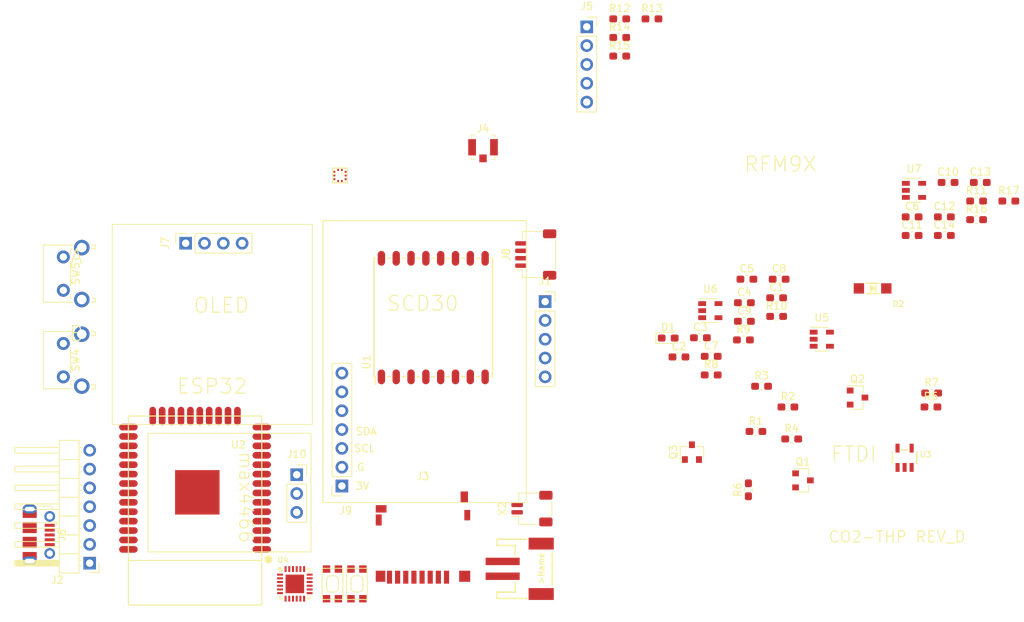
<source format=kicad_pcb>
(kicad_pcb (version 20171130) (host pcbnew 5.1.6-c6e7f7d~87~ubuntu18.04.1)

  (general
    (thickness 1.6)
    (drawings 27)
    (tracks 0)
    (zones 0)
    (modules 60)
    (nets 45)
  )

  (page A4)
  (layers
    (0 F.Cu signal)
    (31 B.Cu signal)
    (32 B.Adhes user)
    (33 F.Adhes user)
    (34 B.Paste user)
    (35 F.Paste user)
    (36 B.SilkS user)
    (37 F.SilkS user)
    (38 B.Mask user)
    (39 F.Mask user)
    (40 Dwgs.User user)
    (41 Cmts.User user)
    (42 Eco1.User user)
    (43 Eco2.User user hide)
    (44 Edge.Cuts user)
    (45 Margin user)
    (46 B.CrtYd user)
    (47 F.CrtYd user)
    (48 B.Fab user)
    (49 F.Fab user)
  )

  (setup
    (last_trace_width 0.25)
    (user_trace_width 0.3048)
    (user_trace_width 0.4)
    (user_trace_width 0.508)
    (user_trace_width 0.8)
    (trace_clearance 0.2)
    (zone_clearance 0.508)
    (zone_45_only no)
    (trace_min 0.2)
    (via_size 0.8)
    (via_drill 0.4)
    (via_min_size 0.4)
    (via_min_drill 0.3)
    (uvia_size 0.3)
    (uvia_drill 0.1)
    (uvias_allowed no)
    (uvia_min_size 0.2)
    (uvia_min_drill 0.1)
    (edge_width 0.05)
    (segment_width 0.2)
    (pcb_text_width 0.3)
    (pcb_text_size 1.5 1.5)
    (mod_edge_width 0.12)
    (mod_text_size 1 1)
    (mod_text_width 0.15)
    (pad_size 1.524 1.524)
    (pad_drill 0.762)
    (pad_to_mask_clearance 0.05)
    (aux_axis_origin 0 0)
    (visible_elements FFFDF7FF)
    (pcbplotparams
      (layerselection 0x010fc_ffffffff)
      (usegerberextensions false)
      (usegerberattributes true)
      (usegerberadvancedattributes true)
      (creategerberjobfile true)
      (excludeedgelayer true)
      (linewidth 0.100000)
      (plotframeref false)
      (viasonmask false)
      (mode 1)
      (useauxorigin false)
      (hpglpennumber 1)
      (hpglpenspeed 20)
      (hpglpendiameter 15.000000)
      (psnegative false)
      (psa4output false)
      (plotreference true)
      (plotvalue true)
      (plotinvisibletext false)
      (padsonsilk false)
      (subtractmaskfromsilk false)
      (outputformat 1)
      (mirror false)
      (drillshape 0)
      (scaleselection 1)
      (outputdirectory "gerber/"))
  )

  (net 0 "")
  (net 1 +3V3)
  (net 2 GND)
  (net 3 SDA)
  (net 4 SCL)
  (net 5 RESET)
  (net 6 lora_dio2)
  (net 7 lora_dio1)
  (net 8 lora_dio0)
  (net 9 0)
  (net 10 lora_cs)
  (net 11 DTR)
  (net 12 "Net-(Q1-Pad1)")
  (net 13 RTS)
  (net 14 "Net-(Q2-Pad1)")
  (net 15 RXD0)
  (net 16 VBUS)
  (net 17 ANA)
  (net 18 "Net-(R5-Pad2)")
  (net 19 TXD0)
  (net 20 "Net-(J6-Pad6)")
  (net 21 "Net-(J6-Pad3)")
  (net 22 "Net-(J6-Pad2)")
  (net 23 VBAT)
  (net 24 "Net-(R10-Pad2)")
  (net 25 "Net-(R8-Pad1)")
  (net 26 "Net-(R9-Pad2)")
  (net 27 "Net-(D1-Pad1)")
  (net 28 "Net-(J3-Pad9)")
  (net 29 2)
  (net 30 "Net-(C10-Pad1)")
  (net 31 "Net-(R10-Pad1)")
  (net 32 "Net-(R16-Pad2)")
  (net 33 "Net-(R17-Pad2)")
  (net 34 MISO)
  (net 35 SCK)
  (net 36 MOSI)
  (net 37 A8_15)
  (net 38 A7_32)
  (net 39 A2_34)
  (net 40 A13_35)
  (net 41 A1_25_DAC1)
  (net 42 A0_26_DAC0)
  (net 43 A11_12)
  (net 44 4)

  (net_class Default "This is the default net class."
    (clearance 0.2)
    (trace_width 0.25)
    (via_dia 0.8)
    (via_drill 0.4)
    (uvia_dia 0.3)
    (uvia_drill 0.1)
    (add_net +3V3)
    (add_net 0)
    (add_net 2)
    (add_net 21)
    (add_net 4)
    (add_net A0_26_DAC0)
    (add_net A10_27)
    (add_net A11_12)
    (add_net A13_35)
    (add_net A1_25_DAC1)
    (add_net A2_34)
    (add_net A6_14)
    (add_net A7_32)
    (add_net A8_15)
    (add_net A9_33)
    (add_net ANA)
    (add_net DTR)
    (add_net GND)
    (add_net MISO)
    (add_net MOSI)
    (add_net "Net-(C10-Pad1)")
    (add_net "Net-(D1-Pad1)")
    (add_net "Net-(J2-Pad2)")
    (add_net "Net-(J3-Pad1)")
    (add_net "Net-(J3-Pad8)")
    (add_net "Net-(J3-Pad9)")
    (add_net "Net-(J6-Pad2)")
    (add_net "Net-(J6-Pad3)")
    (add_net "Net-(J6-Pad4)")
    (add_net "Net-(J6-Pad6)")
    (add_net "Net-(J9-Pad5)")
    (add_net "Net-(J9-Pad6)")
    (add_net "Net-(J9-Pad7)")
    (add_net "Net-(Q1-Pad1)")
    (add_net "Net-(Q2-Pad1)")
    (add_net "Net-(R10-Pad1)")
    (add_net "Net-(R10-Pad2)")
    (add_net "Net-(R16-Pad2)")
    (add_net "Net-(R17-Pad2)")
    (add_net "Net-(R5-Pad2)")
    (add_net "Net-(R8-Pad1)")
    (add_net "Net-(R9-Pad2)")
    (add_net "Net-(U1-Pad11)")
    (add_net "Net-(U1-Pad12)")
    (add_net "Net-(U1-Pad7)")
    (add_net "Net-(U2-Pad15)")
    (add_net "Net-(U2-Pad17)")
    (add_net "Net-(U2-Pad18)")
    (add_net "Net-(U2-Pad19)")
    (add_net "Net-(U2-Pad20)")
    (add_net "Net-(U2-Pad21)")
    (add_net "Net-(U2-Pad22)")
    (add_net "Net-(U2-Pad32)")
    (add_net "Net-(U2-Pad4)")
    (add_net "Net-(U2-Pad5)")
    (add_net "Net-(U4-Pad1)")
    (add_net "Net-(U4-Pad10)")
    (add_net "Net-(U4-Pad11)")
    (add_net "Net-(U4-Pad12)")
    (add_net "Net-(U4-Pad13)")
    (add_net "Net-(U4-Pad14)")
    (add_net "Net-(U4-Pad15)")
    (add_net "Net-(U4-Pad16)")
    (add_net "Net-(U4-Pad17)")
    (add_net "Net-(U4-Pad18)")
    (add_net "Net-(U4-Pad22)")
    (add_net "Net-(U4-Pad24)")
    (add_net "Net-(U4-Pad9)")
    (add_net "Net-(U5-Pad4)")
    (add_net "Net-(U6-Pad4)")
    (add_net "Net-(U7-Pad4)")
    (add_net "Net-(u18-Pad5)")
    (add_net "Net-(u18-Pad6)")
    (add_net "Net-(u18-Pad7)")
    (add_net RESET)
    (add_net RTS)
    (add_net RXD0)
    (add_net SCK)
    (add_net SCL)
    (add_net SDA)
    (add_net SD_CS)
    (add_net TXD0)
    (add_net VBAT)
    (add_net VBUS)
    (add_net lora_cs)
    (add_net lora_dio0)
    (add_net lora_dio1)
    (add_net lora_dio2)
    (add_net lora_reset)
  )

  (module Resistor_SMD:R_0603_1608Metric_Pad1.05x0.95mm_HandSolder (layer F.Cu) (tedit 5B301BBD) (tstamp 5FE030B0)
    (at 148.75 2.934)
    (descr "Resistor SMD 0603 (1608 Metric), square (rectangular) end terminal, IPC_7351 nominal with elongated pad for handsoldering. (Body size source: http://www.tortai-tech.com/upload/download/2011102023233369053.pdf), generated with kicad-footprint-generator")
    (tags "resistor handsolder")
    (path /602D24EC)
    (attr smd)
    (fp_text reference R15 (at 0 -1.43) (layer F.SilkS)
      (effects (font (size 1 1) (thickness 0.15)))
    )
    (fp_text value "0 Ohm" (at 0 1.43) (layer F.Fab)
      (effects (font (size 1 1) (thickness 0.15)))
    )
    (fp_text user %R (at 0 0) (layer F.Fab)
      (effects (font (size 0.4 0.4) (thickness 0.06)))
    )
    (fp_line (start -0.8 0.4) (end -0.8 -0.4) (layer F.Fab) (width 0.1))
    (fp_line (start -0.8 -0.4) (end 0.8 -0.4) (layer F.Fab) (width 0.1))
    (fp_line (start 0.8 -0.4) (end 0.8 0.4) (layer F.Fab) (width 0.1))
    (fp_line (start 0.8 0.4) (end -0.8 0.4) (layer F.Fab) (width 0.1))
    (fp_line (start -0.171267 -0.51) (end 0.171267 -0.51) (layer F.SilkS) (width 0.12))
    (fp_line (start -0.171267 0.51) (end 0.171267 0.51) (layer F.SilkS) (width 0.12))
    (fp_line (start -1.65 0.73) (end -1.65 -0.73) (layer F.CrtYd) (width 0.05))
    (fp_line (start -1.65 -0.73) (end 1.65 -0.73) (layer F.CrtYd) (width 0.05))
    (fp_line (start 1.65 -0.73) (end 1.65 0.73) (layer F.CrtYd) (width 0.05))
    (fp_line (start 1.65 0.73) (end -1.65 0.73) (layer F.CrtYd) (width 0.05))
    (pad 2 smd roundrect (at 0.875 0) (size 1.05 0.95) (layers F.Cu F.Paste F.Mask) (roundrect_rratio 0.25)
      (net 2 GND))
    (pad 1 smd roundrect (at -0.875 0) (size 1.05 0.95) (layers F.Cu F.Paste F.Mask) (roundrect_rratio 0.25)
      (net 20 "Net-(J6-Pad6)"))
    (model ${KISYS3DMOD}/Resistor_SMD.3dshapes/R_0603_1608Metric.wrl
      (at (xyz 0 0 0))
      (scale (xyz 1 1 1))
      (rotate (xyz 0 0 0))
    )
  )

  (module Resistor_SMD:R_0603_1608Metric_Pad1.05x0.95mm_HandSolder (layer F.Cu) (tedit 5B301BBD) (tstamp 5FE0309F)
    (at 148.75 0.424)
    (descr "Resistor SMD 0603 (1608 Metric), square (rectangular) end terminal, IPC_7351 nominal with elongated pad for handsoldering. (Body size source: http://www.tortai-tech.com/upload/download/2011102023233369053.pdf), generated with kicad-footprint-generator")
    (tags "resistor handsolder")
    (path /602D9DF4)
    (attr smd)
    (fp_text reference R14 (at 0 -1.43) (layer F.SilkS)
      (effects (font (size 1 1) (thickness 0.15)))
    )
    (fp_text value "0 Ohm" (at 0 1.43) (layer F.Fab)
      (effects (font (size 1 1) (thickness 0.15)))
    )
    (fp_text user %R (at 0 0) (layer F.Fab)
      (effects (font (size 0.4 0.4) (thickness 0.06)))
    )
    (fp_line (start -0.8 0.4) (end -0.8 -0.4) (layer F.Fab) (width 0.1))
    (fp_line (start -0.8 -0.4) (end 0.8 -0.4) (layer F.Fab) (width 0.1))
    (fp_line (start 0.8 -0.4) (end 0.8 0.4) (layer F.Fab) (width 0.1))
    (fp_line (start 0.8 0.4) (end -0.8 0.4) (layer F.Fab) (width 0.1))
    (fp_line (start -0.171267 -0.51) (end 0.171267 -0.51) (layer F.SilkS) (width 0.12))
    (fp_line (start -0.171267 0.51) (end 0.171267 0.51) (layer F.SilkS) (width 0.12))
    (fp_line (start -1.65 0.73) (end -1.65 -0.73) (layer F.CrtYd) (width 0.05))
    (fp_line (start -1.65 -0.73) (end 1.65 -0.73) (layer F.CrtYd) (width 0.05))
    (fp_line (start 1.65 -0.73) (end 1.65 0.73) (layer F.CrtYd) (width 0.05))
    (fp_line (start 1.65 0.73) (end -1.65 0.73) (layer F.CrtYd) (width 0.05))
    (pad 2 smd roundrect (at 0.875 0) (size 1.05 0.95) (layers F.Cu F.Paste F.Mask) (roundrect_rratio 0.25)
      (net 28 "Net-(J3-Pad9)"))
    (pad 1 smd roundrect (at -0.875 0) (size 1.05 0.95) (layers F.Cu F.Paste F.Mask) (roundrect_rratio 0.25)
      (net 2 GND))
    (model ${KISYS3DMOD}/Resistor_SMD.3dshapes/R_0603_1608Metric.wrl
      (at (xyz 0 0 0))
      (scale (xyz 1 1 1))
      (rotate (xyz 0 0 0))
    )
  )

  (module Resistor_SMD:R_0603_1608Metric_Pad1.05x0.95mm_HandSolder (layer F.Cu) (tedit 5B301BBD) (tstamp 5FE0308E)
    (at 153.1 -2.086)
    (descr "Resistor SMD 0603 (1608 Metric), square (rectangular) end terminal, IPC_7351 nominal with elongated pad for handsoldering. (Body size source: http://www.tortai-tech.com/upload/download/2011102023233369053.pdf), generated with kicad-footprint-generator")
    (tags "resistor handsolder")
    (path /5FFECBE2)
    (attr smd)
    (fp_text reference R13 (at 0 -1.43) (layer F.SilkS)
      (effects (font (size 1 1) (thickness 0.15)))
    )
    (fp_text value 100K (at 0 1.43) (layer F.Fab)
      (effects (font (size 1 1) (thickness 0.15)))
    )
    (fp_text user %R (at 0 0) (layer F.Fab)
      (effects (font (size 0.4 0.4) (thickness 0.06)))
    )
    (fp_line (start -0.8 0.4) (end -0.8 -0.4) (layer F.Fab) (width 0.1))
    (fp_line (start -0.8 -0.4) (end 0.8 -0.4) (layer F.Fab) (width 0.1))
    (fp_line (start 0.8 -0.4) (end 0.8 0.4) (layer F.Fab) (width 0.1))
    (fp_line (start 0.8 0.4) (end -0.8 0.4) (layer F.Fab) (width 0.1))
    (fp_line (start -0.171267 -0.51) (end 0.171267 -0.51) (layer F.SilkS) (width 0.12))
    (fp_line (start -0.171267 0.51) (end 0.171267 0.51) (layer F.SilkS) (width 0.12))
    (fp_line (start -1.65 0.73) (end -1.65 -0.73) (layer F.CrtYd) (width 0.05))
    (fp_line (start -1.65 -0.73) (end 1.65 -0.73) (layer F.CrtYd) (width 0.05))
    (fp_line (start 1.65 -0.73) (end 1.65 0.73) (layer F.CrtYd) (width 0.05))
    (fp_line (start 1.65 0.73) (end -1.65 0.73) (layer F.CrtYd) (width 0.05))
    (pad 2 smd roundrect (at 0.875 0) (size 1.05 0.95) (layers F.Cu F.Paste F.Mask) (roundrect_rratio 0.25)
      (net 2 GND))
    (pad 1 smd roundrect (at -0.875 0) (size 1.05 0.95) (layers F.Cu F.Paste F.Mask) (roundrect_rratio 0.25)
      (net 40 A13_35))
    (model ${KISYS3DMOD}/Resistor_SMD.3dshapes/R_0603_1608Metric.wrl
      (at (xyz 0 0 0))
      (scale (xyz 1 1 1))
      (rotate (xyz 0 0 0))
    )
  )

  (module Resistor_SMD:R_0603_1608Metric_Pad1.05x0.95mm_HandSolder (layer F.Cu) (tedit 5B301BBD) (tstamp 5FE0307D)
    (at 148.75 -2.086)
    (descr "Resistor SMD 0603 (1608 Metric), square (rectangular) end terminal, IPC_7351 nominal with elongated pad for handsoldering. (Body size source: http://www.tortai-tech.com/upload/download/2011102023233369053.pdf), generated with kicad-footprint-generator")
    (tags "resistor handsolder")
    (path /5FFEC76E)
    (attr smd)
    (fp_text reference R12 (at 0 -1.43) (layer F.SilkS)
      (effects (font (size 1 1) (thickness 0.15)))
    )
    (fp_text value 100K (at 0 1.43) (layer F.Fab)
      (effects (font (size 1 1) (thickness 0.15)))
    )
    (fp_text user %R (at 0 0) (layer F.Fab)
      (effects (font (size 0.4 0.4) (thickness 0.06)))
    )
    (fp_line (start -0.8 0.4) (end -0.8 -0.4) (layer F.Fab) (width 0.1))
    (fp_line (start -0.8 -0.4) (end 0.8 -0.4) (layer F.Fab) (width 0.1))
    (fp_line (start 0.8 -0.4) (end 0.8 0.4) (layer F.Fab) (width 0.1))
    (fp_line (start 0.8 0.4) (end -0.8 0.4) (layer F.Fab) (width 0.1))
    (fp_line (start -0.171267 -0.51) (end 0.171267 -0.51) (layer F.SilkS) (width 0.12))
    (fp_line (start -0.171267 0.51) (end 0.171267 0.51) (layer F.SilkS) (width 0.12))
    (fp_line (start -1.65 0.73) (end -1.65 -0.73) (layer F.CrtYd) (width 0.05))
    (fp_line (start -1.65 -0.73) (end 1.65 -0.73) (layer F.CrtYd) (width 0.05))
    (fp_line (start 1.65 -0.73) (end 1.65 0.73) (layer F.CrtYd) (width 0.05))
    (fp_line (start 1.65 0.73) (end -1.65 0.73) (layer F.CrtYd) (width 0.05))
    (pad 2 smd roundrect (at 0.875 0) (size 1.05 0.95) (layers F.Cu F.Paste F.Mask) (roundrect_rratio 0.25)
      (net 40 A13_35))
    (pad 1 smd roundrect (at -0.875 0) (size 1.05 0.95) (layers F.Cu F.Paste F.Mask) (roundrect_rratio 0.25)
      (net 23 VBAT))
    (model ${KISYS3DMOD}/Resistor_SMD.3dshapes/R_0603_1608Metric.wrl
      (at (xyz 0 0 0))
      (scale (xyz 1 1 1))
      (rotate (xyz 0 0 0))
    )
  )

  (module Connector_PinSocket_2.54mm:PinSocket_1x05_P2.54mm_Vertical (layer F.Cu) (tedit 5A19A420) (tstamp 5FE02D82)
    (at 144.3 -1.016)
    (descr "Through hole straight socket strip, 1x05, 2.54mm pitch, single row (from Kicad 4.0.7), script generated")
    (tags "Through hole socket strip THT 1x05 2.54mm single row")
    (path /600DC2A3)
    (fp_text reference J5 (at 0 -2.77) (layer F.SilkS)
      (effects (font (size 1 1) (thickness 0.15)))
    )
    (fp_text value Conn_01x05_Female (at 0 12.93) (layer F.Fab)
      (effects (font (size 1 1) (thickness 0.15)))
    )
    (fp_text user %R (at 0 5.08 90) (layer F.Fab)
      (effects (font (size 1 1) (thickness 0.15)))
    )
    (fp_line (start -1.27 -1.27) (end 0.635 -1.27) (layer F.Fab) (width 0.1))
    (fp_line (start 0.635 -1.27) (end 1.27 -0.635) (layer F.Fab) (width 0.1))
    (fp_line (start 1.27 -0.635) (end 1.27 11.43) (layer F.Fab) (width 0.1))
    (fp_line (start 1.27 11.43) (end -1.27 11.43) (layer F.Fab) (width 0.1))
    (fp_line (start -1.27 11.43) (end -1.27 -1.27) (layer F.Fab) (width 0.1))
    (fp_line (start -1.33 1.27) (end 1.33 1.27) (layer F.SilkS) (width 0.12))
    (fp_line (start -1.33 1.27) (end -1.33 11.49) (layer F.SilkS) (width 0.12))
    (fp_line (start -1.33 11.49) (end 1.33 11.49) (layer F.SilkS) (width 0.12))
    (fp_line (start 1.33 1.27) (end 1.33 11.49) (layer F.SilkS) (width 0.12))
    (fp_line (start 1.33 -1.33) (end 1.33 0) (layer F.SilkS) (width 0.12))
    (fp_line (start 0 -1.33) (end 1.33 -1.33) (layer F.SilkS) (width 0.12))
    (fp_line (start -1.8 -1.8) (end 1.75 -1.8) (layer F.CrtYd) (width 0.05))
    (fp_line (start 1.75 -1.8) (end 1.75 11.9) (layer F.CrtYd) (width 0.05))
    (fp_line (start 1.75 11.9) (end -1.8 11.9) (layer F.CrtYd) (width 0.05))
    (fp_line (start -1.8 11.9) (end -1.8 -1.8) (layer F.CrtYd) (width 0.05))
    (pad 5 thru_hole oval (at 0 10.16) (size 1.7 1.7) (drill 1) (layers *.Cu *.Mask)
      (net 23 VBAT))
    (pad 4 thru_hole oval (at 0 7.62) (size 1.7 1.7) (drill 1) (layers *.Cu *.Mask)
      (net 44 4))
    (pad 3 thru_hole oval (at 0 5.08) (size 1.7 1.7) (drill 1) (layers *.Cu *.Mask)
      (net 29 2))
    (pad 2 thru_hole oval (at 0 2.54) (size 1.7 1.7) (drill 1) (layers *.Cu *.Mask)
      (net 9 0))
    (pad 1 thru_hole rect (at 0 0) (size 1.7 1.7) (drill 1) (layers *.Cu *.Mask)
      (net 43 A11_12))
    (model ${KISYS3DMOD}/Connector_PinSocket_2.54mm.3dshapes/PinSocket_1x05_P2.54mm_Vertical.wrl
      (at (xyz 0 0 0))
      (scale (xyz 1 1 1))
      (rotate (xyz 0 0 0))
    )
  )

  (module Connector_PinSocket_2.54mm:PinSocket_1x05_P2.54mm_Vertical (layer F.Cu) (tedit 5A19A420) (tstamp 5FE02B97)
    (at 138.684 36.068)
    (descr "Through hole straight socket strip, 1x05, 2.54mm pitch, single row (from Kicad 4.0.7), script generated")
    (tags "Through hole socket strip THT 1x05 2.54mm single row")
    (path /603068CE)
    (fp_text reference J1 (at 0 -2.77) (layer F.SilkS)
      (effects (font (size 1 1) (thickness 0.15)))
    )
    (fp_text value Conn_01x05_Female (at 0 12.93) (layer F.Fab)
      (effects (font (size 1 1) (thickness 0.15)))
    )
    (fp_text user %R (at 0 5.08 90) (layer F.Fab)
      (effects (font (size 1 1) (thickness 0.15)))
    )
    (fp_line (start -1.27 -1.27) (end 0.635 -1.27) (layer F.Fab) (width 0.1))
    (fp_line (start 0.635 -1.27) (end 1.27 -0.635) (layer F.Fab) (width 0.1))
    (fp_line (start 1.27 -0.635) (end 1.27 11.43) (layer F.Fab) (width 0.1))
    (fp_line (start 1.27 11.43) (end -1.27 11.43) (layer F.Fab) (width 0.1))
    (fp_line (start -1.27 11.43) (end -1.27 -1.27) (layer F.Fab) (width 0.1))
    (fp_line (start -1.33 1.27) (end 1.33 1.27) (layer F.SilkS) (width 0.12))
    (fp_line (start -1.33 1.27) (end -1.33 11.49) (layer F.SilkS) (width 0.12))
    (fp_line (start -1.33 11.49) (end 1.33 11.49) (layer F.SilkS) (width 0.12))
    (fp_line (start 1.33 1.27) (end 1.33 11.49) (layer F.SilkS) (width 0.12))
    (fp_line (start 1.33 -1.33) (end 1.33 0) (layer F.SilkS) (width 0.12))
    (fp_line (start 0 -1.33) (end 1.33 -1.33) (layer F.SilkS) (width 0.12))
    (fp_line (start -1.8 -1.8) (end 1.75 -1.8) (layer F.CrtYd) (width 0.05))
    (fp_line (start 1.75 -1.8) (end 1.75 11.9) (layer F.CrtYd) (width 0.05))
    (fp_line (start 1.75 11.9) (end -1.8 11.9) (layer F.CrtYd) (width 0.05))
    (fp_line (start -1.8 11.9) (end -1.8 -1.8) (layer F.CrtYd) (width 0.05))
    (pad 5 thru_hole oval (at 0 10.16) (size 1.7 1.7) (drill 1) (layers *.Cu *.Mask)
      (net 1 +3V3))
    (pad 4 thru_hole oval (at 0 7.62) (size 1.7 1.7) (drill 1) (layers *.Cu *.Mask)
      (net 2 GND))
    (pad 3 thru_hole oval (at 0 5.08) (size 1.7 1.7) (drill 1) (layers *.Cu *.Mask))
    (pad 2 thru_hole oval (at 0 2.54) (size 1.7 1.7) (drill 1) (layers *.Cu *.Mask)
      (net 42 A0_26_DAC0))
    (pad 1 thru_hole rect (at 0 0) (size 1.7 1.7) (drill 1) (layers *.Cu *.Mask)
      (net 41 A1_25_DAC1))
    (model ${KISYS3DMOD}/Connector_PinSocket_2.54mm.3dshapes/PinSocket_1x05_P2.54mm_Vertical.wrl
      (at (xyz 0 0 0))
      (scale (xyz 1 1 1))
      (rotate (xyz 0 0 0))
    )
  )

  (module Package_TO_SOT_SMD:SOT-23-5 (layer F.Cu) (tedit 5A02FF57) (tstamp 5FDFD5FB)
    (at 188.464 21.058)
    (descr "5-pin SOT23 package")
    (tags SOT-23-5)
    (path /5FF9C279)
    (attr smd)
    (fp_text reference U7 (at 0 -2.9) (layer F.SilkS)
      (effects (font (size 1 1) (thickness 0.15)))
    )
    (fp_text value AP2112K-3.3 (at 0 2.9) (layer F.Fab)
      (effects (font (size 1 1) (thickness 0.15)))
    )
    (fp_text user %R (at 0 0 90) (layer F.Fab)
      (effects (font (size 0.5 0.5) (thickness 0.075)))
    )
    (fp_line (start -0.9 1.61) (end 0.9 1.61) (layer F.SilkS) (width 0.12))
    (fp_line (start 0.9 -1.61) (end -1.55 -1.61) (layer F.SilkS) (width 0.12))
    (fp_line (start -1.9 -1.8) (end 1.9 -1.8) (layer F.CrtYd) (width 0.05))
    (fp_line (start 1.9 -1.8) (end 1.9 1.8) (layer F.CrtYd) (width 0.05))
    (fp_line (start 1.9 1.8) (end -1.9 1.8) (layer F.CrtYd) (width 0.05))
    (fp_line (start -1.9 1.8) (end -1.9 -1.8) (layer F.CrtYd) (width 0.05))
    (fp_line (start -0.9 -0.9) (end -0.25 -1.55) (layer F.Fab) (width 0.1))
    (fp_line (start 0.9 -1.55) (end -0.25 -1.55) (layer F.Fab) (width 0.1))
    (fp_line (start -0.9 -0.9) (end -0.9 1.55) (layer F.Fab) (width 0.1))
    (fp_line (start 0.9 1.55) (end -0.9 1.55) (layer F.Fab) (width 0.1))
    (fp_line (start 0.9 -1.55) (end 0.9 1.55) (layer F.Fab) (width 0.1))
    (pad 5 smd rect (at 1.1 -0.95) (size 1.06 0.65) (layers F.Cu F.Paste F.Mask)
      (net 1 +3V3))
    (pad 4 smd rect (at 1.1 0.95) (size 1.06 0.65) (layers F.Cu F.Paste F.Mask))
    (pad 3 smd rect (at -1.1 0.95) (size 1.06 0.65) (layers F.Cu F.Paste F.Mask)
      (net 33 "Net-(R17-Pad2)"))
    (pad 2 smd rect (at -1.1 0) (size 1.06 0.65) (layers F.Cu F.Paste F.Mask)
      (net 2 GND))
    (pad 1 smd rect (at -1.1 -0.95) (size 1.06 0.65) (layers F.Cu F.Paste F.Mask)
      (net 30 "Net-(C10-Pad1)"))
    (model ${KISYS3DMOD}/Package_TO_SOT_SMD.3dshapes/SOT-23-5.wrl
      (at (xyz 0 0 0))
      (scale (xyz 1 1 1))
      (rotate (xyz 0 0 0))
    )
  )

  (module Resistor_SMD:R_0603_1608Metric_Pad1.05x0.95mm_HandSolder (layer F.Cu) (tedit 5B301BBD) (tstamp 5FDFD37C)
    (at 201.264 22.498)
    (descr "Resistor SMD 0603 (1608 Metric), square (rectangular) end terminal, IPC_7351 nominal with elongated pad for handsoldering. (Body size source: http://www.tortai-tech.com/upload/download/2011102023233369053.pdf), generated with kicad-footprint-generator")
    (tags "resistor handsolder")
    (path /5FF9C267)
    (attr smd)
    (fp_text reference R17 (at 0 -1.43) (layer F.SilkS)
      (effects (font (size 1 1) (thickness 0.15)))
    )
    (fp_text value 100K (at 0 1.43) (layer F.Fab)
      (effects (font (size 1 1) (thickness 0.15)))
    )
    (fp_text user %R (at 0 0) (layer F.Fab)
      (effects (font (size 0.4 0.4) (thickness 0.06)))
    )
    (fp_line (start -0.8 0.4) (end -0.8 -0.4) (layer F.Fab) (width 0.1))
    (fp_line (start -0.8 -0.4) (end 0.8 -0.4) (layer F.Fab) (width 0.1))
    (fp_line (start 0.8 -0.4) (end 0.8 0.4) (layer F.Fab) (width 0.1))
    (fp_line (start 0.8 0.4) (end -0.8 0.4) (layer F.Fab) (width 0.1))
    (fp_line (start -0.171267 -0.51) (end 0.171267 -0.51) (layer F.SilkS) (width 0.12))
    (fp_line (start -0.171267 0.51) (end 0.171267 0.51) (layer F.SilkS) (width 0.12))
    (fp_line (start -1.65 0.73) (end -1.65 -0.73) (layer F.CrtYd) (width 0.05))
    (fp_line (start -1.65 -0.73) (end 1.65 -0.73) (layer F.CrtYd) (width 0.05))
    (fp_line (start 1.65 -0.73) (end 1.65 0.73) (layer F.CrtYd) (width 0.05))
    (fp_line (start 1.65 0.73) (end -1.65 0.73) (layer F.CrtYd) (width 0.05))
    (pad 2 smd roundrect (at 0.875 0) (size 1.05 0.95) (layers F.Cu F.Paste F.Mask) (roundrect_rratio 0.25)
      (net 33 "Net-(R17-Pad2)"))
    (pad 1 smd roundrect (at -0.875 0) (size 1.05 0.95) (layers F.Cu F.Paste F.Mask) (roundrect_rratio 0.25)
      (net 30 "Net-(C10-Pad1)"))
    (model ${KISYS3DMOD}/Resistor_SMD.3dshapes/R_0603_1608Metric.wrl
      (at (xyz 0 0 0))
      (scale (xyz 1 1 1))
      (rotate (xyz 0 0 0))
    )
  )

  (module Resistor_SMD:R_0603_1608Metric_Pad1.05x0.95mm_HandSolder (layer F.Cu) (tedit 5B301BBD) (tstamp 5FDFD36B)
    (at 196.914 25.008)
    (descr "Resistor SMD 0603 (1608 Metric), square (rectangular) end terminal, IPC_7351 nominal with elongated pad for handsoldering. (Body size source: http://www.tortai-tech.com/upload/download/2011102023233369053.pdf), generated with kicad-footprint-generator")
    (tags "resistor handsolder")
    (path /5FF75A81)
    (attr smd)
    (fp_text reference R16 (at 0 -1.43) (layer F.SilkS)
      (effects (font (size 1 1) (thickness 0.15)))
    )
    (fp_text value 100K (at 0 1.43) (layer F.Fab)
      (effects (font (size 1 1) (thickness 0.15)))
    )
    (fp_text user %R (at 0 0) (layer F.Fab)
      (effects (font (size 0.4 0.4) (thickness 0.06)))
    )
    (fp_line (start -0.8 0.4) (end -0.8 -0.4) (layer F.Fab) (width 0.1))
    (fp_line (start -0.8 -0.4) (end 0.8 -0.4) (layer F.Fab) (width 0.1))
    (fp_line (start 0.8 -0.4) (end 0.8 0.4) (layer F.Fab) (width 0.1))
    (fp_line (start 0.8 0.4) (end -0.8 0.4) (layer F.Fab) (width 0.1))
    (fp_line (start -0.171267 -0.51) (end 0.171267 -0.51) (layer F.SilkS) (width 0.12))
    (fp_line (start -0.171267 0.51) (end 0.171267 0.51) (layer F.SilkS) (width 0.12))
    (fp_line (start -1.65 0.73) (end -1.65 -0.73) (layer F.CrtYd) (width 0.05))
    (fp_line (start -1.65 -0.73) (end 1.65 -0.73) (layer F.CrtYd) (width 0.05))
    (fp_line (start 1.65 -0.73) (end 1.65 0.73) (layer F.CrtYd) (width 0.05))
    (fp_line (start 1.65 0.73) (end -1.65 0.73) (layer F.CrtYd) (width 0.05))
    (pad 2 smd roundrect (at 0.875 0) (size 1.05 0.95) (layers F.Cu F.Paste F.Mask) (roundrect_rratio 0.25)
      (net 32 "Net-(R16-Pad2)"))
    (pad 1 smd roundrect (at -0.875 0) (size 1.05 0.95) (layers F.Cu F.Paste F.Mask) (roundrect_rratio 0.25)
      (net 30 "Net-(C10-Pad1)"))
    (model ${KISYS3DMOD}/Resistor_SMD.3dshapes/R_0603_1608Metric.wrl
      (at (xyz 0 0 0))
      (scale (xyz 1 1 1))
      (rotate (xyz 0 0 0))
    )
  )

  (module Resistor_SMD:R_0603_1608Metric_Pad1.05x0.95mm_HandSolder (layer F.Cu) (tedit 5B301BBD) (tstamp 5FDFD2DA)
    (at 196.914 22.498)
    (descr "Resistor SMD 0603 (1608 Metric), square (rectangular) end terminal, IPC_7351 nominal with elongated pad for handsoldering. (Body size source: http://www.tortai-tech.com/upload/download/2011102023233369053.pdf), generated with kicad-footprint-generator")
    (tags "resistor handsolder")
    (path /5FF1242B)
    (attr smd)
    (fp_text reference R11 (at 0 -1.43) (layer F.SilkS)
      (effects (font (size 1 1) (thickness 0.15)))
    )
    (fp_text value R (at 0 1.43) (layer F.Fab)
      (effects (font (size 1 1) (thickness 0.15)))
    )
    (fp_text user %R (at 0 0) (layer F.Fab)
      (effects (font (size 0.4 0.4) (thickness 0.06)))
    )
    (fp_line (start -0.8 0.4) (end -0.8 -0.4) (layer F.Fab) (width 0.1))
    (fp_line (start -0.8 -0.4) (end 0.8 -0.4) (layer F.Fab) (width 0.1))
    (fp_line (start 0.8 -0.4) (end 0.8 0.4) (layer F.Fab) (width 0.1))
    (fp_line (start 0.8 0.4) (end -0.8 0.4) (layer F.Fab) (width 0.1))
    (fp_line (start -0.171267 -0.51) (end 0.171267 -0.51) (layer F.SilkS) (width 0.12))
    (fp_line (start -0.171267 0.51) (end 0.171267 0.51) (layer F.SilkS) (width 0.12))
    (fp_line (start -1.65 0.73) (end -1.65 -0.73) (layer F.CrtYd) (width 0.05))
    (fp_line (start -1.65 -0.73) (end 1.65 -0.73) (layer F.CrtYd) (width 0.05))
    (fp_line (start 1.65 -0.73) (end 1.65 0.73) (layer F.CrtYd) (width 0.05))
    (fp_line (start 1.65 0.73) (end -1.65 0.73) (layer F.CrtYd) (width 0.05))
    (pad 2 smd roundrect (at 0.875 0) (size 1.05 0.95) (layers F.Cu F.Paste F.Mask) (roundrect_rratio 0.25)
      (net 2 GND))
    (pad 1 smd roundrect (at -0.875 0) (size 1.05 0.95) (layers F.Cu F.Paste F.Mask) (roundrect_rratio 0.25)
      (net 16 VBUS))
    (model ${KISYS3DMOD}/Resistor_SMD.3dshapes/R_0603_1608Metric.wrl
      (at (xyz 0 0 0))
      (scale (xyz 1 1 1))
      (rotate (xyz 0 0 0))
    )
  )

  (module Capacitor_SMD:C_0603_1608Metric_Pad1.05x0.95mm_HandSolder (layer F.Cu) (tedit 5B301BBE) (tstamp 5FDFCDB5)
    (at 192.564 27.148)
    (descr "Capacitor SMD 0603 (1608 Metric), square (rectangular) end terminal, IPC_7351 nominal with elongated pad for handsoldering. (Body size source: http://www.tortai-tech.com/upload/download/2011102023233369053.pdf), generated with kicad-footprint-generator")
    (tags "capacitor handsolder")
    (path /5FF9C24E)
    (attr smd)
    (fp_text reference C14 (at 0 -1.43) (layer F.SilkS)
      (effects (font (size 1 1) (thickness 0.15)))
    )
    (fp_text value 0.1uF (at 0 1.43) (layer F.Fab)
      (effects (font (size 1 1) (thickness 0.15)))
    )
    (fp_text user %R (at 0 0) (layer F.Fab)
      (effects (font (size 0.4 0.4) (thickness 0.06)))
    )
    (fp_line (start -0.8 0.4) (end -0.8 -0.4) (layer F.Fab) (width 0.1))
    (fp_line (start -0.8 -0.4) (end 0.8 -0.4) (layer F.Fab) (width 0.1))
    (fp_line (start 0.8 -0.4) (end 0.8 0.4) (layer F.Fab) (width 0.1))
    (fp_line (start 0.8 0.4) (end -0.8 0.4) (layer F.Fab) (width 0.1))
    (fp_line (start -0.171267 -0.51) (end 0.171267 -0.51) (layer F.SilkS) (width 0.12))
    (fp_line (start -0.171267 0.51) (end 0.171267 0.51) (layer F.SilkS) (width 0.12))
    (fp_line (start -1.65 0.73) (end -1.65 -0.73) (layer F.CrtYd) (width 0.05))
    (fp_line (start -1.65 -0.73) (end 1.65 -0.73) (layer F.CrtYd) (width 0.05))
    (fp_line (start 1.65 -0.73) (end 1.65 0.73) (layer F.CrtYd) (width 0.05))
    (fp_line (start 1.65 0.73) (end -1.65 0.73) (layer F.CrtYd) (width 0.05))
    (pad 2 smd roundrect (at 0.875 0) (size 1.05 0.95) (layers F.Cu F.Paste F.Mask) (roundrect_rratio 0.25)
      (net 2 GND))
    (pad 1 smd roundrect (at -0.875 0) (size 1.05 0.95) (layers F.Cu F.Paste F.Mask) (roundrect_rratio 0.25)
      (net 1 +3V3))
    (model ${KISYS3DMOD}/Capacitor_SMD.3dshapes/C_0603_1608Metric.wrl
      (at (xyz 0 0 0))
      (scale (xyz 1 1 1))
      (rotate (xyz 0 0 0))
    )
  )

  (module Capacitor_SMD:C_0603_1608Metric_Pad1.05x0.95mm_HandSolder (layer F.Cu) (tedit 5B301BBE) (tstamp 5FDFCDA4)
    (at 197.414 19.988)
    (descr "Capacitor SMD 0603 (1608 Metric), square (rectangular) end terminal, IPC_7351 nominal with elongated pad for handsoldering. (Body size source: http://www.tortai-tech.com/upload/download/2011102023233369053.pdf), generated with kicad-footprint-generator")
    (tags "capacitor handsolder")
    (path /5FEF3B4A)
    (attr smd)
    (fp_text reference C13 (at 0 -1.43) (layer F.SilkS)
      (effects (font (size 1 1) (thickness 0.15)))
    )
    (fp_text value 0.1uF (at 0 1.43) (layer F.Fab)
      (effects (font (size 1 1) (thickness 0.15)))
    )
    (fp_text user %R (at 0 0) (layer F.Fab)
      (effects (font (size 0.4 0.4) (thickness 0.06)))
    )
    (fp_line (start -0.8 0.4) (end -0.8 -0.4) (layer F.Fab) (width 0.1))
    (fp_line (start -0.8 -0.4) (end 0.8 -0.4) (layer F.Fab) (width 0.1))
    (fp_line (start 0.8 -0.4) (end 0.8 0.4) (layer F.Fab) (width 0.1))
    (fp_line (start 0.8 0.4) (end -0.8 0.4) (layer F.Fab) (width 0.1))
    (fp_line (start -0.171267 -0.51) (end 0.171267 -0.51) (layer F.SilkS) (width 0.12))
    (fp_line (start -0.171267 0.51) (end 0.171267 0.51) (layer F.SilkS) (width 0.12))
    (fp_line (start -1.65 0.73) (end -1.65 -0.73) (layer F.CrtYd) (width 0.05))
    (fp_line (start -1.65 -0.73) (end 1.65 -0.73) (layer F.CrtYd) (width 0.05))
    (fp_line (start 1.65 -0.73) (end 1.65 0.73) (layer F.CrtYd) (width 0.05))
    (fp_line (start 1.65 0.73) (end -1.65 0.73) (layer F.CrtYd) (width 0.05))
    (pad 2 smd roundrect (at 0.875 0) (size 1.05 0.95) (layers F.Cu F.Paste F.Mask) (roundrect_rratio 0.25)
      (net 2 GND))
    (pad 1 smd roundrect (at -0.875 0) (size 1.05 0.95) (layers F.Cu F.Paste F.Mask) (roundrect_rratio 0.25)
      (net 1 +3V3))
    (model ${KISYS3DMOD}/Capacitor_SMD.3dshapes/C_0603_1608Metric.wrl
      (at (xyz 0 0 0))
      (scale (xyz 1 1 1))
      (rotate (xyz 0 0 0))
    )
  )

  (module Capacitor_SMD:C_0603_1608Metric_Pad1.05x0.95mm_HandSolder (layer F.Cu) (tedit 5B301BBE) (tstamp 5FDFCD93)
    (at 192.564 24.638)
    (descr "Capacitor SMD 0603 (1608 Metric), square (rectangular) end terminal, IPC_7351 nominal with elongated pad for handsoldering. (Body size source: http://www.tortai-tech.com/upload/download/2011102023233369053.pdf), generated with kicad-footprint-generator")
    (tags "capacitor handsolder")
    (path /5FF9C239)
    (attr smd)
    (fp_text reference C12 (at 0 -1.43) (layer F.SilkS)
      (effects (font (size 1 1) (thickness 0.15)))
    )
    (fp_text value 1uF (at 0 1.43) (layer F.Fab)
      (effects (font (size 1 1) (thickness 0.15)))
    )
    (fp_text user %R (at 0 0) (layer F.Fab)
      (effects (font (size 0.4 0.4) (thickness 0.06)))
    )
    (fp_line (start -0.8 0.4) (end -0.8 -0.4) (layer F.Fab) (width 0.1))
    (fp_line (start -0.8 -0.4) (end 0.8 -0.4) (layer F.Fab) (width 0.1))
    (fp_line (start 0.8 -0.4) (end 0.8 0.4) (layer F.Fab) (width 0.1))
    (fp_line (start 0.8 0.4) (end -0.8 0.4) (layer F.Fab) (width 0.1))
    (fp_line (start -0.171267 -0.51) (end 0.171267 -0.51) (layer F.SilkS) (width 0.12))
    (fp_line (start -0.171267 0.51) (end 0.171267 0.51) (layer F.SilkS) (width 0.12))
    (fp_line (start -1.65 0.73) (end -1.65 -0.73) (layer F.CrtYd) (width 0.05))
    (fp_line (start -1.65 -0.73) (end 1.65 -0.73) (layer F.CrtYd) (width 0.05))
    (fp_line (start 1.65 -0.73) (end 1.65 0.73) (layer F.CrtYd) (width 0.05))
    (fp_line (start 1.65 0.73) (end -1.65 0.73) (layer F.CrtYd) (width 0.05))
    (pad 2 smd roundrect (at 0.875 0) (size 1.05 0.95) (layers F.Cu F.Paste F.Mask) (roundrect_rratio 0.25)
      (net 2 GND))
    (pad 1 smd roundrect (at -0.875 0) (size 1.05 0.95) (layers F.Cu F.Paste F.Mask) (roundrect_rratio 0.25)
      (net 1 +3V3))
    (model ${KISYS3DMOD}/Capacitor_SMD.3dshapes/C_0603_1608Metric.wrl
      (at (xyz 0 0 0))
      (scale (xyz 1 1 1))
      (rotate (xyz 0 0 0))
    )
  )

  (module Capacitor_SMD:C_0603_1608Metric_Pad1.05x0.95mm_HandSolder (layer F.Cu) (tedit 5B301BBE) (tstamp 5FDFCD82)
    (at 188.214 27.148)
    (descr "Capacitor SMD 0603 (1608 Metric), square (rectangular) end terminal, IPC_7351 nominal with elongated pad for handsoldering. (Body size source: http://www.tortai-tech.com/upload/download/2011102023233369053.pdf), generated with kicad-footprint-generator")
    (tags "capacitor handsolder")
    (path /5FF9C22B)
    (attr smd)
    (fp_text reference C11 (at 0 -1.43) (layer F.SilkS)
      (effects (font (size 1 1) (thickness 0.15)))
    )
    (fp_text value 10uF (at 0 1.43) (layer F.Fab)
      (effects (font (size 1 1) (thickness 0.15)))
    )
    (fp_text user %R (at 0 0) (layer F.Fab)
      (effects (font (size 0.4 0.4) (thickness 0.06)))
    )
    (fp_line (start -0.8 0.4) (end -0.8 -0.4) (layer F.Fab) (width 0.1))
    (fp_line (start -0.8 -0.4) (end 0.8 -0.4) (layer F.Fab) (width 0.1))
    (fp_line (start 0.8 -0.4) (end 0.8 0.4) (layer F.Fab) (width 0.1))
    (fp_line (start 0.8 0.4) (end -0.8 0.4) (layer F.Fab) (width 0.1))
    (fp_line (start -0.171267 -0.51) (end 0.171267 -0.51) (layer F.SilkS) (width 0.12))
    (fp_line (start -0.171267 0.51) (end 0.171267 0.51) (layer F.SilkS) (width 0.12))
    (fp_line (start -1.65 0.73) (end -1.65 -0.73) (layer F.CrtYd) (width 0.05))
    (fp_line (start -1.65 -0.73) (end 1.65 -0.73) (layer F.CrtYd) (width 0.05))
    (fp_line (start 1.65 -0.73) (end 1.65 0.73) (layer F.CrtYd) (width 0.05))
    (fp_line (start 1.65 0.73) (end -1.65 0.73) (layer F.CrtYd) (width 0.05))
    (pad 2 smd roundrect (at 0.875 0) (size 1.05 0.95) (layers F.Cu F.Paste F.Mask) (roundrect_rratio 0.25)
      (net 2 GND))
    (pad 1 smd roundrect (at -0.875 0) (size 1.05 0.95) (layers F.Cu F.Paste F.Mask) (roundrect_rratio 0.25)
      (net 1 +3V3))
    (model ${KISYS3DMOD}/Capacitor_SMD.3dshapes/C_0603_1608Metric.wrl
      (at (xyz 0 0 0))
      (scale (xyz 1 1 1))
      (rotate (xyz 0 0 0))
    )
  )

  (module Capacitor_SMD:C_0603_1608Metric_Pad1.05x0.95mm_HandSolder (layer F.Cu) (tedit 5B301BBE) (tstamp 5FDFCD71)
    (at 193.064 19.988)
    (descr "Capacitor SMD 0603 (1608 Metric), square (rectangular) end terminal, IPC_7351 nominal with elongated pad for handsoldering. (Body size source: http://www.tortai-tech.com/upload/download/2011102023233369053.pdf), generated with kicad-footprint-generator")
    (tags "capacitor handsolder")
    (path /5FF9C26D)
    (attr smd)
    (fp_text reference C10 (at 0 -1.43) (layer F.SilkS)
      (effects (font (size 1 1) (thickness 0.15)))
    )
    (fp_text value 10uF (at 0 1.43) (layer F.Fab)
      (effects (font (size 1 1) (thickness 0.15)))
    )
    (fp_text user %R (at 0 0) (layer F.Fab)
      (effects (font (size 0.4 0.4) (thickness 0.06)))
    )
    (fp_line (start -0.8 0.4) (end -0.8 -0.4) (layer F.Fab) (width 0.1))
    (fp_line (start -0.8 -0.4) (end 0.8 -0.4) (layer F.Fab) (width 0.1))
    (fp_line (start 0.8 -0.4) (end 0.8 0.4) (layer F.Fab) (width 0.1))
    (fp_line (start 0.8 0.4) (end -0.8 0.4) (layer F.Fab) (width 0.1))
    (fp_line (start -0.171267 -0.51) (end 0.171267 -0.51) (layer F.SilkS) (width 0.12))
    (fp_line (start -0.171267 0.51) (end 0.171267 0.51) (layer F.SilkS) (width 0.12))
    (fp_line (start -1.65 0.73) (end -1.65 -0.73) (layer F.CrtYd) (width 0.05))
    (fp_line (start -1.65 -0.73) (end 1.65 -0.73) (layer F.CrtYd) (width 0.05))
    (fp_line (start 1.65 -0.73) (end 1.65 0.73) (layer F.CrtYd) (width 0.05))
    (fp_line (start 1.65 0.73) (end -1.65 0.73) (layer F.CrtYd) (width 0.05))
    (pad 2 smd roundrect (at 0.875 0) (size 1.05 0.95) (layers F.Cu F.Paste F.Mask) (roundrect_rratio 0.25)
      (net 2 GND))
    (pad 1 smd roundrect (at -0.875 0) (size 1.05 0.95) (layers F.Cu F.Paste F.Mask) (roundrect_rratio 0.25)
      (net 30 "Net-(C10-Pad1)"))
    (model ${KISYS3DMOD}/Capacitor_SMD.3dshapes/C_0603_1608Metric.wrl
      (at (xyz 0 0 0))
      (scale (xyz 1 1 1))
      (rotate (xyz 0 0 0))
    )
  )

  (module Capacitor_SMD:C_0603_1608Metric_Pad1.05x0.95mm_HandSolder (layer F.Cu) (tedit 5B301BBE) (tstamp 5FDFCD00)
    (at 188.214 24.638)
    (descr "Capacitor SMD 0603 (1608 Metric), square (rectangular) end terminal, IPC_7351 nominal with elongated pad for handsoldering. (Body size source: http://www.tortai-tech.com/upload/download/2011102023233369053.pdf), generated with kicad-footprint-generator")
    (tags "capacitor handsolder")
    (path /5FF75A87)
    (attr smd)
    (fp_text reference C6 (at 0 -1.43) (layer F.SilkS)
      (effects (font (size 1 1) (thickness 0.15)))
    )
    (fp_text value 10uF (at 0 1.43) (layer F.Fab)
      (effects (font (size 1 1) (thickness 0.15)))
    )
    (fp_text user %R (at 0 0) (layer F.Fab)
      (effects (font (size 0.4 0.4) (thickness 0.06)))
    )
    (fp_line (start -0.8 0.4) (end -0.8 -0.4) (layer F.Fab) (width 0.1))
    (fp_line (start -0.8 -0.4) (end 0.8 -0.4) (layer F.Fab) (width 0.1))
    (fp_line (start 0.8 -0.4) (end 0.8 0.4) (layer F.Fab) (width 0.1))
    (fp_line (start 0.8 0.4) (end -0.8 0.4) (layer F.Fab) (width 0.1))
    (fp_line (start -0.171267 -0.51) (end 0.171267 -0.51) (layer F.SilkS) (width 0.12))
    (fp_line (start -0.171267 0.51) (end 0.171267 0.51) (layer F.SilkS) (width 0.12))
    (fp_line (start -1.65 0.73) (end -1.65 -0.73) (layer F.CrtYd) (width 0.05))
    (fp_line (start -1.65 -0.73) (end 1.65 -0.73) (layer F.CrtYd) (width 0.05))
    (fp_line (start 1.65 -0.73) (end 1.65 0.73) (layer F.CrtYd) (width 0.05))
    (fp_line (start 1.65 0.73) (end -1.65 0.73) (layer F.CrtYd) (width 0.05))
    (pad 2 smd roundrect (at 0.875 0) (size 1.05 0.95) (layers F.Cu F.Paste F.Mask) (roundrect_rratio 0.25)
      (net 2 GND))
    (pad 1 smd roundrect (at -0.875 0) (size 1.05 0.95) (layers F.Cu F.Paste F.Mask) (roundrect_rratio 0.25)
      (net 30 "Net-(C10-Pad1)"))
    (model ${KISYS3DMOD}/Capacitor_SMD.3dshapes/C_0603_1608Metric.wrl
      (at (xyz 0 0 0))
      (scale (xyz 1 1 1))
      (rotate (xyz 0 0 0))
    )
  )

  (module Connector_PinSocket_2.54mm:PinSocket_1x03_P2.54mm_Vertical (layer F.Cu) (tedit 5A19A429) (tstamp 5FE035CE)
    (at 105.156 59.436)
    (descr "Through hole straight socket strip, 1x03, 2.54mm pitch, single row (from Kicad 4.0.7), script generated")
    (tags "Through hole socket strip THT 1x03 2.54mm single row")
    (path /60296ABD)
    (fp_text reference J10 (at 0 -2.77) (layer F.SilkS)
      (effects (font (size 1 1) (thickness 0.15)))
    )
    (fp_text value Conn_01x03_Female (at 0 7.85) (layer F.Fab)
      (effects (font (size 1 1) (thickness 0.15)))
    )
    (fp_line (start -1.27 -1.27) (end 0.635 -1.27) (layer F.Fab) (width 0.1))
    (fp_line (start 0.635 -1.27) (end 1.27 -0.635) (layer F.Fab) (width 0.1))
    (fp_line (start 1.27 -0.635) (end 1.27 6.35) (layer F.Fab) (width 0.1))
    (fp_line (start 1.27 6.35) (end -1.27 6.35) (layer F.Fab) (width 0.1))
    (fp_line (start -1.27 6.35) (end -1.27 -1.27) (layer F.Fab) (width 0.1))
    (fp_line (start -1.33 1.27) (end 1.33 1.27) (layer F.SilkS) (width 0.12))
    (fp_line (start -1.33 1.27) (end -1.33 6.41) (layer F.SilkS) (width 0.12))
    (fp_line (start -1.33 6.41) (end 1.33 6.41) (layer F.SilkS) (width 0.12))
    (fp_line (start 1.33 1.27) (end 1.33 6.41) (layer F.SilkS) (width 0.12))
    (fp_line (start 1.33 -1.33) (end 1.33 0) (layer F.SilkS) (width 0.12))
    (fp_line (start 0 -1.33) (end 1.33 -1.33) (layer F.SilkS) (width 0.12))
    (fp_line (start -1.8 -1.8) (end 1.75 -1.8) (layer F.CrtYd) (width 0.05))
    (fp_line (start 1.75 -1.8) (end 1.75 6.85) (layer F.CrtYd) (width 0.05))
    (fp_line (start 1.75 6.85) (end -1.8 6.85) (layer F.CrtYd) (width 0.05))
    (fp_line (start -1.8 6.85) (end -1.8 -1.8) (layer F.CrtYd) (width 0.05))
    (fp_text user %R (at 0 2.54 90) (layer F.Fab)
      (effects (font (size 1 1) (thickness 0.15)))
    )
    (pad 1 thru_hole rect (at 0 0) (size 1.7 1.7) (drill 1) (layers *.Cu *.Mask)
      (net 1 +3V3))
    (pad 2 thru_hole oval (at 0 2.54) (size 1.7 1.7) (drill 1) (layers *.Cu *.Mask)
      (net 2 GND))
    (pad 3 thru_hole oval (at 0 5.08) (size 1.7 1.7) (drill 1) (layers *.Cu *.Mask)
      (net 37 A8_15))
    (model ${KISYS3DMOD}/Connector_PinSocket_2.54mm.3dshapes/PinSocket_1x03_P2.54mm_Vertical.wrl
      (at (xyz 0 0 0))
      (scale (xyz 1 1 1))
      (rotate (xyz 0 0 0))
    )
  )

  (module Connector_JST:JST_SH_SM04B-SRSS-TB_1x04-1MP_P1.00mm_Horizontal (layer F.Cu) (tedit 5B78AD87) (tstamp 5FE0CA49)
    (at 137.414 29.718 90)
    (descr "JST SH series connector, SM04B-SRSS-TB (http://www.jst-mfg.com/product/pdf/eng/eSH.pdf), generated with kicad-footprint-generator")
    (tags "connector JST SH top entry")
    (path /6023E644)
    (attr smd)
    (fp_text reference J8 (at 0 -3.98 90) (layer F.SilkS)
      (effects (font (size 1 1) (thickness 0.15)))
    )
    (fp_text value Conn_01x04_Male (at 0 3.98 90) (layer F.Fab)
      (effects (font (size 1 1) (thickness 0.15)))
    )
    (fp_line (start -3 -1.675) (end 3 -1.675) (layer F.Fab) (width 0.1))
    (fp_line (start -3.11 0.715) (end -3.11 -1.785) (layer F.SilkS) (width 0.12))
    (fp_line (start -3.11 -1.785) (end -2.06 -1.785) (layer F.SilkS) (width 0.12))
    (fp_line (start -2.06 -1.785) (end -2.06 -2.775) (layer F.SilkS) (width 0.12))
    (fp_line (start 3.11 0.715) (end 3.11 -1.785) (layer F.SilkS) (width 0.12))
    (fp_line (start 3.11 -1.785) (end 2.06 -1.785) (layer F.SilkS) (width 0.12))
    (fp_line (start -1.94 2.685) (end 1.94 2.685) (layer F.SilkS) (width 0.12))
    (fp_line (start -3 2.575) (end 3 2.575) (layer F.Fab) (width 0.1))
    (fp_line (start -3 -1.675) (end -3 2.575) (layer F.Fab) (width 0.1))
    (fp_line (start 3 -1.675) (end 3 2.575) (layer F.Fab) (width 0.1))
    (fp_line (start -3.9 -3.28) (end -3.9 3.28) (layer F.CrtYd) (width 0.05))
    (fp_line (start -3.9 3.28) (end 3.9 3.28) (layer F.CrtYd) (width 0.05))
    (fp_line (start 3.9 3.28) (end 3.9 -3.28) (layer F.CrtYd) (width 0.05))
    (fp_line (start 3.9 -3.28) (end -3.9 -3.28) (layer F.CrtYd) (width 0.05))
    (fp_line (start -2 -1.675) (end -1.5 -0.967893) (layer F.Fab) (width 0.1))
    (fp_line (start -1.5 -0.967893) (end -1 -1.675) (layer F.Fab) (width 0.1))
    (fp_text user %R (at 0 0 90) (layer F.Fab)
      (effects (font (size 1 1) (thickness 0.15)))
    )
    (pad 1 smd roundrect (at -1.5 -2 90) (size 0.6 1.55) (layers F.Cu F.Paste F.Mask) (roundrect_rratio 0.25)
      (net 2 GND))
    (pad 2 smd roundrect (at -0.5 -2 90) (size 0.6 1.55) (layers F.Cu F.Paste F.Mask) (roundrect_rratio 0.25)
      (net 1 +3V3))
    (pad 3 smd roundrect (at 0.5 -2 90) (size 0.6 1.55) (layers F.Cu F.Paste F.Mask) (roundrect_rratio 0.25)
      (net 3 SDA))
    (pad 4 smd roundrect (at 1.5 -2 90) (size 0.6 1.55) (layers F.Cu F.Paste F.Mask) (roundrect_rratio 0.25)
      (net 4 SCL))
    (pad MP smd roundrect (at -2.8 1.875 90) (size 1.2 1.8) (layers F.Cu F.Paste F.Mask) (roundrect_rratio 0.208333))
    (pad MP smd roundrect (at 2.8 1.875 90) (size 1.2 1.8) (layers F.Cu F.Paste F.Mask) (roundrect_rratio 0.208333))
    (model ${KISYS3DMOD}/Connector_JST.3dshapes/JST_SH_SM04B-SRSS-TB_1x04-1MP_P1.00mm_Horizontal.wrl
      (at (xyz 0 0 0))
      (scale (xyz 1 1 1))
      (rotate (xyz 0 0 0))
    )
  )

  (module atkins:DM3D-SF (layer F.Cu) (tedit 5951123E) (tstamp 5FE01FD1)
    (at 122.174 72.39)
    (descr "Micro SD")
    (tags "Micro SD")
    (path /60214F6A)
    (attr smd)
    (fp_text reference J3 (at 0 -12.75) (layer F.SilkS)
      (effects (font (size 1 1) (thickness 0.15)))
    )
    (fp_text value Micro_SD_Card (at 1.5 -7) (layer F.Fab) hide
      (effects (font (size 0.5 0.5) (thickness 0.1)))
    )
    (fp_line (start 5.5 3.85) (end 5.5 0.5) (layer F.Fab) (width 0.15))
    (fp_line (start -5 4.35) (end 5 4.35) (layer F.Fab) (width 0.15))
    (fp_line (start -5.5 0.5) (end -5.5 3.85) (layer F.Fab) (width 0.15))
    (fp_line (start 5.5 0) (end 6 0) (layer F.Fab) (width 0.15))
    (fp_line (start 5.25 -0.25) (end 5.25 -1.25) (layer F.Fab) (width 0.15))
    (fp_line (start -5.25 -0.25) (end -5.25 -1.25) (layer F.Fab) (width 0.15))
    (fp_line (start -5.95 0) (end -5.5 0) (layer F.Fab) (width 0.15))
    (fp_line (start -4.75 -1.8) (end 4.75 -1.8) (layer F.Fab) (width 0.15))
    (fp_line (start -5.95 0) (end -5.95 -11.45) (layer F.Fab) (width 0.15))
    (fp_line (start 6 0) (end 6 -11.45) (layer F.Fab) (width 0.15))
    (fp_line (start -5.95 -11.45) (end 6 -11.45) (layer F.Fab) (width 0.15))
    (fp_line (start 0 -8.2) (end 0.5 -10.2) (layer F.Fab) (width 0.1))
    (fp_line (start 0.1 -8.2) (end 0 -8.2) (layer F.Fab) (width 0.1))
    (fp_line (start 0 -10.2) (end -0.5 -8.2) (layer F.Fab) (width 0.1))
    (fp_line (start -0.5 -10.2) (end 0 -10.2) (layer F.Fab) (width 0.1))
    (fp_line (start -1 -8.2) (end -0.5 -10.2) (layer F.Fab) (width 0.1))
    (fp_line (start -1.5 -8.2) (end -1 -8.2) (layer F.Fab) (width 0.1))
    (fp_line (start -1 -10.2) (end -1.5 -8.2) (layer F.Fab) (width 0.1))
    (fp_line (start -1.5 -10.2) (end -1 -10.2) (layer F.Fab) (width 0.1))
    (fp_line (start -1.9 -8.3) (end -1.5 -10.2) (layer F.Fab) (width 0.1))
    (fp_line (start 0.55 -8.2) (end 0.55 -10.2) (layer F.Fab) (width 0.1))
    (fp_line (start -1.95 -10.2) (end -1.95 -8.2) (layer F.Fab) (width 0.1))
    (fp_line (start -4.7 -6) (end -4.4 -4) (layer F.Fab) (width 0.1))
    (fp_line (start -2.7 -6) (end -3.4 -4) (layer F.Fab) (width 0.1))
    (fp_line (start -3.2 -6) (end -2.7 -6) (layer F.Fab) (width 0.1))
    (fp_line (start -3.9 -4) (end -3.2 -6) (layer F.Fab) (width 0.1))
    (fp_line (start -4.4 -4) (end -3.9 -4) (layer F.Fab) (width 0.1))
    (fp_line (start -3.7 -6) (end -4.4 -4) (layer F.Fab) (width 0.1))
    (fp_line (start -4.2 -6) (end -3.7 -6) (layer F.Fab) (width 0.1))
    (fp_line (start -4.9 -4) (end -4.2 -6) (layer F.Fab) (width 0.1))
    (fp_line (start -4.9 -6) (end -4.9 -4) (layer F.Fab) (width 0.1))
    (fp_line (start -6.5 4.5) (end -6.5 -11.75) (layer F.CrtYd) (width 0.05))
    (fp_line (start 6.5 4.5) (end -6.5 4.5) (layer F.CrtYd) (width 0.05))
    (fp_line (start 6.5 -11.75) (end 6.5 4.5) (layer F.CrtYd) (width 0.05))
    (fp_line (start -6.5 -11.75) (end 6.5 -11.75) (layer F.CrtYd) (width 0.05))
    (fp_line (start -4.9 -6) (end 3.2 -6) (layer F.Fab) (width 0.1))
    (fp_line (start 0.55 -8.2) (end -1.95 -8.2) (layer F.Fab) (width 0.1))
    (fp_line (start -4.9 -4) (end 3.2 -4) (layer F.Fab) (width 0.1))
    (fp_line (start -4.4 -4) (end -3.7 -6) (layer F.Fab) (width 0.1))
    (fp_line (start -3.9 -4) (end -3.2 -6) (layer F.Fab) (width 0.1))
    (fp_line (start -3.4 -4) (end -2.7 -6) (layer F.Fab) (width 0.1))
    (fp_line (start -2.9 -4) (end -2.2 -6) (layer F.Fab) (width 0.1))
    (fp_line (start -2.4 -4) (end -1.7 -6) (layer F.Fab) (width 0.1))
    (fp_line (start -1.9 -4) (end -1.2 -6) (layer F.Fab) (width 0.1))
    (fp_line (start -1.4 -4) (end -0.7 -6) (layer F.Fab) (width 0.1))
    (fp_line (start -0.9 -4) (end -0.2 -6) (layer F.Fab) (width 0.1))
    (fp_line (start -0.4 -4) (end 0.3 -6) (layer F.Fab) (width 0.1))
    (fp_line (start 0.1 -4) (end 0.8 -6) (layer F.Fab) (width 0.1))
    (fp_line (start 0.6 -4) (end 1.3 -6) (layer F.Fab) (width 0.1))
    (fp_line (start 1.1 -4) (end 1.8 -6) (layer F.Fab) (width 0.1))
    (fp_line (start 1.6 -4) (end 2.3 -6) (layer F.Fab) (width 0.1))
    (fp_line (start 2.1 -4) (end 2.8 -6) (layer F.Fab) (width 0.1))
    (fp_line (start 2.6 -4) (end 3.2 -5.7) (layer F.Fab) (width 0.1))
    (fp_line (start 3.1 -4) (end 3.2 -4.3) (layer F.Fab) (width 0.1))
    (fp_line (start 3.2 -4) (end 3.2 -6) (layer F.Fab) (width 0.1))
    (fp_line (start -4.2 -6) (end -3.9 -4) (layer F.Fab) (width 0.1))
    (fp_line (start -3.7 -6) (end -3.4 -4) (layer F.Fab) (width 0.1))
    (fp_line (start -3.2 -6) (end -2.9 -4) (layer F.Fab) (width 0.1))
    (fp_line (start -2.7 -6) (end -2.4 -4) (layer F.Fab) (width 0.1))
    (fp_line (start -2.2 -6) (end -1.9 -4) (layer F.Fab) (width 0.1))
    (fp_line (start -1.7 -6) (end -1.4 -4) (layer F.Fab) (width 0.1))
    (fp_line (start -1.2 -6) (end -0.9 -4) (layer F.Fab) (width 0.1))
    (fp_line (start -0.7 -6) (end -0.4 -4) (layer F.Fab) (width 0.1))
    (fp_line (start -0.2 -6) (end 0.1 -4) (layer F.Fab) (width 0.1))
    (fp_line (start 0.3 -6) (end 0.6 -4) (layer F.Fab) (width 0.1))
    (fp_line (start 0.8 -6) (end 1.1 -4) (layer F.Fab) (width 0.1))
    (fp_line (start 1.3 -6) (end 1.6 -4) (layer F.Fab) (width 0.1))
    (fp_line (start 1.8 -6) (end 2.1 -4) (layer F.Fab) (width 0.1))
    (fp_line (start 2.3 -6) (end 2.6 -4) (layer F.Fab) (width 0.1))
    (fp_line (start 2.8 -6) (end 3.1 -4) (layer F.Fab) (width 0.1))
    (fp_line (start 0.55 -10.2) (end -1.95 -10.2) (layer F.Fab) (width 0.1))
    (fp_arc (start 5 3.85) (end 5.5 3.85) (angle 90) (layer F.Fab) (width 0.15))
    (fp_arc (start -5 3.85) (end -5 4.35) (angle 90) (layer F.Fab) (width 0.15))
    (fp_arc (start -4.75 -1.25) (end -5.25 -1.25) (angle 90) (layer F.Fab) (width 0.15))
    (fp_arc (start -5.5 -0.25) (end -5.25 -0.25) (angle 90) (layer F.Fab) (width 0.15))
    (fp_arc (start 4.75 -1.25) (end 4.75 -1.75) (angle 90) (layer F.Fab) (width 0.15))
    (fp_arc (start 5.5 -0.25) (end 5.5 0) (angle 90) (layer F.Fab) (width 0.15))
    (fp_text user %R (at 0 3.25) (layer F.Fab)
      (effects (font (size 1 1) (thickness 0.15)))
    )
    (pad 8 smd rect (at -4.5 0.875) (size 0.7 1.75) (layers F.Cu F.Paste F.Mask))
    (pad 9 smd rect (at -5.7 0.75) (size 1.3 1.5) (layers F.Cu F.Paste F.Mask)
      (net 28 "Net-(J3-Pad9)"))
    (pad 10 smd rect (at -5.95 -6.85) (size 0.8 1.5) (layers F.Cu F.Paste F.Mask))
    (pad B smd rect (at -5.625 -8.35) (size 1.45 1) (layers F.Cu F.Paste F.Mask))
    (pad 11 smd rect (at 6 -7.5) (size 0.8 1.4) (layers F.Cu F.Paste F.Mask))
    (pad 7 smd rect (at -3.4 0.875) (size 0.7 1.75) (layers F.Cu F.Paste F.Mask)
      (net 34 MISO))
    (pad 6 smd rect (at -2.3 0.875) (size 0.7 1.75) (layers F.Cu F.Paste F.Mask)
      (net 2 GND))
    (pad 5 smd rect (at -1.2 0.875) (size 0.7 1.75) (layers F.Cu F.Paste F.Mask)
      (net 35 SCK))
    (pad 4 smd rect (at -0.1 0.875) (size 0.7 1.75) (layers F.Cu F.Paste F.Mask)
      (net 1 +3V3))
    (pad 3 smd rect (at 1 0.875) (size 0.7 1.75) (layers F.Cu F.Paste F.Mask)
      (net 36 MOSI))
    (pad 2 smd rect (at 2.1 0.875) (size 0.7 1.75) (layers F.Cu F.Paste F.Mask))
    (pad 1 smd rect (at 3.2 0.875) (size 0.7 1.75) (layers F.Cu F.Paste F.Mask))
    (pad 12 smd rect (at 5.65 0.75) (size 1.5 1.5) (layers F.Cu F.Paste F.Mask))
    (pad A smd rect (at 5.6 -9.925) (size 1 1.55) (layers F.Cu F.Paste F.Mask))
    (model C:/Cad/Footprint/Hirose/3D/DM3D-SF.step
      (at (xyz 0 0 0))
      (scale (xyz 1 1 1))
      (rotate (xyz 0 0 0))
    )
  )

  (module Package_TO_SOT_SMD:SOT-23-5 (layer F.Cu) (tedit 5A02FF57) (tstamp 5FDF8D9A)
    (at 160.976 37.29)
    (descr "5-pin SOT23 package")
    (tags SOT-23-5)
    (path /600AAE3C)
    (attr smd)
    (fp_text reference U6 (at 0 -2.9) (layer F.SilkS)
      (effects (font (size 1 1) (thickness 0.15)))
    )
    (fp_text value AP2112K-3.3 (at 0 2.9) (layer F.Fab)
      (effects (font (size 1 1) (thickness 0.15)))
    )
    (fp_line (start -0.9 1.61) (end 0.9 1.61) (layer F.SilkS) (width 0.12))
    (fp_line (start 0.9 -1.61) (end -1.55 -1.61) (layer F.SilkS) (width 0.12))
    (fp_line (start -1.9 -1.8) (end 1.9 -1.8) (layer F.CrtYd) (width 0.05))
    (fp_line (start 1.9 -1.8) (end 1.9 1.8) (layer F.CrtYd) (width 0.05))
    (fp_line (start 1.9 1.8) (end -1.9 1.8) (layer F.CrtYd) (width 0.05))
    (fp_line (start -1.9 1.8) (end -1.9 -1.8) (layer F.CrtYd) (width 0.05))
    (fp_line (start -0.9 -0.9) (end -0.25 -1.55) (layer F.Fab) (width 0.1))
    (fp_line (start 0.9 -1.55) (end -0.25 -1.55) (layer F.Fab) (width 0.1))
    (fp_line (start -0.9 -0.9) (end -0.9 1.55) (layer F.Fab) (width 0.1))
    (fp_line (start 0.9 1.55) (end -0.9 1.55) (layer F.Fab) (width 0.1))
    (fp_line (start 0.9 -1.55) (end 0.9 1.55) (layer F.Fab) (width 0.1))
    (fp_text user %R (at 0 0 90) (layer F.Fab)
      (effects (font (size 0.5 0.5) (thickness 0.075)))
    )
    (pad 1 smd rect (at -1.1 -0.95) (size 1.06 0.65) (layers F.Cu F.Paste F.Mask)
      (net 30 "Net-(C10-Pad1)"))
    (pad 2 smd rect (at -1.1 0) (size 1.06 0.65) (layers F.Cu F.Paste F.Mask)
      (net 2 GND))
    (pad 3 smd rect (at -1.1 0.95) (size 1.06 0.65) (layers F.Cu F.Paste F.Mask)
      (net 32 "Net-(R16-Pad2)"))
    (pad 4 smd rect (at 1.1 0.95) (size 1.06 0.65) (layers F.Cu F.Paste F.Mask))
    (pad 5 smd rect (at 1.1 -0.95) (size 1.06 0.65) (layers F.Cu F.Paste F.Mask)
      (net 1 +3V3))
    (model ${KISYS3DMOD}/Package_TO_SOT_SMD.3dshapes/SOT-23-5.wrl
      (at (xyz 0 0 0))
      (scale (xyz 1 1 1))
      (rotate (xyz 0 0 0))
    )
  )

  (module Resistor_SMD:R_0603_1608Metric_Pad1.05x0.95mm_HandSolder (layer F.Cu) (tedit 5B301BBD) (tstamp 5FDF8B32)
    (at 169.926 38.07)
    (descr "Resistor SMD 0603 (1608 Metric), square (rectangular) end terminal, IPC_7351 nominal with elongated pad for handsoldering. (Body size source: http://www.tortai-tech.com/upload/download/2011102023233369053.pdf), generated with kicad-footprint-generator")
    (tags "resistor handsolder")
    (path /5FF8D065)
    (attr smd)
    (fp_text reference R10 (at 0 -1.43) (layer F.SilkS)
      (effects (font (size 1 1) (thickness 0.15)))
    )
    (fp_text value 10K (at 0 1.43) (layer F.Fab)
      (effects (font (size 1 1) (thickness 0.15)))
    )
    (fp_line (start 1.65 0.73) (end -1.65 0.73) (layer F.CrtYd) (width 0.05))
    (fp_line (start 1.65 -0.73) (end 1.65 0.73) (layer F.CrtYd) (width 0.05))
    (fp_line (start -1.65 -0.73) (end 1.65 -0.73) (layer F.CrtYd) (width 0.05))
    (fp_line (start -1.65 0.73) (end -1.65 -0.73) (layer F.CrtYd) (width 0.05))
    (fp_line (start -0.171267 0.51) (end 0.171267 0.51) (layer F.SilkS) (width 0.12))
    (fp_line (start -0.171267 -0.51) (end 0.171267 -0.51) (layer F.SilkS) (width 0.12))
    (fp_line (start 0.8 0.4) (end -0.8 0.4) (layer F.Fab) (width 0.1))
    (fp_line (start 0.8 -0.4) (end 0.8 0.4) (layer F.Fab) (width 0.1))
    (fp_line (start -0.8 -0.4) (end 0.8 -0.4) (layer F.Fab) (width 0.1))
    (fp_line (start -0.8 0.4) (end -0.8 -0.4) (layer F.Fab) (width 0.1))
    (fp_text user %R (at 0 0) (layer F.Fab)
      (effects (font (size 0.4 0.4) (thickness 0.06)))
    )
    (pad 2 smd roundrect (at 0.875 0) (size 1.05 0.95) (layers F.Cu F.Paste F.Mask) (roundrect_rratio 0.25)
      (net 24 "Net-(R10-Pad2)"))
    (pad 1 smd roundrect (at -0.875 0) (size 1.05 0.95) (layers F.Cu F.Paste F.Mask) (roundrect_rratio 0.25)
      (net 31 "Net-(R10-Pad1)"))
    (model ${KISYS3DMOD}/Resistor_SMD.3dshapes/R_0603_1608Metric.wrl
      (at (xyz 0 0 0))
      (scale (xyz 1 1 1))
      (rotate (xyz 0 0 0))
    )
  )

  (module Resistor_SMD:R_0603_1608Metric_Pad1.05x0.95mm_HandSolder (layer F.Cu) (tedit 5B301BBD) (tstamp 5FDF8B21)
    (at 165.446 41.24)
    (descr "Resistor SMD 0603 (1608 Metric), square (rectangular) end terminal, IPC_7351 nominal with elongated pad for handsoldering. (Body size source: http://www.tortai-tech.com/upload/download/2011102023233369053.pdf), generated with kicad-footprint-generator")
    (tags "resistor handsolder")
    (path /5FFB0B3A)
    (attr smd)
    (fp_text reference R9 (at 0 -1.43) (layer F.SilkS)
      (effects (font (size 1 1) (thickness 0.15)))
    )
    (fp_text value 100K (at 0 1.43) (layer F.Fab)
      (effects (font (size 1 1) (thickness 0.15)))
    )
    (fp_line (start 1.65 0.73) (end -1.65 0.73) (layer F.CrtYd) (width 0.05))
    (fp_line (start 1.65 -0.73) (end 1.65 0.73) (layer F.CrtYd) (width 0.05))
    (fp_line (start -1.65 -0.73) (end 1.65 -0.73) (layer F.CrtYd) (width 0.05))
    (fp_line (start -1.65 0.73) (end -1.65 -0.73) (layer F.CrtYd) (width 0.05))
    (fp_line (start -0.171267 0.51) (end 0.171267 0.51) (layer F.SilkS) (width 0.12))
    (fp_line (start -0.171267 -0.51) (end 0.171267 -0.51) (layer F.SilkS) (width 0.12))
    (fp_line (start 0.8 0.4) (end -0.8 0.4) (layer F.Fab) (width 0.1))
    (fp_line (start 0.8 -0.4) (end 0.8 0.4) (layer F.Fab) (width 0.1))
    (fp_line (start -0.8 -0.4) (end 0.8 -0.4) (layer F.Fab) (width 0.1))
    (fp_line (start -0.8 0.4) (end -0.8 -0.4) (layer F.Fab) (width 0.1))
    (fp_text user %R (at 0 0) (layer F.Fab)
      (effects (font (size 0.4 0.4) (thickness 0.06)))
    )
    (pad 2 smd roundrect (at 0.875 0) (size 1.05 0.95) (layers F.Cu F.Paste F.Mask) (roundrect_rratio 0.25)
      (net 26 "Net-(R9-Pad2)"))
    (pad 1 smd roundrect (at -0.875 0) (size 1.05 0.95) (layers F.Cu F.Paste F.Mask) (roundrect_rratio 0.25)
      (net 30 "Net-(C10-Pad1)"))
    (model ${KISYS3DMOD}/Resistor_SMD.3dshapes/R_0603_1608Metric.wrl
      (at (xyz 0 0 0))
      (scale (xyz 1 1 1))
      (rotate (xyz 0 0 0))
    )
  )

  (module Resistor_SMD:R_0603_1608Metric_Pad1.05x0.95mm_HandSolder (layer F.Cu) (tedit 5B301BBD) (tstamp 5FDF8B10)
    (at 161.096 45.97)
    (descr "Resistor SMD 0603 (1608 Metric), square (rectangular) end terminal, IPC_7351 nominal with elongated pad for handsoldering. (Body size source: http://www.tortai-tech.com/upload/download/2011102023233369053.pdf), generated with kicad-footprint-generator")
    (tags "resistor handsolder")
    (path /5FF6F0F3)
    (attr smd)
    (fp_text reference R8 (at 0 -1.43) (layer F.SilkS)
      (effects (font (size 1 1) (thickness 0.15)))
    )
    (fp_text value 1K (at 0 1.43) (layer F.Fab)
      (effects (font (size 1 1) (thickness 0.15)))
    )
    (fp_line (start 1.65 0.73) (end -1.65 0.73) (layer F.CrtYd) (width 0.05))
    (fp_line (start 1.65 -0.73) (end 1.65 0.73) (layer F.CrtYd) (width 0.05))
    (fp_line (start -1.65 -0.73) (end 1.65 -0.73) (layer F.CrtYd) (width 0.05))
    (fp_line (start -1.65 0.73) (end -1.65 -0.73) (layer F.CrtYd) (width 0.05))
    (fp_line (start -0.171267 0.51) (end 0.171267 0.51) (layer F.SilkS) (width 0.12))
    (fp_line (start -0.171267 -0.51) (end 0.171267 -0.51) (layer F.SilkS) (width 0.12))
    (fp_line (start 0.8 0.4) (end -0.8 0.4) (layer F.Fab) (width 0.1))
    (fp_line (start 0.8 -0.4) (end 0.8 0.4) (layer F.Fab) (width 0.1))
    (fp_line (start -0.8 -0.4) (end 0.8 -0.4) (layer F.Fab) (width 0.1))
    (fp_line (start -0.8 0.4) (end -0.8 -0.4) (layer F.Fab) (width 0.1))
    (fp_text user %R (at 0 0) (layer F.Fab)
      (effects (font (size 0.4 0.4) (thickness 0.06)))
    )
    (pad 2 smd roundrect (at 0.875 0) (size 1.05 0.95) (layers F.Cu F.Paste F.Mask) (roundrect_rratio 0.25)
      (net 27 "Net-(D1-Pad1)"))
    (pad 1 smd roundrect (at -0.875 0) (size 1.05 0.95) (layers F.Cu F.Paste F.Mask) (roundrect_rratio 0.25)
      (net 25 "Net-(R8-Pad1)"))
    (model ${KISYS3DMOD}/Resistor_SMD.3dshapes/R_0603_1608Metric.wrl
      (at (xyz 0 0 0))
      (scale (xyz 1 1 1))
      (rotate (xyz 0 0 0))
    )
  )

  (module Connector_PinSocket_2.54mm:PinSocket_1x04_P2.54mm_Vertical (layer F.Cu) (tedit 5A19A429) (tstamp 5FDF8972)
    (at 90.17 28.194 90)
    (descr "Through hole straight socket strip, 1x04, 2.54mm pitch, single row (from Kicad 4.0.7), script generated")
    (tags "Through hole socket strip THT 1x04 2.54mm single row")
    (path /60119D6F)
    (fp_text reference J7 (at 0 -2.77 90) (layer F.SilkS)
      (effects (font (size 1 1) (thickness 0.15)))
    )
    (fp_text value Conn_01x04_Female (at 0 10.39 90) (layer F.Fab)
      (effects (font (size 1 1) (thickness 0.15)))
    )
    (fp_line (start -1.8 9.4) (end -1.8 -1.8) (layer F.CrtYd) (width 0.05))
    (fp_line (start 1.75 9.4) (end -1.8 9.4) (layer F.CrtYd) (width 0.05))
    (fp_line (start 1.75 -1.8) (end 1.75 9.4) (layer F.CrtYd) (width 0.05))
    (fp_line (start -1.8 -1.8) (end 1.75 -1.8) (layer F.CrtYd) (width 0.05))
    (fp_line (start 0 -1.33) (end 1.33 -1.33) (layer F.SilkS) (width 0.12))
    (fp_line (start 1.33 -1.33) (end 1.33 0) (layer F.SilkS) (width 0.12))
    (fp_line (start 1.33 1.27) (end 1.33 8.95) (layer F.SilkS) (width 0.12))
    (fp_line (start -1.33 8.95) (end 1.33 8.95) (layer F.SilkS) (width 0.12))
    (fp_line (start -1.33 1.27) (end -1.33 8.95) (layer F.SilkS) (width 0.12))
    (fp_line (start -1.33 1.27) (end 1.33 1.27) (layer F.SilkS) (width 0.12))
    (fp_line (start -1.27 8.89) (end -1.27 -1.27) (layer F.Fab) (width 0.1))
    (fp_line (start 1.27 8.89) (end -1.27 8.89) (layer F.Fab) (width 0.1))
    (fp_line (start 1.27 -0.635) (end 1.27 8.89) (layer F.Fab) (width 0.1))
    (fp_line (start 0.635 -1.27) (end 1.27 -0.635) (layer F.Fab) (width 0.1))
    (fp_line (start -1.27 -1.27) (end 0.635 -1.27) (layer F.Fab) (width 0.1))
    (fp_text user %R (at 0 3.81) (layer F.Fab)
      (effects (font (size 1 1) (thickness 0.15)))
    )
    (pad 4 thru_hole oval (at 0 7.62 90) (size 1.7 1.7) (drill 1) (layers *.Cu *.Mask)
      (net 3 SDA))
    (pad 3 thru_hole oval (at 0 5.08 90) (size 1.7 1.7) (drill 1) (layers *.Cu *.Mask)
      (net 4 SCL))
    (pad 2 thru_hole oval (at 0 2.54 90) (size 1.7 1.7) (drill 1) (layers *.Cu *.Mask)
      (net 1 +3V3))
    (pad 1 thru_hole rect (at 0 0 90) (size 1.7 1.7) (drill 1) (layers *.Cu *.Mask)
      (net 2 GND))
    (model ${KISYS3DMOD}/Connector_PinSocket_2.54mm.3dshapes/PinSocket_1x04_P2.54mm_Vertical.wrl
      (at (xyz 0 0 0))
      (scale (xyz 1 1 1))
      (rotate (xyz 0 0 0))
    )
  )

  (module atkins:SOD-123 (layer F.Cu) (tedit 0) (tstamp 5FDF8737)
    (at 182.88 34.29 180)
    (descr "<b>SOD-123</b>\n<p>Source: http://www.diodes.com/datasheets/ds30139.pdf</p>")
    (path /60008BBD)
    (fp_text reference D2 (at -4.318 -2.54 180) (layer F.SilkS)
      (effects (font (size 0.77216 0.77216) (thickness 0.138988)) (justify right bottom))
    )
    (fp_text value MBR120 (at -2.413 0.381 180) (layer F.Fab)
      (effects (font (size 0.77216 0.77216) (thickness 0.077216)) (justify right bottom))
    )
    (fp_line (start -0.873 -0.7) (end 0.873 -0.7) (layer F.SilkS) (width 0.2032))
    (fp_line (start 0.873 -0.7) (end 0.873 0.7) (layer F.Fab) (width 0.2032))
    (fp_line (start 0.873 0.7) (end -0.873 0.7) (layer F.SilkS) (width 0.2032))
    (fp_line (start -0.873 0.7) (end -0.873 -0.7) (layer F.Fab) (width 0.2032))
    (fp_line (start -0.3 0) (end 0.3 -0.4) (layer F.SilkS) (width 0.2032))
    (fp_line (start 0.3 -0.4) (end 0.3 0.4) (layer F.SilkS) (width 0.2032))
    (fp_line (start 0.3 0.4) (end -0.3 0) (layer F.SilkS) (width 0.2032))
    (fp_poly (pts (xy -1.723 0.45) (xy -0.973 0.45) (xy -0.973 -0.4) (xy -1.723 -0.4)) (layer F.Fab) (width 0))
    (fp_poly (pts (xy 0.973 0.45) (xy 1.723 0.45) (xy 1.723 -0.4) (xy 0.973 -0.4)) (layer F.Fab) (width 0))
    (fp_poly (pts (xy -0.5 0.5) (xy -0.3 0.5) (xy -0.3 -0.5) (xy -0.5 -0.5)) (layer F.SilkS) (width 0))
    (fp_poly (pts (xy -0.1 0) (xy 0.2 -0.2) (xy 0.2 0.2)) (layer F.SilkS) (width 0))
    (pad C smd rect (at -1.85 0 270) (size 1.4 1.4) (layers F.Cu F.Paste F.Mask)
      (solder_mask_margin 0.0508))
    (pad A smd rect (at 1.85 0 270) (size 1.4 1.4) (layers F.Cu F.Paste F.Mask)
      (solder_mask_margin 0.0508))
  )

  (module LED_SMD:LED_0603_1608Metric_Pad1.05x0.95mm_HandSolder (layer F.Cu) (tedit 5B4B45C9) (tstamp 5FDF8726)
    (at 155.291 40.99)
    (descr "LED SMD 0603 (1608 Metric), square (rectangular) end terminal, IPC_7351 nominal, (Body size source: http://www.tortai-tech.com/upload/download/2011102023233369053.pdf), generated with kicad-footprint-generator")
    (tags "LED handsolder")
    (path /5FF7C7F2)
    (attr smd)
    (fp_text reference D1 (at 0 -1.43) (layer F.SilkS)
      (effects (font (size 1 1) (thickness 0.15)))
    )
    (fp_text value LED (at 0 1.43) (layer F.Fab)
      (effects (font (size 1 1) (thickness 0.15)))
    )
    (fp_line (start 1.65 0.73) (end -1.65 0.73) (layer F.CrtYd) (width 0.05))
    (fp_line (start 1.65 -0.73) (end 1.65 0.73) (layer F.CrtYd) (width 0.05))
    (fp_line (start -1.65 -0.73) (end 1.65 -0.73) (layer F.CrtYd) (width 0.05))
    (fp_line (start -1.65 0.73) (end -1.65 -0.73) (layer F.CrtYd) (width 0.05))
    (fp_line (start -1.66 0.735) (end 0.8 0.735) (layer F.SilkS) (width 0.12))
    (fp_line (start -1.66 -0.735) (end -1.66 0.735) (layer F.SilkS) (width 0.12))
    (fp_line (start 0.8 -0.735) (end -1.66 -0.735) (layer F.SilkS) (width 0.12))
    (fp_line (start 0.8 0.4) (end 0.8 -0.4) (layer F.Fab) (width 0.1))
    (fp_line (start -0.8 0.4) (end 0.8 0.4) (layer F.Fab) (width 0.1))
    (fp_line (start -0.8 -0.1) (end -0.8 0.4) (layer F.Fab) (width 0.1))
    (fp_line (start -0.5 -0.4) (end -0.8 -0.1) (layer F.Fab) (width 0.1))
    (fp_line (start 0.8 -0.4) (end -0.5 -0.4) (layer F.Fab) (width 0.1))
    (fp_text user %R (at 0 0) (layer F.Fab)
      (effects (font (size 0.4 0.4) (thickness 0.06)))
    )
    (pad 2 smd roundrect (at 0.875 0) (size 1.05 0.95) (layers F.Cu F.Paste F.Mask) (roundrect_rratio 0.25)
      (net 16 VBUS))
    (pad 1 smd roundrect (at -0.875 0) (size 1.05 0.95) (layers F.Cu F.Paste F.Mask) (roundrect_rratio 0.25)
      (net 27 "Net-(D1-Pad1)"))
    (model ${KISYS3DMOD}/LED_SMD.3dshapes/LED_0603_1608Metric.wrl
      (at (xyz 0 0 0))
      (scale (xyz 1 1 1))
      (rotate (xyz 0 0 0))
    )
  )

  (module Capacitor_SMD:C_0603_1608Metric_Pad1.05x0.95mm_HandSolder (layer F.Cu) (tedit 5B301BBE) (tstamp 5FDF8713)
    (at 165.576 38.73)
    (descr "Capacitor SMD 0603 (1608 Metric), square (rectangular) end terminal, IPC_7351 nominal with elongated pad for handsoldering. (Body size source: http://www.tortai-tech.com/upload/download/2011102023233369053.pdf), generated with kicad-footprint-generator")
    (tags "capacitor handsolder")
    (path /600C5A96)
    (attr smd)
    (fp_text reference C9 (at 0 -1.43) (layer F.SilkS)
      (effects (font (size 1 1) (thickness 0.15)))
    )
    (fp_text value 0.1uF (at 0 1.43) (layer F.Fab)
      (effects (font (size 1 1) (thickness 0.15)))
    )
    (fp_line (start 1.65 0.73) (end -1.65 0.73) (layer F.CrtYd) (width 0.05))
    (fp_line (start 1.65 -0.73) (end 1.65 0.73) (layer F.CrtYd) (width 0.05))
    (fp_line (start -1.65 -0.73) (end 1.65 -0.73) (layer F.CrtYd) (width 0.05))
    (fp_line (start -1.65 0.73) (end -1.65 -0.73) (layer F.CrtYd) (width 0.05))
    (fp_line (start -0.171267 0.51) (end 0.171267 0.51) (layer F.SilkS) (width 0.12))
    (fp_line (start -0.171267 -0.51) (end 0.171267 -0.51) (layer F.SilkS) (width 0.12))
    (fp_line (start 0.8 0.4) (end -0.8 0.4) (layer F.Fab) (width 0.1))
    (fp_line (start 0.8 -0.4) (end 0.8 0.4) (layer F.Fab) (width 0.1))
    (fp_line (start -0.8 -0.4) (end 0.8 -0.4) (layer F.Fab) (width 0.1))
    (fp_line (start -0.8 0.4) (end -0.8 -0.4) (layer F.Fab) (width 0.1))
    (fp_text user %R (at 0 0) (layer F.Fab)
      (effects (font (size 0.4 0.4) (thickness 0.06)))
    )
    (pad 2 smd roundrect (at 0.875 0) (size 1.05 0.95) (layers F.Cu F.Paste F.Mask) (roundrect_rratio 0.25)
      (net 2 GND))
    (pad 1 smd roundrect (at -0.875 0) (size 1.05 0.95) (layers F.Cu F.Paste F.Mask) (roundrect_rratio 0.25)
      (net 1 +3V3))
    (model ${KISYS3DMOD}/Capacitor_SMD.3dshapes/C_0603_1608Metric.wrl
      (at (xyz 0 0 0))
      (scale (xyz 1 1 1))
      (rotate (xyz 0 0 0))
    )
  )

  (module Capacitor_SMD:C_0603_1608Metric_Pad1.05x0.95mm_HandSolder (layer F.Cu) (tedit 5B301BBE) (tstamp 5FDF8702)
    (at 170.266 33.05)
    (descr "Capacitor SMD 0603 (1608 Metric), square (rectangular) end terminal, IPC_7351 nominal with elongated pad for handsoldering. (Body size source: http://www.tortai-tech.com/upload/download/2011102023233369053.pdf), generated with kicad-footprint-generator")
    (tags "capacitor handsolder")
    (path /600AAE92)
    (attr smd)
    (fp_text reference C8 (at 0 -1.43) (layer F.SilkS)
      (effects (font (size 1 1) (thickness 0.15)))
    )
    (fp_text value 1uF (at 0 1.43) (layer F.Fab)
      (effects (font (size 1 1) (thickness 0.15)))
    )
    (fp_line (start 1.65 0.73) (end -1.65 0.73) (layer F.CrtYd) (width 0.05))
    (fp_line (start 1.65 -0.73) (end 1.65 0.73) (layer F.CrtYd) (width 0.05))
    (fp_line (start -1.65 -0.73) (end 1.65 -0.73) (layer F.CrtYd) (width 0.05))
    (fp_line (start -1.65 0.73) (end -1.65 -0.73) (layer F.CrtYd) (width 0.05))
    (fp_line (start -0.171267 0.51) (end 0.171267 0.51) (layer F.SilkS) (width 0.12))
    (fp_line (start -0.171267 -0.51) (end 0.171267 -0.51) (layer F.SilkS) (width 0.12))
    (fp_line (start 0.8 0.4) (end -0.8 0.4) (layer F.Fab) (width 0.1))
    (fp_line (start 0.8 -0.4) (end 0.8 0.4) (layer F.Fab) (width 0.1))
    (fp_line (start -0.8 -0.4) (end 0.8 -0.4) (layer F.Fab) (width 0.1))
    (fp_line (start -0.8 0.4) (end -0.8 -0.4) (layer F.Fab) (width 0.1))
    (fp_text user %R (at 0 0) (layer F.Fab)
      (effects (font (size 0.4 0.4) (thickness 0.06)))
    )
    (pad 2 smd roundrect (at 0.875 0) (size 1.05 0.95) (layers F.Cu F.Paste F.Mask) (roundrect_rratio 0.25)
      (net 2 GND))
    (pad 1 smd roundrect (at -0.875 0) (size 1.05 0.95) (layers F.Cu F.Paste F.Mask) (roundrect_rratio 0.25)
      (net 1 +3V3))
    (model ${KISYS3DMOD}/Capacitor_SMD.3dshapes/C_0603_1608Metric.wrl
      (at (xyz 0 0 0))
      (scale (xyz 1 1 1))
      (rotate (xyz 0 0 0))
    )
  )

  (module Capacitor_SMD:C_0603_1608Metric_Pad1.05x0.95mm_HandSolder (layer F.Cu) (tedit 5B301BBE) (tstamp 5FDF86F1)
    (at 161.096 43.46)
    (descr "Capacitor SMD 0603 (1608 Metric), square (rectangular) end terminal, IPC_7351 nominal with elongated pad for handsoldering. (Body size source: http://www.tortai-tech.com/upload/download/2011102023233369053.pdf), generated with kicad-footprint-generator")
    (tags "capacitor handsolder")
    (path /600AAE7C)
    (attr smd)
    (fp_text reference C7 (at 0 -1.43) (layer F.SilkS)
      (effects (font (size 1 1) (thickness 0.15)))
    )
    (fp_text value 10uF (at 0 1.43) (layer F.Fab)
      (effects (font (size 1 1) (thickness 0.15)))
    )
    (fp_line (start 1.65 0.73) (end -1.65 0.73) (layer F.CrtYd) (width 0.05))
    (fp_line (start 1.65 -0.73) (end 1.65 0.73) (layer F.CrtYd) (width 0.05))
    (fp_line (start -1.65 -0.73) (end 1.65 -0.73) (layer F.CrtYd) (width 0.05))
    (fp_line (start -1.65 0.73) (end -1.65 -0.73) (layer F.CrtYd) (width 0.05))
    (fp_line (start -0.171267 0.51) (end 0.171267 0.51) (layer F.SilkS) (width 0.12))
    (fp_line (start -0.171267 -0.51) (end 0.171267 -0.51) (layer F.SilkS) (width 0.12))
    (fp_line (start 0.8 0.4) (end -0.8 0.4) (layer F.Fab) (width 0.1))
    (fp_line (start 0.8 -0.4) (end 0.8 0.4) (layer F.Fab) (width 0.1))
    (fp_line (start -0.8 -0.4) (end 0.8 -0.4) (layer F.Fab) (width 0.1))
    (fp_line (start -0.8 0.4) (end -0.8 -0.4) (layer F.Fab) (width 0.1))
    (fp_text user %R (at 0 0) (layer F.Fab)
      (effects (font (size 0.4 0.4) (thickness 0.06)))
    )
    (pad 2 smd roundrect (at 0.875 0) (size 1.05 0.95) (layers F.Cu F.Paste F.Mask) (roundrect_rratio 0.25)
      (net 2 GND))
    (pad 1 smd roundrect (at -0.875 0) (size 1.05 0.95) (layers F.Cu F.Paste F.Mask) (roundrect_rratio 0.25)
      (net 1 +3V3))
    (model ${KISYS3DMOD}/Capacitor_SMD.3dshapes/C_0603_1608Metric.wrl
      (at (xyz 0 0 0))
      (scale (xyz 1 1 1))
      (rotate (xyz 0 0 0))
    )
  )

  (module Capacitor_SMD:C_0603_1608Metric_Pad1.05x0.95mm_HandSolder (layer F.Cu) (tedit 5B301BBE) (tstamp 5FDF86CF)
    (at 165.916 33.05)
    (descr "Capacitor SMD 0603 (1608 Metric), square (rectangular) end terminal, IPC_7351 nominal with elongated pad for handsoldering. (Body size source: http://www.tortai-tech.com/upload/download/2011102023233369053.pdf), generated with kicad-footprint-generator")
    (tags "capacitor handsolder")
    (path /5FF9282A)
    (attr smd)
    (fp_text reference C5 (at 0 -1.43) (layer F.SilkS)
      (effects (font (size 1 1) (thickness 0.15)))
    )
    (fp_text value C (at 0 1.43) (layer F.Fab)
      (effects (font (size 1 1) (thickness 0.15)))
    )
    (fp_line (start 1.65 0.73) (end -1.65 0.73) (layer F.CrtYd) (width 0.05))
    (fp_line (start 1.65 -0.73) (end 1.65 0.73) (layer F.CrtYd) (width 0.05))
    (fp_line (start -1.65 -0.73) (end 1.65 -0.73) (layer F.CrtYd) (width 0.05))
    (fp_line (start -1.65 0.73) (end -1.65 -0.73) (layer F.CrtYd) (width 0.05))
    (fp_line (start -0.171267 0.51) (end 0.171267 0.51) (layer F.SilkS) (width 0.12))
    (fp_line (start -0.171267 -0.51) (end 0.171267 -0.51) (layer F.SilkS) (width 0.12))
    (fp_line (start 0.8 0.4) (end -0.8 0.4) (layer F.Fab) (width 0.1))
    (fp_line (start 0.8 -0.4) (end 0.8 0.4) (layer F.Fab) (width 0.1))
    (fp_line (start -0.8 -0.4) (end 0.8 -0.4) (layer F.Fab) (width 0.1))
    (fp_line (start -0.8 0.4) (end -0.8 -0.4) (layer F.Fab) (width 0.1))
    (fp_text user %R (at 0 0) (layer F.Fab)
      (effects (font (size 0.4 0.4) (thickness 0.06)))
    )
    (pad 2 smd roundrect (at 0.875 0) (size 1.05 0.95) (layers F.Cu F.Paste F.Mask) (roundrect_rratio 0.25)
      (net 2 GND))
    (pad 1 smd roundrect (at -0.875 0) (size 1.05 0.95) (layers F.Cu F.Paste F.Mask) (roundrect_rratio 0.25)
      (net 23 VBAT))
    (model ${KISYS3DMOD}/Capacitor_SMD.3dshapes/C_0603_1608Metric.wrl
      (at (xyz 0 0 0))
      (scale (xyz 1 1 1))
      (rotate (xyz 0 0 0))
    )
  )

  (module Capacitor_SMD:C_0603_1608Metric_Pad1.05x0.95mm_HandSolder (layer F.Cu) (tedit 5B301BBE) (tstamp 5FDF86BE)
    (at 165.576 36.22)
    (descr "Capacitor SMD 0603 (1608 Metric), square (rectangular) end terminal, IPC_7351 nominal with elongated pad for handsoldering. (Body size source: http://www.tortai-tech.com/upload/download/2011102023233369053.pdf), generated with kicad-footprint-generator")
    (tags "capacitor handsolder")
    (path /5FFB7E86)
    (attr smd)
    (fp_text reference C4 (at 0 -1.43) (layer F.SilkS)
      (effects (font (size 1 1) (thickness 0.15)))
    )
    (fp_text value 1uF (at 0 1.43) (layer F.Fab)
      (effects (font (size 1 1) (thickness 0.15)))
    )
    (fp_line (start 1.65 0.73) (end -1.65 0.73) (layer F.CrtYd) (width 0.05))
    (fp_line (start 1.65 -0.73) (end 1.65 0.73) (layer F.CrtYd) (width 0.05))
    (fp_line (start -1.65 -0.73) (end 1.65 -0.73) (layer F.CrtYd) (width 0.05))
    (fp_line (start -1.65 0.73) (end -1.65 -0.73) (layer F.CrtYd) (width 0.05))
    (fp_line (start -0.171267 0.51) (end 0.171267 0.51) (layer F.SilkS) (width 0.12))
    (fp_line (start -0.171267 -0.51) (end 0.171267 -0.51) (layer F.SilkS) (width 0.12))
    (fp_line (start 0.8 0.4) (end -0.8 0.4) (layer F.Fab) (width 0.1))
    (fp_line (start 0.8 -0.4) (end 0.8 0.4) (layer F.Fab) (width 0.1))
    (fp_line (start -0.8 -0.4) (end 0.8 -0.4) (layer F.Fab) (width 0.1))
    (fp_line (start -0.8 0.4) (end -0.8 -0.4) (layer F.Fab) (width 0.1))
    (fp_text user %R (at 0 0) (layer F.Fab)
      (effects (font (size 0.4 0.4) (thickness 0.06)))
    )
    (pad 2 smd roundrect (at 0.875 0) (size 1.05 0.95) (layers F.Cu F.Paste F.Mask) (roundrect_rratio 0.25)
      (net 2 GND))
    (pad 1 smd roundrect (at -0.875 0) (size 1.05 0.95) (layers F.Cu F.Paste F.Mask) (roundrect_rratio 0.25)
      (net 1 +3V3))
    (model ${KISYS3DMOD}/Capacitor_SMD.3dshapes/C_0603_1608Metric.wrl
      (at (xyz 0 0 0))
      (scale (xyz 1 1 1))
      (rotate (xyz 0 0 0))
    )
  )

  (module Capacitor_SMD:C_0603_1608Metric_Pad1.05x0.95mm_HandSolder (layer F.Cu) (tedit 5B301BBE) (tstamp 5FDF86AD)
    (at 159.636 40.95)
    (descr "Capacitor SMD 0603 (1608 Metric), square (rectangular) end terminal, IPC_7351 nominal with elongated pad for handsoldering. (Body size source: http://www.tortai-tech.com/upload/download/2011102023233369053.pdf), generated with kicad-footprint-generator")
    (tags "capacitor handsolder")
    (path /5FFB5683)
    (attr smd)
    (fp_text reference C3 (at 0 -1.43) (layer F.SilkS)
      (effects (font (size 1 1) (thickness 0.15)))
    )
    (fp_text value 10uF (at 0 1.43) (layer F.Fab)
      (effects (font (size 1 1) (thickness 0.15)))
    )
    (fp_line (start 1.65 0.73) (end -1.65 0.73) (layer F.CrtYd) (width 0.05))
    (fp_line (start 1.65 -0.73) (end 1.65 0.73) (layer F.CrtYd) (width 0.05))
    (fp_line (start -1.65 -0.73) (end 1.65 -0.73) (layer F.CrtYd) (width 0.05))
    (fp_line (start -1.65 0.73) (end -1.65 -0.73) (layer F.CrtYd) (width 0.05))
    (fp_line (start -0.171267 0.51) (end 0.171267 0.51) (layer F.SilkS) (width 0.12))
    (fp_line (start -0.171267 -0.51) (end 0.171267 -0.51) (layer F.SilkS) (width 0.12))
    (fp_line (start 0.8 0.4) (end -0.8 0.4) (layer F.Fab) (width 0.1))
    (fp_line (start 0.8 -0.4) (end 0.8 0.4) (layer F.Fab) (width 0.1))
    (fp_line (start -0.8 -0.4) (end 0.8 -0.4) (layer F.Fab) (width 0.1))
    (fp_line (start -0.8 0.4) (end -0.8 -0.4) (layer F.Fab) (width 0.1))
    (fp_text user %R (at 0 0) (layer F.Fab)
      (effects (font (size 0.4 0.4) (thickness 0.06)))
    )
    (pad 2 smd roundrect (at 0.875 0) (size 1.05 0.95) (layers F.Cu F.Paste F.Mask) (roundrect_rratio 0.25)
      (net 2 GND))
    (pad 1 smd roundrect (at -0.875 0) (size 1.05 0.95) (layers F.Cu F.Paste F.Mask) (roundrect_rratio 0.25)
      (net 1 +3V3))
    (model ${KISYS3DMOD}/Capacitor_SMD.3dshapes/C_0603_1608Metric.wrl
      (at (xyz 0 0 0))
      (scale (xyz 1 1 1))
      (rotate (xyz 0 0 0))
    )
  )

  (module Capacitor_SMD:C_0603_1608Metric_Pad1.05x0.95mm_HandSolder (layer F.Cu) (tedit 5B301BBE) (tstamp 5FDF869C)
    (at 156.746 43.54)
    (descr "Capacitor SMD 0603 (1608 Metric), square (rectangular) end terminal, IPC_7351 nominal with elongated pad for handsoldering. (Body size source: http://www.tortai-tech.com/upload/download/2011102023233369053.pdf), generated with kicad-footprint-generator")
    (tags "capacitor handsolder")
    (path /5FFAFF4F)
    (attr smd)
    (fp_text reference C2 (at 0 -1.43) (layer F.SilkS)
      (effects (font (size 1 1) (thickness 0.15)))
    )
    (fp_text value 10uF (at 0 1.43) (layer F.Fab)
      (effects (font (size 1 1) (thickness 0.15)))
    )
    (fp_line (start 1.65 0.73) (end -1.65 0.73) (layer F.CrtYd) (width 0.05))
    (fp_line (start 1.65 -0.73) (end 1.65 0.73) (layer F.CrtYd) (width 0.05))
    (fp_line (start -1.65 -0.73) (end 1.65 -0.73) (layer F.CrtYd) (width 0.05))
    (fp_line (start -1.65 0.73) (end -1.65 -0.73) (layer F.CrtYd) (width 0.05))
    (fp_line (start -0.171267 0.51) (end 0.171267 0.51) (layer F.SilkS) (width 0.12))
    (fp_line (start -0.171267 -0.51) (end 0.171267 -0.51) (layer F.SilkS) (width 0.12))
    (fp_line (start 0.8 0.4) (end -0.8 0.4) (layer F.Fab) (width 0.1))
    (fp_line (start 0.8 -0.4) (end 0.8 0.4) (layer F.Fab) (width 0.1))
    (fp_line (start -0.8 -0.4) (end 0.8 -0.4) (layer F.Fab) (width 0.1))
    (fp_line (start -0.8 0.4) (end -0.8 -0.4) (layer F.Fab) (width 0.1))
    (fp_text user %R (at 0 0) (layer F.Fab)
      (effects (font (size 0.4 0.4) (thickness 0.06)))
    )
    (pad 2 smd roundrect (at 0.875 0) (size 1.05 0.95) (layers F.Cu F.Paste F.Mask) (roundrect_rratio 0.25)
      (net 2 GND))
    (pad 1 smd roundrect (at -0.875 0) (size 1.05 0.95) (layers F.Cu F.Paste F.Mask) (roundrect_rratio 0.25)
      (net 30 "Net-(C10-Pad1)"))
    (model ${KISYS3DMOD}/Capacitor_SMD.3dshapes/C_0603_1608Metric.wrl
      (at (xyz 0 0 0))
      (scale (xyz 1 1 1))
      (rotate (xyz 0 0 0))
    )
  )

  (module Capacitor_SMD:C_0603_1608Metric_Pad1.05x0.95mm_HandSolder (layer F.Cu) (tedit 5B301BBE) (tstamp 5FDF868B)
    (at 169.926 35.56)
    (descr "Capacitor SMD 0603 (1608 Metric), square (rectangular) end terminal, IPC_7351 nominal with elongated pad for handsoldering. (Body size source: http://www.tortai-tech.com/upload/download/2011102023233369053.pdf), generated with kicad-footprint-generator")
    (tags "capacitor handsolder")
    (path /5FF185CC)
    (attr smd)
    (fp_text reference C1 (at 0 -1.43) (layer F.SilkS)
      (effects (font (size 1 1) (thickness 0.15)))
    )
    (fp_text value 10uF (at 0 1.43) (layer F.Fab)
      (effects (font (size 1 1) (thickness 0.15)))
    )
    (fp_line (start 1.65 0.73) (end -1.65 0.73) (layer F.CrtYd) (width 0.05))
    (fp_line (start 1.65 -0.73) (end 1.65 0.73) (layer F.CrtYd) (width 0.05))
    (fp_line (start -1.65 -0.73) (end 1.65 -0.73) (layer F.CrtYd) (width 0.05))
    (fp_line (start -1.65 0.73) (end -1.65 -0.73) (layer F.CrtYd) (width 0.05))
    (fp_line (start -0.171267 0.51) (end 0.171267 0.51) (layer F.SilkS) (width 0.12))
    (fp_line (start -0.171267 -0.51) (end 0.171267 -0.51) (layer F.SilkS) (width 0.12))
    (fp_line (start 0.8 0.4) (end -0.8 0.4) (layer F.Fab) (width 0.1))
    (fp_line (start 0.8 -0.4) (end 0.8 0.4) (layer F.Fab) (width 0.1))
    (fp_line (start -0.8 -0.4) (end 0.8 -0.4) (layer F.Fab) (width 0.1))
    (fp_line (start -0.8 0.4) (end -0.8 -0.4) (layer F.Fab) (width 0.1))
    (fp_text user %R (at 0 0) (layer F.Fab)
      (effects (font (size 0.4 0.4) (thickness 0.06)))
    )
    (pad 2 smd roundrect (at 0.875 0) (size 1.05 0.95) (layers F.Cu F.Paste F.Mask) (roundrect_rratio 0.25)
      (net 2 GND))
    (pad 1 smd roundrect (at -0.875 0) (size 1.05 0.95) (layers F.Cu F.Paste F.Mask) (roundrect_rratio 0.25)
      (net 1 +3V3))
    (model ${KISYS3DMOD}/Capacitor_SMD.3dshapes/C_0603_1608Metric.wrl
      (at (xyz 0 0 0))
      (scale (xyz 1 1 1))
      (rotate (xyz 0 0 0))
    )
  )

  (module Package_TO_SOT_SMD:SOT-23 (layer F.Cu) (tedit 5A02FF57) (tstamp 5FDF783C)
    (at 158.496 56.388 90)
    (descr "SOT-23, Standard")
    (tags SOT-23)
    (path /60020427)
    (attr smd)
    (fp_text reference Q3 (at 0 -2.5 90) (layer F.SilkS)
      (effects (font (size 1 1) (thickness 0.15)))
    )
    (fp_text value "Q_PMOS_GSD - DMG3415U" (at 0 2.5 90) (layer F.Fab)
      (effects (font (size 1 1) (thickness 0.15)))
    )
    (fp_line (start 0.76 1.58) (end -0.7 1.58) (layer F.SilkS) (width 0.12))
    (fp_line (start 0.76 -1.58) (end -1.4 -1.58) (layer F.SilkS) (width 0.12))
    (fp_line (start -1.7 1.75) (end -1.7 -1.75) (layer F.CrtYd) (width 0.05))
    (fp_line (start 1.7 1.75) (end -1.7 1.75) (layer F.CrtYd) (width 0.05))
    (fp_line (start 1.7 -1.75) (end 1.7 1.75) (layer F.CrtYd) (width 0.05))
    (fp_line (start -1.7 -1.75) (end 1.7 -1.75) (layer F.CrtYd) (width 0.05))
    (fp_line (start 0.76 -1.58) (end 0.76 -0.65) (layer F.SilkS) (width 0.12))
    (fp_line (start 0.76 1.58) (end 0.76 0.65) (layer F.SilkS) (width 0.12))
    (fp_line (start -0.7 1.52) (end 0.7 1.52) (layer F.Fab) (width 0.1))
    (fp_line (start 0.7 -1.52) (end 0.7 1.52) (layer F.Fab) (width 0.1))
    (fp_line (start -0.7 -0.95) (end -0.15 -1.52) (layer F.Fab) (width 0.1))
    (fp_line (start -0.15 -1.52) (end 0.7 -1.52) (layer F.Fab) (width 0.1))
    (fp_line (start -0.7 -0.95) (end -0.7 1.5) (layer F.Fab) (width 0.1))
    (fp_text user %R (at 0 0) (layer F.Fab)
      (effects (font (size 0.5 0.5) (thickness 0.075)))
    )
    (pad 3 smd rect (at 1 0 90) (size 0.9 0.8) (layers F.Cu F.Paste F.Mask)
      (net 23 VBAT))
    (pad 2 smd rect (at -1 0.95 90) (size 0.9 0.8) (layers F.Cu F.Paste F.Mask)
      (net 30 "Net-(C10-Pad1)"))
    (pad 1 smd rect (at -1 -0.95 90) (size 0.9 0.8) (layers F.Cu F.Paste F.Mask)
      (net 16 VBUS))
    (model ${KISYS3DMOD}/Package_TO_SOT_SMD.3dshapes/SOT-23.wrl
      (at (xyz 0 0 0))
      (scale (xyz 1 1 1))
      (rotate (xyz 0 0 0))
    )
  )

  (module Connector_USB:USB_Micro-B_Molex-105017-0001 (layer F.Cu) (tedit 5A1DC0BE) (tstamp 5FDF59CA)
    (at 70.358 67.564 270)
    (descr http://www.molex.com/pdm_docs/sd/1050170001_sd.pdf)
    (tags "Micro-USB SMD Typ-B")
    (path /5FF5FB21)
    (attr smd)
    (fp_text reference J6 (at 0 -3.1125 90) (layer F.SilkS)
      (effects (font (size 1 1) (thickness 0.15)))
    )
    (fp_text value USB_B_Micro (at 0.3 4.3375 90) (layer F.Fab)
      (effects (font (size 1 1) (thickness 0.15)))
    )
    (fp_line (start -1.1 -2.1225) (end -1.1 -1.9125) (layer F.Fab) (width 0.1))
    (fp_line (start -1.5 -2.1225) (end -1.5 -1.9125) (layer F.Fab) (width 0.1))
    (fp_line (start -1.5 -2.1225) (end -1.1 -2.1225) (layer F.Fab) (width 0.1))
    (fp_line (start -1.1 -1.9125) (end -1.3 -1.7125) (layer F.Fab) (width 0.1))
    (fp_line (start -1.3 -1.7125) (end -1.5 -1.9125) (layer F.Fab) (width 0.1))
    (fp_line (start -1.7 -2.3125) (end -1.7 -1.8625) (layer F.SilkS) (width 0.12))
    (fp_line (start -1.7 -2.3125) (end -1.25 -2.3125) (layer F.SilkS) (width 0.12))
    (fp_line (start 3.9 -1.7625) (end 3.45 -1.7625) (layer F.SilkS) (width 0.12))
    (fp_line (start 3.9 0.0875) (end 3.9 -1.7625) (layer F.SilkS) (width 0.12))
    (fp_line (start -3.9 2.6375) (end -3.9 2.3875) (layer F.SilkS) (width 0.12))
    (fp_line (start -3.75 3.3875) (end -3.75 -1.6125) (layer F.Fab) (width 0.1))
    (fp_line (start -3.75 -1.6125) (end 3.75 -1.6125) (layer F.Fab) (width 0.1))
    (fp_line (start -3.75 3.389204) (end 3.75 3.389204) (layer F.Fab) (width 0.1))
    (fp_line (start -3 2.689204) (end 3 2.689204) (layer F.Fab) (width 0.1))
    (fp_line (start 3.75 3.3875) (end 3.75 -1.6125) (layer F.Fab) (width 0.1))
    (fp_line (start 3.9 2.6375) (end 3.9 2.3875) (layer F.SilkS) (width 0.12))
    (fp_line (start -3.9 0.0875) (end -3.9 -1.7625) (layer F.SilkS) (width 0.12))
    (fp_line (start -3.9 -1.7625) (end -3.45 -1.7625) (layer F.SilkS) (width 0.12))
    (fp_line (start -4.4 3.64) (end -4.4 -2.46) (layer F.CrtYd) (width 0.05))
    (fp_line (start -4.4 -2.46) (end 4.4 -2.46) (layer F.CrtYd) (width 0.05))
    (fp_line (start 4.4 -2.46) (end 4.4 3.64) (layer F.CrtYd) (width 0.05))
    (fp_line (start -4.4 3.64) (end 4.4 3.64) (layer F.CrtYd) (width 0.05))
    (fp_text user %R (at 0 0.8875 90) (layer F.Fab)
      (effects (font (size 1 1) (thickness 0.15)))
    )
    (fp_text user "PCB Edge" (at 0 2.6875 90) (layer Dwgs.User)
      (effects (font (size 0.5 0.5) (thickness 0.08)))
    )
    (pad 6 smd rect (at -2.9 1.2375 270) (size 1.2 1.9) (layers F.Cu F.Mask)
      (net 20 "Net-(J6-Pad6)"))
    (pad 6 smd rect (at 2.9 1.2375 270) (size 1.2 1.9) (layers F.Cu F.Mask)
      (net 20 "Net-(J6-Pad6)"))
    (pad 6 thru_hole oval (at 3.5 1.2375 270) (size 1.2 1.9) (drill oval 0.6 1.3) (layers *.Cu *.Mask)
      (net 20 "Net-(J6-Pad6)"))
    (pad 6 thru_hole oval (at -3.5 1.2375 90) (size 1.2 1.9) (drill oval 0.6 1.3) (layers *.Cu *.Mask)
      (net 20 "Net-(J6-Pad6)"))
    (pad 6 smd rect (at -1 1.2375 270) (size 1.5 1.9) (layers F.Cu F.Paste F.Mask)
      (net 20 "Net-(J6-Pad6)"))
    (pad 6 thru_hole circle (at 2.5 -1.4625 270) (size 1.45 1.45) (drill 0.85) (layers *.Cu *.Mask)
      (net 20 "Net-(J6-Pad6)"))
    (pad 3 smd rect (at 0 -1.4625 270) (size 0.4 1.35) (layers F.Cu F.Paste F.Mask)
      (net 21 "Net-(J6-Pad3)"))
    (pad 4 smd rect (at 0.65 -1.4625 270) (size 0.4 1.35) (layers F.Cu F.Paste F.Mask))
    (pad 5 smd rect (at 1.3 -1.4625 270) (size 0.4 1.35) (layers F.Cu F.Paste F.Mask)
      (net 2 GND))
    (pad 1 smd rect (at -1.3 -1.4625 270) (size 0.4 1.35) (layers F.Cu F.Paste F.Mask)
      (net 16 VBUS))
    (pad 2 smd rect (at -0.65 -1.4625 270) (size 0.4 1.35) (layers F.Cu F.Paste F.Mask)
      (net 22 "Net-(J6-Pad2)"))
    (pad 6 thru_hole circle (at -2.5 -1.4625 270) (size 1.45 1.45) (drill 0.85) (layers *.Cu *.Mask)
      (net 20 "Net-(J6-Pad6)"))
    (pad 6 smd rect (at 1 1.2375 270) (size 1.5 1.9) (layers F.Cu F.Paste F.Mask)
      (net 20 "Net-(J6-Pad6)"))
    (model ${KISYS3DMOD}/Connector_USB.3dshapes/USB_Micro-B_Molex-105017-0001.wrl
      (at (xyz 0 0 0))
      (scale (xyz 1 1 1))
      (rotate (xyz 0 0 0))
    )
  )

  (module Package_TO_SOT_SMD:SOT-23-5 (layer F.Cu) (tedit 5A02FF57) (tstamp 5FDF326B)
    (at 176.022 41.148)
    (descr "5-pin SOT23 package")
    (tags SOT-23-5)
    (path /5FF50067)
    (attr smd)
    (fp_text reference U5 (at 0 -2.9) (layer F.SilkS)
      (effects (font (size 1 1) (thickness 0.15)))
    )
    (fp_text value AP2112K-3.3 (at 0 2.9) (layer F.Fab)
      (effects (font (size 1 1) (thickness 0.15)))
    )
    (fp_line (start -0.9 1.61) (end 0.9 1.61) (layer F.SilkS) (width 0.12))
    (fp_line (start 0.9 -1.61) (end -1.55 -1.61) (layer F.SilkS) (width 0.12))
    (fp_line (start -1.9 -1.8) (end 1.9 -1.8) (layer F.CrtYd) (width 0.05))
    (fp_line (start 1.9 -1.8) (end 1.9 1.8) (layer F.CrtYd) (width 0.05))
    (fp_line (start 1.9 1.8) (end -1.9 1.8) (layer F.CrtYd) (width 0.05))
    (fp_line (start -1.9 1.8) (end -1.9 -1.8) (layer F.CrtYd) (width 0.05))
    (fp_line (start -0.9 -0.9) (end -0.25 -1.55) (layer F.Fab) (width 0.1))
    (fp_line (start 0.9 -1.55) (end -0.25 -1.55) (layer F.Fab) (width 0.1))
    (fp_line (start -0.9 -0.9) (end -0.9 1.55) (layer F.Fab) (width 0.1))
    (fp_line (start 0.9 1.55) (end -0.9 1.55) (layer F.Fab) (width 0.1))
    (fp_line (start 0.9 -1.55) (end 0.9 1.55) (layer F.Fab) (width 0.1))
    (fp_text user %R (at 0 0 90) (layer F.Fab)
      (effects (font (size 0.5 0.5) (thickness 0.075)))
    )
    (pad 1 smd rect (at -1.1 -0.95) (size 1.06 0.65) (layers F.Cu F.Paste F.Mask)
      (net 30 "Net-(C10-Pad1)"))
    (pad 2 smd rect (at -1.1 0) (size 1.06 0.65) (layers F.Cu F.Paste F.Mask)
      (net 2 GND))
    (pad 3 smd rect (at -1.1 0.95) (size 1.06 0.65) (layers F.Cu F.Paste F.Mask)
      (net 26 "Net-(R9-Pad2)"))
    (pad 4 smd rect (at 1.1 0.95) (size 1.06 0.65) (layers F.Cu F.Paste F.Mask))
    (pad 5 smd rect (at 1.1 -0.95) (size 1.06 0.65) (layers F.Cu F.Paste F.Mask)
      (net 1 +3V3))
    (model ${KISYS3DMOD}/Package_TO_SOT_SMD.3dshapes/SOT-23-5.wrl
      (at (xyz 0 0 0))
      (scale (xyz 1 1 1))
      (rotate (xyz 0 0 0))
    )
  )

  (module atkins:QFN24_4MM_SMSC (layer F.Cu) (tedit 0) (tstamp 5FDF23E0)
    (at 104.902 74.168)
    (path /5FED8919)
    (fp_text reference U4 (at -2.45 -2.8) (layer F.SilkS)
      (effects (font (size 0.77216 0.77216) (thickness 0.138988)) (justify left bottom))
    )
    (fp_text value CP2104 (at -2.119 1.372) (layer F.Fab)
      (effects (font (size 0.77216 0.77216) (thickness 0.077216)) (justify left bottom))
    )
    (fp_line (start 1.65 2) (end 2 2) (layer F.SilkS) (width 0.2032))
    (fp_line (start 2 1.65) (end 2 2) (layer F.SilkS) (width 0.2032))
    (fp_line (start -1.65 2) (end -2 2) (layer F.SilkS) (width 0.2032))
    (fp_line (start -2 2) (end -2 1.65) (layer F.SilkS) (width 0.2032))
    (fp_line (start 2 -1.65) (end 2 -2) (layer F.SilkS) (width 0.2032))
    (fp_line (start 2 -2) (end 1.65 -2) (layer F.SilkS) (width 0.2032))
    (fp_line (start -1.65 -2) (end -2 -1.65) (layer F.SilkS) (width 0.2032))
    (fp_line (start -2 -2) (end -2 2) (layer F.Fab) (width 0.2032))
    (fp_line (start -2 2) (end 2 2) (layer F.Fab) (width 0.2032))
    (fp_line (start 2 2) (end 2 -2) (layer F.Fab) (width 0.2032))
    (fp_line (start 2 -2) (end -2 -2) (layer F.Fab) (width 0.2032))
    (fp_circle (center -2.0828 -2.0828) (end -1.9558 -2.0828) (layer F.SilkS) (width 0.2032))
    (fp_poly (pts (xy -1.2 1.2) (xy -0.6 1.2) (xy -0.6 0.6) (xy -1.2 0.6)) (layer F.Paste) (width 0))
    (fp_poly (pts (xy -0.3 0.3) (xy 0.3 0.3) (xy 0.3 -0.3) (xy -0.3 -0.3)) (layer F.Paste) (width 0))
    (fp_poly (pts (xy -1.2 0.3) (xy -0.6 0.3) (xy -0.6 -0.3) (xy -1.2 -0.3)) (layer F.Paste) (width 0))
    (fp_poly (pts (xy -1.2 -0.6) (xy -0.6 -0.6) (xy -0.6 -1.2) (xy -1.2 -1.2)) (layer F.Paste) (width 0))
    (fp_poly (pts (xy 0.6 -0.6) (xy 1.2 -0.6) (xy 1.2 -1.2) (xy 0.6 -1.2)) (layer F.Paste) (width 0))
    (fp_poly (pts (xy 0.6 1.2) (xy 1.2 1.2) (xy 1.2 0.6) (xy 0.6 0.6)) (layer F.Paste) (width 0))
    (fp_poly (pts (xy 0.6 0.3) (xy 1.2 0.3) (xy 1.2 -0.3) (xy 0.6 -0.3)) (layer F.Paste) (width 0))
    (fp_poly (pts (xy -0.3 -0.6) (xy 0.3 -0.6) (xy 0.3 -1.2) (xy -0.3 -1.2)) (layer F.Paste) (width 0))
    (fp_poly (pts (xy -0.3 1.2) (xy 0.3 1.2) (xy 0.3 0.6) (xy -0.3 0.6)) (layer F.Paste) (width 0))
    (pad THERM smd rect (at 0 0) (size 2.5 2.5) (layers F.Cu F.Mask)
      (net 2 GND) (solder_mask_margin 0.0508))
    (pad 24 smd roundrect (at -1.25 -2 270) (size 0.8 0.28) (layers F.Cu F.Paste F.Mask) (roundrect_rratio 0.25)
      (solder_mask_margin 0.0508))
    (pad 23 smd roundrect (at -0.75 -2 270) (size 0.8 0.28) (layers F.Cu F.Paste F.Mask) (roundrect_rratio 0.25)
      (net 11 DTR) (solder_mask_margin 0.0508))
    (pad 22 smd roundrect (at -0.25 -2 270) (size 0.8 0.28) (layers F.Cu F.Paste F.Mask) (roundrect_rratio 0.25)
      (solder_mask_margin 0.0508))
    (pad 21 smd roundrect (at 0.25 -2 270) (size 0.8 0.28) (layers F.Cu F.Paste F.Mask) (roundrect_rratio 0.25)
      (net 15 RXD0) (solder_mask_margin 0.0508))
    (pad 20 smd roundrect (at 0.75 -2 270) (size 0.8 0.28) (layers F.Cu F.Paste F.Mask) (roundrect_rratio 0.25)
      (net 19 TXD0) (solder_mask_margin 0.0508))
    (pad 19 smd roundrect (at 1.25 -2 270) (size 0.8 0.28) (layers F.Cu F.Paste F.Mask) (roundrect_rratio 0.25)
      (net 13 RTS) (solder_mask_margin 0.0508))
    (pad 18 smd roundrect (at 2 -1.25) (size 0.8 0.28) (layers F.Cu F.Paste F.Mask) (roundrect_rratio 0.25)
      (solder_mask_margin 0.0508))
    (pad 17 smd roundrect (at 2 -0.75) (size 0.8 0.28) (layers F.Cu F.Paste F.Mask) (roundrect_rratio 0.25)
      (solder_mask_margin 0.0508))
    (pad 16 smd roundrect (at 2 -0.25) (size 0.8 0.28) (layers F.Cu F.Paste F.Mask) (roundrect_rratio 0.25)
      (solder_mask_margin 0.0508))
    (pad 15 smd roundrect (at 2 0.25) (size 0.8 0.28) (layers F.Cu F.Paste F.Mask) (roundrect_rratio 0.25)
      (solder_mask_margin 0.0508))
    (pad 14 smd roundrect (at 2 0.75) (size 0.8 0.28) (layers F.Cu F.Paste F.Mask) (roundrect_rratio 0.25)
      (solder_mask_margin 0.0508))
    (pad 13 smd roundrect (at 2 1.25) (size 0.8 0.28) (layers F.Cu F.Paste F.Mask) (roundrect_rratio 0.25)
      (solder_mask_margin 0.0508))
    (pad 12 smd roundrect (at 1.25 2 90) (size 0.8 0.28) (layers F.Cu F.Paste F.Mask) (roundrect_rratio 0.25)
      (solder_mask_margin 0.0508))
    (pad 11 smd roundrect (at 0.75 2 90) (size 0.8 0.28) (layers F.Cu F.Paste F.Mask) (roundrect_rratio 0.25)
      (solder_mask_margin 0.0508))
    (pad 10 smd roundrect (at 0.25 2 90) (size 0.8 0.28) (layers F.Cu F.Paste F.Mask) (roundrect_rratio 0.25)
      (solder_mask_margin 0.0508))
    (pad 9 smd roundrect (at -0.25 2 90) (size 0.8 0.28) (layers F.Cu F.Paste F.Mask) (roundrect_rratio 0.25)
      (solder_mask_margin 0.0508))
    (pad 8 smd roundrect (at -0.75 2 90) (size 0.8 0.28) (layers F.Cu F.Paste F.Mask) (roundrect_rratio 0.25)
      (net 16 VBUS) (solder_mask_margin 0.0508))
    (pad 7 smd roundrect (at -1.25 2 90) (size 0.8 0.28) (layers F.Cu F.Paste F.Mask) (roundrect_rratio 0.25)
      (net 1 +3V3) (solder_mask_margin 0.0508))
    (pad 6 smd roundrect (at -2 1.25 180) (size 0.8 0.28) (layers F.Cu F.Paste F.Mask) (roundrect_rratio 0.25)
      (net 1 +3V3) (solder_mask_margin 0.0508))
    (pad 5 smd roundrect (at -2 0.75 180) (size 0.8 0.28) (layers F.Cu F.Paste F.Mask) (roundrect_rratio 0.25)
      (net 1 +3V3) (solder_mask_margin 0.0508))
    (pad 4 smd roundrect (at -2 0.25 180) (size 0.8 0.28) (layers F.Cu F.Paste F.Mask) (roundrect_rratio 0.25)
      (net 22 "Net-(J6-Pad2)") (solder_mask_margin 0.0508))
    (pad 3 smd roundrect (at -2 -0.25 180) (size 0.8 0.28) (layers F.Cu F.Paste F.Mask) (roundrect_rratio 0.25)
      (net 21 "Net-(J6-Pad3)") (solder_mask_margin 0.0508))
    (pad 2 smd roundrect (at -2 -0.75 180) (size 0.8 0.28) (layers F.Cu F.Paste F.Mask) (roundrect_rratio 0.25)
      (net 2 GND) (solder_mask_margin 0.0508))
    (pad 1 smd roundrect (at -2 -1.25 180) (size 0.8 0.28) (layers F.Cu F.Paste F.Mask) (roundrect_rratio 0.25)
      (solder_mask_margin 0.0508))
  )

  (module Resistor_SMD:R_0603_1608Metric_Pad1.05x0.95mm_HandSolder (layer F.Cu) (tedit 5B301BBD) (tstamp 5FDF04DA)
    (at 190.851001 48.413001)
    (descr "Resistor SMD 0603 (1608 Metric), square (rectangular) end terminal, IPC_7351 nominal with elongated pad for handsoldering. (Body size source: http://www.tortai-tech.com/upload/download/2011102023233369053.pdf), generated with kicad-footprint-generator")
    (tags "resistor handsolder")
    (path /5FE8FF9E)
    (attr smd)
    (fp_text reference R7 (at 0 -1.43) (layer F.SilkS)
      (effects (font (size 1 1) (thickness 0.15)))
    )
    (fp_text value 10K (at 0 1.43) (layer F.Fab)
      (effects (font (size 1 1) (thickness 0.15)))
    )
    (fp_line (start -0.8 0.4) (end -0.8 -0.4) (layer F.Fab) (width 0.1))
    (fp_line (start -0.8 -0.4) (end 0.8 -0.4) (layer F.Fab) (width 0.1))
    (fp_line (start 0.8 -0.4) (end 0.8 0.4) (layer F.Fab) (width 0.1))
    (fp_line (start 0.8 0.4) (end -0.8 0.4) (layer F.Fab) (width 0.1))
    (fp_line (start -0.171267 -0.51) (end 0.171267 -0.51) (layer F.SilkS) (width 0.12))
    (fp_line (start -0.171267 0.51) (end 0.171267 0.51) (layer F.SilkS) (width 0.12))
    (fp_line (start -1.65 0.73) (end -1.65 -0.73) (layer F.CrtYd) (width 0.05))
    (fp_line (start -1.65 -0.73) (end 1.65 -0.73) (layer F.CrtYd) (width 0.05))
    (fp_line (start 1.65 -0.73) (end 1.65 0.73) (layer F.CrtYd) (width 0.05))
    (fp_line (start 1.65 0.73) (end -1.65 0.73) (layer F.CrtYd) (width 0.05))
    (fp_text user %R (at 0 0) (layer F.Fab)
      (effects (font (size 0.4 0.4) (thickness 0.06)))
    )
    (pad 2 smd roundrect (at 0.875 0) (size 1.05 0.95) (layers F.Cu F.Paste F.Mask) (roundrect_rratio 0.25)
      (net 39 A2_34))
    (pad 1 smd roundrect (at -0.875 0) (size 1.05 0.95) (layers F.Cu F.Paste F.Mask) (roundrect_rratio 0.25)
      (net 1 +3V3))
    (model ${KISYS3DMOD}/Resistor_SMD.3dshapes/R_0603_1608Metric.wrl
      (at (xyz 0 0 0))
      (scale (xyz 1 1 1))
      (rotate (xyz 0 0 0))
    )
  )

  (module Resistor_SMD:R_0603_1608Metric_Pad1.05x0.95mm_HandSolder (layer F.Cu) (tedit 5B301BBD) (tstamp 5FC75045)
    (at 166.116 61.468 90)
    (descr "Resistor SMD 0603 (1608 Metric), square (rectangular) end terminal, IPC_7351 nominal with elongated pad for handsoldering. (Body size source: http://www.tortai-tech.com/upload/download/2011102023233369053.pdf), generated with kicad-footprint-generator")
    (tags "resistor handsolder")
    (path /5FBA90BC)
    (attr smd)
    (fp_text reference R6 (at 0 -1.43 90) (layer F.SilkS)
      (effects (font (size 1 1) (thickness 0.15)))
    )
    (fp_text value 10K (at 0 1.43 90) (layer F.Fab)
      (effects (font (size 1 1) (thickness 0.15)))
    )
    (fp_line (start -0.8 0.4) (end -0.8 -0.4) (layer F.Fab) (width 0.1))
    (fp_line (start -0.8 -0.4) (end 0.8 -0.4) (layer F.Fab) (width 0.1))
    (fp_line (start 0.8 -0.4) (end 0.8 0.4) (layer F.Fab) (width 0.1))
    (fp_line (start 0.8 0.4) (end -0.8 0.4) (layer F.Fab) (width 0.1))
    (fp_line (start -0.171267 -0.51) (end 0.171267 -0.51) (layer F.SilkS) (width 0.12))
    (fp_line (start -0.171267 0.51) (end 0.171267 0.51) (layer F.SilkS) (width 0.12))
    (fp_line (start -1.65 0.73) (end -1.65 -0.73) (layer F.CrtYd) (width 0.05))
    (fp_line (start -1.65 -0.73) (end 1.65 -0.73) (layer F.CrtYd) (width 0.05))
    (fp_line (start 1.65 -0.73) (end 1.65 0.73) (layer F.CrtYd) (width 0.05))
    (fp_line (start 1.65 0.73) (end -1.65 0.73) (layer F.CrtYd) (width 0.05))
    (fp_text user %R (at 0 0 90) (layer F.Fab)
      (effects (font (size 0.4 0.4) (thickness 0.06)))
    )
    (pad 2 smd roundrect (at 0.875 0 90) (size 1.05 0.95) (layers F.Cu F.Paste F.Mask) (roundrect_rratio 0.25)
      (net 38 A7_32))
    (pad 1 smd roundrect (at -0.875 0 90) (size 1.05 0.95) (layers F.Cu F.Paste F.Mask) (roundrect_rratio 0.25)
      (net 1 +3V3))
    (model ${KISYS3DMOD}/Resistor_SMD.3dshapes/R_0603_1608Metric.wrl
      (at (xyz 0 0 0))
      (scale (xyz 1 1 1))
      (rotate (xyz 0 0 0))
    )
  )

  (module Resistor_SMD:R_0603_1608Metric_Pad1.05x0.95mm_HandSolder (layer F.Cu) (tedit 5B301BBD) (tstamp 5FDFF6BE)
    (at 171.958 54.61)
    (descr "Resistor SMD 0603 (1608 Metric), square (rectangular) end terminal, IPC_7351 nominal with elongated pad for handsoldering. (Body size source: http://www.tortai-tech.com/upload/download/2011102023233369053.pdf), generated with kicad-footprint-generator")
    (tags "resistor handsolder")
    (path /5FCFF58B)
    (attr smd)
    (fp_text reference R4 (at 0 -1.43) (layer F.SilkS)
      (effects (font (size 1 1) (thickness 0.15)))
    )
    (fp_text value R (at 0 1.43) (layer F.Fab)
      (effects (font (size 1 1) (thickness 0.15)))
    )
    (fp_line (start -0.8 0.4) (end -0.8 -0.4) (layer F.Fab) (width 0.1))
    (fp_line (start -0.8 -0.4) (end 0.8 -0.4) (layer F.Fab) (width 0.1))
    (fp_line (start 0.8 -0.4) (end 0.8 0.4) (layer F.Fab) (width 0.1))
    (fp_line (start 0.8 0.4) (end -0.8 0.4) (layer F.Fab) (width 0.1))
    (fp_line (start -0.171267 -0.51) (end 0.171267 -0.51) (layer F.SilkS) (width 0.12))
    (fp_line (start -0.171267 0.51) (end 0.171267 0.51) (layer F.SilkS) (width 0.12))
    (fp_line (start -1.65 0.73) (end -1.65 -0.73) (layer F.CrtYd) (width 0.05))
    (fp_line (start -1.65 -0.73) (end 1.65 -0.73) (layer F.CrtYd) (width 0.05))
    (fp_line (start 1.65 -0.73) (end 1.65 0.73) (layer F.CrtYd) (width 0.05))
    (fp_line (start 1.65 0.73) (end -1.65 0.73) (layer F.CrtYd) (width 0.05))
    (fp_text user %R (at 0 0) (layer F.Fab)
      (effects (font (size 0.4 0.4) (thickness 0.06)))
    )
    (pad 2 smd roundrect (at 0.875 0) (size 1.05 0.95) (layers F.Cu F.Paste F.Mask) (roundrect_rratio 0.25)
      (net 11 DTR))
    (pad 1 smd roundrect (at -0.875 0) (size 1.05 0.95) (layers F.Cu F.Paste F.Mask) (roundrect_rratio 0.25)
      (net 14 "Net-(Q2-Pad1)"))
    (model ${KISYS3DMOD}/Resistor_SMD.3dshapes/R_0603_1608Metric.wrl
      (at (xyz 0 0 0))
      (scale (xyz 1 1 1))
      (rotate (xyz 0 0 0))
    )
  )

  (module Resistor_SMD:R_0603_1608Metric_Pad1.05x0.95mm_HandSolder (layer F.Cu) (tedit 5B301BBD) (tstamp 5FB5424D)
    (at 167.894 47.498)
    (descr "Resistor SMD 0603 (1608 Metric), square (rectangular) end terminal, IPC_7351 nominal with elongated pad for handsoldering. (Body size source: http://www.tortai-tech.com/upload/download/2011102023233369053.pdf), generated with kicad-footprint-generator")
    (tags "resistor handsolder")
    (path /5F98BC9A)
    (attr smd)
    (fp_text reference R3 (at 0 -1.43) (layer F.SilkS)
      (effects (font (size 1 1) (thickness 0.15)))
    )
    (fp_text value R (at 0 1.43) (layer F.Fab)
      (effects (font (size 1 1) (thickness 0.15)))
    )
    (fp_line (start -0.8 0.4) (end -0.8 -0.4) (layer F.Fab) (width 0.1))
    (fp_line (start -0.8 -0.4) (end 0.8 -0.4) (layer F.Fab) (width 0.1))
    (fp_line (start 0.8 -0.4) (end 0.8 0.4) (layer F.Fab) (width 0.1))
    (fp_line (start 0.8 0.4) (end -0.8 0.4) (layer F.Fab) (width 0.1))
    (fp_line (start -0.171267 -0.51) (end 0.171267 -0.51) (layer F.SilkS) (width 0.12))
    (fp_line (start -0.171267 0.51) (end 0.171267 0.51) (layer F.SilkS) (width 0.12))
    (fp_line (start -1.65 0.73) (end -1.65 -0.73) (layer F.CrtYd) (width 0.05))
    (fp_line (start -1.65 -0.73) (end 1.65 -0.73) (layer F.CrtYd) (width 0.05))
    (fp_line (start 1.65 -0.73) (end 1.65 0.73) (layer F.CrtYd) (width 0.05))
    (fp_line (start 1.65 0.73) (end -1.65 0.73) (layer F.CrtYd) (width 0.05))
    (fp_text user %R (at 0 0) (layer F.Fab)
      (effects (font (size 0.4 0.4) (thickness 0.06)))
    )
    (pad 2 smd roundrect (at 0.875 0) (size 1.05 0.95) (layers F.Cu F.Paste F.Mask) (roundrect_rratio 0.25)
      (net 3 SDA))
    (pad 1 smd roundrect (at -0.875 0) (size 1.05 0.95) (layers F.Cu F.Paste F.Mask) (roundrect_rratio 0.25)
      (net 1 +3V3))
    (model ${KISYS3DMOD}/Resistor_SMD.3dshapes/R_0603_1608Metric.wrl
      (at (xyz 0 0 0))
      (scale (xyz 1 1 1))
      (rotate (xyz 0 0 0))
    )
  )

  (module Resistor_SMD:R_0603_1608Metric_Pad1.05x0.95mm_HandSolder (layer F.Cu) (tedit 5B301BBD) (tstamp 5FB542F2)
    (at 171.45 50.292)
    (descr "Resistor SMD 0603 (1608 Metric), square (rectangular) end terminal, IPC_7351 nominal with elongated pad for handsoldering. (Body size source: http://www.tortai-tech.com/upload/download/2011102023233369053.pdf), generated with kicad-footprint-generator")
    (tags "resistor handsolder")
    (path /5F989DB1)
    (attr smd)
    (fp_text reference R2 (at 0 -1.43) (layer F.SilkS)
      (effects (font (size 1 1) (thickness 0.15)))
    )
    (fp_text value R (at 0 1.43) (layer F.Fab)
      (effects (font (size 1 1) (thickness 0.15)))
    )
    (fp_line (start -0.8 0.4) (end -0.8 -0.4) (layer F.Fab) (width 0.1))
    (fp_line (start -0.8 -0.4) (end 0.8 -0.4) (layer F.Fab) (width 0.1))
    (fp_line (start 0.8 -0.4) (end 0.8 0.4) (layer F.Fab) (width 0.1))
    (fp_line (start 0.8 0.4) (end -0.8 0.4) (layer F.Fab) (width 0.1))
    (fp_line (start -0.171267 -0.51) (end 0.171267 -0.51) (layer F.SilkS) (width 0.12))
    (fp_line (start -0.171267 0.51) (end 0.171267 0.51) (layer F.SilkS) (width 0.12))
    (fp_line (start -1.65 0.73) (end -1.65 -0.73) (layer F.CrtYd) (width 0.05))
    (fp_line (start -1.65 -0.73) (end 1.65 -0.73) (layer F.CrtYd) (width 0.05))
    (fp_line (start 1.65 -0.73) (end 1.65 0.73) (layer F.CrtYd) (width 0.05))
    (fp_line (start 1.65 0.73) (end -1.65 0.73) (layer F.CrtYd) (width 0.05))
    (fp_text user %R (at 0 0) (layer F.Fab)
      (effects (font (size 0.4 0.4) (thickness 0.06)))
    )
    (pad 2 smd roundrect (at 0.875 0) (size 1.05 0.95) (layers F.Cu F.Paste F.Mask) (roundrect_rratio 0.25)
      (net 4 SCL))
    (pad 1 smd roundrect (at -0.875 0) (size 1.05 0.95) (layers F.Cu F.Paste F.Mask) (roundrect_rratio 0.25)
      (net 1 +3V3))
    (model ${KISYS3DMOD}/Resistor_SMD.3dshapes/R_0603_1608Metric.wrl
      (at (xyz 0 0 0))
      (scale (xyz 1 1 1))
      (rotate (xyz 0 0 0))
    )
  )

  (module Resistor_SMD:R_0603_1608Metric_Pad1.05x0.95mm_HandSolder (layer F.Cu) (tedit 5B301BBD) (tstamp 5FC7524A)
    (at 167.132 53.594)
    (descr "Resistor SMD 0603 (1608 Metric), square (rectangular) end terminal, IPC_7351 nominal with elongated pad for handsoldering. (Body size source: http://www.tortai-tech.com/upload/download/2011102023233369053.pdf), generated with kicad-footprint-generator")
    (tags "resistor handsolder")
    (path /5FCFF966)
    (attr smd)
    (fp_text reference R1 (at 0 -1.43) (layer F.SilkS)
      (effects (font (size 1 1) (thickness 0.15)))
    )
    (fp_text value R (at 0 1.43) (layer F.Fab)
      (effects (font (size 1 1) (thickness 0.15)))
    )
    (fp_line (start -0.8 0.4) (end -0.8 -0.4) (layer F.Fab) (width 0.1))
    (fp_line (start -0.8 -0.4) (end 0.8 -0.4) (layer F.Fab) (width 0.1))
    (fp_line (start 0.8 -0.4) (end 0.8 0.4) (layer F.Fab) (width 0.1))
    (fp_line (start 0.8 0.4) (end -0.8 0.4) (layer F.Fab) (width 0.1))
    (fp_line (start -0.171267 -0.51) (end 0.171267 -0.51) (layer F.SilkS) (width 0.12))
    (fp_line (start -0.171267 0.51) (end 0.171267 0.51) (layer F.SilkS) (width 0.12))
    (fp_line (start -1.65 0.73) (end -1.65 -0.73) (layer F.CrtYd) (width 0.05))
    (fp_line (start -1.65 -0.73) (end 1.65 -0.73) (layer F.CrtYd) (width 0.05))
    (fp_line (start 1.65 -0.73) (end 1.65 0.73) (layer F.CrtYd) (width 0.05))
    (fp_line (start 1.65 0.73) (end -1.65 0.73) (layer F.CrtYd) (width 0.05))
    (fp_text user %R (at 0 0) (layer F.Fab)
      (effects (font (size 0.4 0.4) (thickness 0.06)))
    )
    (pad 2 smd roundrect (at 0.875 0) (size 1.05 0.95) (layers F.Cu F.Paste F.Mask) (roundrect_rratio 0.25)
      (net 13 RTS))
    (pad 1 smd roundrect (at -0.875 0) (size 1.05 0.95) (layers F.Cu F.Paste F.Mask) (roundrect_rratio 0.25)
      (net 12 "Net-(Q1-Pad1)"))
    (model ${KISYS3DMOD}/Resistor_SMD.3dshapes/R_0603_1608Metric.wrl
      (at (xyz 0 0 0))
      (scale (xyz 1 1 1))
      (rotate (xyz 0 0 0))
    )
  )

  (module Button_Switch_THT:SW_Tactile_SPST_Angled_PTS645Vx58-2LFS (layer F.Cu) (tedit 5A02FE31) (tstamp 5FDF0572)
    (at 73.66 34.544 90)
    (descr "tactile switch SPST right angle, PTS645VL58-2 LFS")
    (tags "tactile switch SPST angled PTS645VL58-2 LFS C&K Button")
    (path /5FE7E718)
    (fp_text reference SW5 (at 2.25 1.68 90) (layer F.SilkS)
      (effects (font (size 1 1) (thickness 0.15)))
    )
    (fp_text value SW_Push (at 2.25 5.38988 90) (layer F.Fab)
      (effects (font (size 1 1) (thickness 0.15)))
    )
    (fp_line (start 0.55 0.97) (end 3.95 0.97) (layer F.SilkS) (width 0.12))
    (fp_line (start -1.09 0.97) (end -0.55 0.97) (layer F.SilkS) (width 0.12))
    (fp_line (start 6.11 3.8) (end 6.11 4.31) (layer F.SilkS) (width 0.12))
    (fp_line (start 5.59 4.31) (end 6.11 4.31) (layer F.SilkS) (width 0.12))
    (fp_line (start 5.59 3.8) (end 5.59 4.31) (layer F.SilkS) (width 0.12))
    (fp_line (start 5.05 0.97) (end 5.59 0.97) (layer F.SilkS) (width 0.12))
    (fp_line (start -1.61 3.8) (end -1.61 4.31) (layer F.SilkS) (width 0.12))
    (fp_line (start -1.09 3.8) (end -1.09 4.31) (layer F.SilkS) (width 0.12))
    (fp_line (start 5.59 0.97) (end 5.59 1.2) (layer F.SilkS) (width 0.12))
    (fp_line (start -1.2 4.2) (end -1.2 0.86) (layer F.Fab) (width 0.1))
    (fp_line (start 5.7 4.2) (end 6 4.2) (layer F.Fab) (width 0.1))
    (fp_line (start -1.5 4.2) (end -1.5 -2.59) (layer F.Fab) (width 0.1))
    (fp_line (start -1.5 -2.59) (end 6 -2.59) (layer F.Fab) (width 0.1))
    (fp_line (start -1.61 -2.7) (end -1.61 1.2) (layer F.SilkS) (width 0.12))
    (fp_line (start -1.61 4.31) (end -1.09 4.31) (layer F.SilkS) (width 0.12))
    (fp_line (start 6.11 -2.7) (end 6.11 1.2) (layer F.SilkS) (width 0.12))
    (fp_line (start -1.61 -2.7) (end 6.11 -2.7) (layer F.SilkS) (width 0.12))
    (fp_line (start -2.5 4.45) (end -2.5 -2.8) (layer F.CrtYd) (width 0.05))
    (fp_line (start 7.05 4.45) (end -2.5 4.45) (layer F.CrtYd) (width 0.05))
    (fp_line (start 7.05 -2.8) (end 7.05 4.45) (layer F.CrtYd) (width 0.05))
    (fp_line (start -2.5 -2.8) (end 7.05 -2.8) (layer F.CrtYd) (width 0.05))
    (fp_line (start 6 4.2) (end 6 -2.59) (layer F.Fab) (width 0.1))
    (fp_line (start -1.2 0.86) (end 5.7 0.86) (layer F.Fab) (width 0.1))
    (fp_line (start -1.5 4.2) (end -1.2 4.2) (layer F.Fab) (width 0.1))
    (fp_line (start 5.7 4.2) (end 5.7 0.86) (layer F.Fab) (width 0.1))
    (fp_line (start -1.09 0.97) (end -1.09 1.2) (layer F.SilkS) (width 0.12))
    (fp_line (start 0.5 -5.85) (end 4 -5.85) (layer F.Fab) (width 0.1))
    (fp_line (start 4 -5.85) (end 4 -2.59) (layer F.Fab) (width 0.1))
    (fp_line (start 0.5 -5.85) (end 0.5 -2.59) (layer F.Fab) (width 0.1))
    (fp_text user %R (at 2.25 1.68 90) (layer F.Fab)
      (effects (font (size 1 1) (thickness 0.15)))
    )
    (pad "" thru_hole circle (at 5.76 2.49 90) (size 2.1 2.1) (drill 1.3) (layers *.Cu *.Mask))
    (pad 2 thru_hole circle (at 4.5 0 90) (size 1.75 1.75) (drill 0.99) (layers *.Cu *.Mask)
      (net 39 A2_34))
    (pad 1 thru_hole circle (at 0 0 90) (size 1.75 1.75) (drill 0.99) (layers *.Cu *.Mask)
      (net 2 GND))
    (pad "" thru_hole circle (at -1.25 2.49 90) (size 2.1 2.1) (drill 1.3) (layers *.Cu *.Mask))
    (model ${KISYS3DMOD}/Button_Switch_THT.3dshapes/SW_Tactile_SPST_Angled_PTS645Vx58-2LFS.wrl
      (at (xyz 0 0 0))
      (scale (xyz 1 1 1))
      (rotate (xyz 0 0 0))
    )
  )

  (module Button_Switch_THT:SW_Tactile_SPST_Angled_PTS645Vx58-2LFS (layer F.Cu) (tedit 5A02FE31) (tstamp 5FDF054C)
    (at 73.66 46.228 90)
    (descr "tactile switch SPST right angle, PTS645VL58-2 LFS")
    (tags "tactile switch SPST angled PTS645VL58-2 LFS C&K Button")
    (path /5FE7DEB6)
    (fp_text reference SW4 (at 2.25 1.68 90) (layer F.SilkS)
      (effects (font (size 1 1) (thickness 0.15)))
    )
    (fp_text value SW_Push (at 2.25 5.38988 90) (layer F.Fab)
      (effects (font (size 1 1) (thickness 0.15)))
    )
    (fp_line (start 0.55 0.97) (end 3.95 0.97) (layer F.SilkS) (width 0.12))
    (fp_line (start -1.09 0.97) (end -0.55 0.97) (layer F.SilkS) (width 0.12))
    (fp_line (start 6.11 3.8) (end 6.11 4.31) (layer F.SilkS) (width 0.12))
    (fp_line (start 5.59 4.31) (end 6.11 4.31) (layer F.SilkS) (width 0.12))
    (fp_line (start 5.59 3.8) (end 5.59 4.31) (layer F.SilkS) (width 0.12))
    (fp_line (start 5.05 0.97) (end 5.59 0.97) (layer F.SilkS) (width 0.12))
    (fp_line (start -1.61 3.8) (end -1.61 4.31) (layer F.SilkS) (width 0.12))
    (fp_line (start -1.09 3.8) (end -1.09 4.31) (layer F.SilkS) (width 0.12))
    (fp_line (start 5.59 0.97) (end 5.59 1.2) (layer F.SilkS) (width 0.12))
    (fp_line (start -1.2 4.2) (end -1.2 0.86) (layer F.Fab) (width 0.1))
    (fp_line (start 5.7 4.2) (end 6 4.2) (layer F.Fab) (width 0.1))
    (fp_line (start -1.5 4.2) (end -1.5 -2.59) (layer F.Fab) (width 0.1))
    (fp_line (start -1.5 -2.59) (end 6 -2.59) (layer F.Fab) (width 0.1))
    (fp_line (start -1.61 -2.7) (end -1.61 1.2) (layer F.SilkS) (width 0.12))
    (fp_line (start -1.61 4.31) (end -1.09 4.31) (layer F.SilkS) (width 0.12))
    (fp_line (start 6.11 -2.7) (end 6.11 1.2) (layer F.SilkS) (width 0.12))
    (fp_line (start -1.61 -2.7) (end 6.11 -2.7) (layer F.SilkS) (width 0.12))
    (fp_line (start -2.5 4.45) (end -2.5 -2.8) (layer F.CrtYd) (width 0.05))
    (fp_line (start 7.05 4.45) (end -2.5 4.45) (layer F.CrtYd) (width 0.05))
    (fp_line (start 7.05 -2.8) (end 7.05 4.45) (layer F.CrtYd) (width 0.05))
    (fp_line (start -2.5 -2.8) (end 7.05 -2.8) (layer F.CrtYd) (width 0.05))
    (fp_line (start 6 4.2) (end 6 -2.59) (layer F.Fab) (width 0.1))
    (fp_line (start -1.2 0.86) (end 5.7 0.86) (layer F.Fab) (width 0.1))
    (fp_line (start -1.5 4.2) (end -1.2 4.2) (layer F.Fab) (width 0.1))
    (fp_line (start 5.7 4.2) (end 5.7 0.86) (layer F.Fab) (width 0.1))
    (fp_line (start -1.09 0.97) (end -1.09 1.2) (layer F.SilkS) (width 0.12))
    (fp_line (start 0.5 -5.85) (end 4 -5.85) (layer F.Fab) (width 0.1))
    (fp_line (start 4 -5.85) (end 4 -2.59) (layer F.Fab) (width 0.1))
    (fp_line (start 0.5 -5.85) (end 0.5 -2.59) (layer F.Fab) (width 0.1))
    (fp_text user %R (at 2.25 1.68 90) (layer F.Fab)
      (effects (font (size 1 1) (thickness 0.15)))
    )
    (pad "" thru_hole circle (at 5.76 2.49 90) (size 2.1 2.1) (drill 1.3) (layers *.Cu *.Mask))
    (pad 2 thru_hole circle (at 4.5 0 90) (size 1.75 1.75) (drill 0.99) (layers *.Cu *.Mask)
      (net 38 A7_32))
    (pad 1 thru_hole circle (at 0 0 90) (size 1.75 1.75) (drill 0.99) (layers *.Cu *.Mask)
      (net 2 GND))
    (pad "" thru_hole circle (at -1.25 2.49 90) (size 2.1 2.1) (drill 1.3) (layers *.Cu *.Mask))
    (model ${KISYS3DMOD}/Button_Switch_THT.3dshapes/SW_Tactile_SPST_Angled_PTS645Vx58-2LFS.wrl
      (at (xyz 0 0 0))
      (scale (xyz 1 1 1))
      (rotate (xyz 0 0 0))
    )
  )

  (module Resistor_SMD:R_0603_1608Metric_Pad1.05x0.95mm_HandSolder (layer F.Cu) (tedit 5B301BBD) (tstamp 5FDF04A9)
    (at 190.754 50.292)
    (descr "Resistor SMD 0603 (1608 Metric), square (rectangular) end terminal, IPC_7351 nominal with elongated pad for handsoldering. (Body size source: http://www.tortai-tech.com/upload/download/2011102023233369053.pdf), generated with kicad-footprint-generator")
    (tags "resistor handsolder")
    (path /5FE6D347)
    (attr smd)
    (fp_text reference R5 (at 0 -1.43) (layer F.SilkS)
      (effects (font (size 1 1) (thickness 0.15)))
    )
    (fp_text value R (at 0 1.43) (layer F.Fab)
      (effects (font (size 1 1) (thickness 0.15)))
    )
    (fp_line (start -0.8 0.4) (end -0.8 -0.4) (layer F.Fab) (width 0.1))
    (fp_line (start -0.8 -0.4) (end 0.8 -0.4) (layer F.Fab) (width 0.1))
    (fp_line (start 0.8 -0.4) (end 0.8 0.4) (layer F.Fab) (width 0.1))
    (fp_line (start 0.8 0.4) (end -0.8 0.4) (layer F.Fab) (width 0.1))
    (fp_line (start -0.171267 -0.51) (end 0.171267 -0.51) (layer F.SilkS) (width 0.12))
    (fp_line (start -0.171267 0.51) (end 0.171267 0.51) (layer F.SilkS) (width 0.12))
    (fp_line (start -1.65 0.73) (end -1.65 -0.73) (layer F.CrtYd) (width 0.05))
    (fp_line (start -1.65 -0.73) (end 1.65 -0.73) (layer F.CrtYd) (width 0.05))
    (fp_line (start 1.65 -0.73) (end 1.65 0.73) (layer F.CrtYd) (width 0.05))
    (fp_line (start 1.65 0.73) (end -1.65 0.73) (layer F.CrtYd) (width 0.05))
    (fp_text user %R (at 0 0) (layer F.Fab)
      (effects (font (size 0.4 0.4) (thickness 0.06)))
    )
    (pad 2 smd roundrect (at 0.875 0) (size 1.05 0.95) (layers F.Cu F.Paste F.Mask) (roundrect_rratio 0.25)
      (net 18 "Net-(R5-Pad2)"))
    (pad 1 smd roundrect (at -0.875 0) (size 1.05 0.95) (layers F.Cu F.Paste F.Mask) (roundrect_rratio 0.25)
      (net 5 RESET))
    (model ${KISYS3DMOD}/Resistor_SMD.3dshapes/R_0603_1608Metric.wrl
      (at (xyz 0 0 0))
      (scale (xyz 1 1 1))
      (rotate (xyz 0 0 0))
    )
  )

  (module atkins:KMR2 (layer F.Cu) (tedit 0) (tstamp 5FDEFBEC)
    (at 109.982 74.168 270)
    (path /5FE5CF01)
    (fp_text reference SW3 (at 0 0 90) (layer F.SilkS) hide
      (effects (font (size 1.27 1.27) (thickness 0.15)) (justify left top))
    )
    (fp_text value SPST_TACT-KMR2 (at 0 0 90) (layer F.SilkS) hide
      (effects (font (size 1.27 1.27) (thickness 0.15)) (justify left top))
    )
    (fp_line (start -2.1 -1.4) (end 2.1 -1.4) (layer F.SilkS) (width 0.127))
    (fp_line (start 2.1 -1.4) (end 2.1 1.4) (layer F.SilkS) (width 0.127))
    (fp_line (start 2.1 1.4) (end -2.1 1.4) (layer F.SilkS) (width 0.127))
    (fp_line (start -2.1 1.4) (end -2.1 -1.4) (layer F.SilkS) (width 0.127))
    (fp_line (start -1.1 0.2) (end -1.1 -0.2) (layer F.SilkS) (width 0.127))
    (fp_line (start -0.5 -0.8) (end 0.5 -0.8) (layer F.SilkS) (width 0.127))
    (fp_line (start 1.1 -0.2) (end 1.1 0.2) (layer F.SilkS) (width 0.127))
    (fp_line (start 0.5 0.8) (end -0.5 0.8) (layer F.SilkS) (width 0.127))
    (fp_arc (start 0.499999 0.199999) (end 1.1 0.2) (angle 90) (layer F.SilkS) (width 0.127))
    (fp_arc (start 0.499999 -0.199999) (end 0.5 -0.8) (angle 90) (layer F.SilkS) (width 0.127))
    (fp_arc (start -0.499999 -0.199999) (end -1.1 -0.2) (angle 90) (layer F.SilkS) (width 0.127))
    (fp_arc (start -0.499999 0.199999) (end -0.5 0.8) (angle 90) (layer F.SilkS) (width 0.127))
    (pad 3 smd rect (at -2 -0.8 270) (size 1 1) (layers F.Cu F.Paste F.Mask)
      (net 2 GND) (solder_mask_margin 0.0508))
    (pad 4 smd rect (at -2 0.8 270) (size 1 1) (layers F.Cu F.Paste F.Mask)
      (net 18 "Net-(R5-Pad2)") (solder_mask_margin 0.0508))
    (pad 2 smd rect (at 2 0.8 270) (size 1 1) (layers F.Cu F.Paste F.Mask)
      (net 18 "Net-(R5-Pad2)") (solder_mask_margin 0.0508))
    (pad 1 smd rect (at 2 -0.8 270) (size 1 1) (layers F.Cu F.Paste F.Mask)
      (net 2 GND) (solder_mask_margin 0.0508))
  )

  (module atkins:KMR2 (layer F.Cu) (tedit 0) (tstamp 5FDEFBD8)
    (at 113.284 74.168 270)
    (path /5FE5C6A1)
    (fp_text reference SW2 (at 0 0 90) (layer F.SilkS) hide
      (effects (font (size 1.27 1.27) (thickness 0.15)) (justify left top))
    )
    (fp_text value SPST_TACT-KMR2 (at 0 0 90) (layer F.SilkS) hide
      (effects (font (size 1.27 1.27) (thickness 0.15)) (justify left top))
    )
    (fp_line (start -2.1 -1.4) (end 2.1 -1.4) (layer F.SilkS) (width 0.127))
    (fp_line (start 2.1 -1.4) (end 2.1 1.4) (layer F.SilkS) (width 0.127))
    (fp_line (start 2.1 1.4) (end -2.1 1.4) (layer F.SilkS) (width 0.127))
    (fp_line (start -2.1 1.4) (end -2.1 -1.4) (layer F.SilkS) (width 0.127))
    (fp_line (start -1.1 0.2) (end -1.1 -0.2) (layer F.SilkS) (width 0.127))
    (fp_line (start -0.5 -0.8) (end 0.5 -0.8) (layer F.SilkS) (width 0.127))
    (fp_line (start 1.1 -0.2) (end 1.1 0.2) (layer F.SilkS) (width 0.127))
    (fp_line (start 0.5 0.8) (end -0.5 0.8) (layer F.SilkS) (width 0.127))
    (fp_arc (start 0.499999 0.199999) (end 1.1 0.2) (angle 90) (layer F.SilkS) (width 0.127))
    (fp_arc (start 0.499999 -0.199999) (end 0.5 -0.8) (angle 90) (layer F.SilkS) (width 0.127))
    (fp_arc (start -0.499999 -0.199999) (end -1.1 -0.2) (angle 90) (layer F.SilkS) (width 0.127))
    (fp_arc (start -0.499999 0.199999) (end -0.5 0.8) (angle 90) (layer F.SilkS) (width 0.127))
    (pad 3 smd rect (at -2 -0.8 270) (size 1 1) (layers F.Cu F.Paste F.Mask)
      (net 2 GND) (solder_mask_margin 0.0508))
    (pad 4 smd rect (at -2 0.8 270) (size 1 1) (layers F.Cu F.Paste F.Mask)
      (net 9 0) (solder_mask_margin 0.0508))
    (pad 2 smd rect (at 2 0.8 270) (size 1 1) (layers F.Cu F.Paste F.Mask)
      (net 9 0) (solder_mask_margin 0.0508))
    (pad 1 smd rect (at 2 -0.8 270) (size 1 1) (layers F.Cu F.Paste F.Mask)
      (net 2 GND) (solder_mask_margin 0.0508))
  )

  (module Connector_JST:JST_SH_SM02B-SRSS-TB_1x02-1MP_P1.00mm_Horizontal (layer F.Cu) (tedit 5B78AD87) (tstamp 5FDEF393)
    (at 136.906 64.008 90)
    (descr "JST SH series connector, SM02B-SRSS-TB (http://www.jst-mfg.com/product/pdf/eng/eSH.pdf), generated with kicad-footprint-generator")
    (tags "connector JST SH top entry")
    (path /5FE4FC62)
    (attr smd)
    (fp_text reference X2 (at 0 -3.98 90) (layer F.SilkS)
      (effects (font (size 1 1) (thickness 0.15)))
    )
    (fp_text value CON_JST_PH_2PIN (at 0 3.98 90) (layer F.Fab)
      (effects (font (size 1 1) (thickness 0.15)))
    )
    (fp_line (start -0.5 -0.967893) (end 0 -1.675) (layer F.Fab) (width 0.1))
    (fp_line (start -1 -1.675) (end -0.5 -0.967893) (layer F.Fab) (width 0.1))
    (fp_line (start 2.9 -3.28) (end -2.9 -3.28) (layer F.CrtYd) (width 0.05))
    (fp_line (start 2.9 3.28) (end 2.9 -3.28) (layer F.CrtYd) (width 0.05))
    (fp_line (start -2.9 3.28) (end 2.9 3.28) (layer F.CrtYd) (width 0.05))
    (fp_line (start -2.9 -3.28) (end -2.9 3.28) (layer F.CrtYd) (width 0.05))
    (fp_line (start 2 -1.675) (end 2 2.575) (layer F.Fab) (width 0.1))
    (fp_line (start -2 -1.675) (end -2 2.575) (layer F.Fab) (width 0.1))
    (fp_line (start -2 2.575) (end 2 2.575) (layer F.Fab) (width 0.1))
    (fp_line (start -0.94 2.685) (end 0.94 2.685) (layer F.SilkS) (width 0.12))
    (fp_line (start 2.11 -1.785) (end 1.06 -1.785) (layer F.SilkS) (width 0.12))
    (fp_line (start 2.11 0.715) (end 2.11 -1.785) (layer F.SilkS) (width 0.12))
    (fp_line (start -1.06 -1.785) (end -1.06 -2.775) (layer F.SilkS) (width 0.12))
    (fp_line (start -2.11 -1.785) (end -1.06 -1.785) (layer F.SilkS) (width 0.12))
    (fp_line (start -2.11 0.715) (end -2.11 -1.785) (layer F.SilkS) (width 0.12))
    (fp_line (start -2 -1.675) (end 2 -1.675) (layer F.Fab) (width 0.1))
    (fp_text user %R (at 0 1.016 90) (layer F.Fab)
      (effects (font (size 1 1) (thickness 0.15)))
    )
    (pad 1 smd roundrect (at -0.5 -2 90) (size 0.6 1.55) (layers F.Cu F.Paste F.Mask) (roundrect_rratio 0.25)
      (net 2 GND))
    (pad 2 smd roundrect (at 0.5 -2 90) (size 0.6 1.55) (layers F.Cu F.Paste F.Mask) (roundrect_rratio 0.25)
      (net 23 VBAT))
    (pad MP smd roundrect (at -1.8 1.875 90) (size 1.2 1.8) (layers F.Cu F.Paste F.Mask) (roundrect_rratio 0.208333))
    (pad MP smd roundrect (at 1.8 1.875 90) (size 1.2 1.8) (layers F.Cu F.Paste F.Mask) (roundrect_rratio 0.208333))
    (model ${KISYS3DMOD}/Connector_JST.3dshapes/JST_SH_SM02B-SRSS-TB_1x02-1MP_P1.00mm_Horizontal.wrl
      (at (xyz 0 0 0))
      (scale (xyz 1 1 1))
      (rotate (xyz 0 0 0))
    )
  )

  (module atkins:JSTPH2 (layer F.Cu) (tedit 0) (tstamp 5FDEF37A)
    (at 136.652 72.136 270)
    (descr "2-Pin JST PH Series Right-Angle Connector (+/- for batteries)")
    (path /5FE4F814)
    (fp_text reference X1 (at -2.2225 -1.9685 90) (layer F.SilkS) hide
      (effects (font (size 0.77216 0.77216) (thickness 0.138988)))
    )
    (fp_text value CON_JST_PH_2PIN (at -1.5875 -4.318 90) (layer F.SilkS) hide
      (effects (font (size 0.77216 0.77216) (thickness 0.077216)))
    )
    (fp_line (start -4 4.5) (end -4 0.5) (layer F.SilkS) (width 0.2032))
    (fp_line (start -3.15 4.5) (end -4 4.5) (layer F.SilkS) (width 0.2032))
    (fp_line (start -3.15 2) (end -3.15 4.5) (layer F.SilkS) (width 0.2032))
    (fp_line (start -1.75 2) (end -3.15 2) (layer F.SilkS) (width 0.2032))
    (fp_line (start 3.15 2) (end 1.75 2) (layer F.SilkS) (width 0.2032))
    (fp_line (start 3.15 4.5) (end 3.15 2) (layer F.SilkS) (width 0.2032))
    (fp_line (start 4 4.5) (end 3.15 4.5) (layer F.SilkS) (width 0.2032))
    (fp_line (start 4 0.5) (end 4 4.5) (layer F.SilkS) (width 0.2032))
    (fp_line (start -2.25 -3) (end 2.25 -3) (layer F.SilkS) (width 0.2032))
    (fp_line (start 3.2 4.5) (end 3.2 2) (layer F.Fab) (width 0.2032))
    (fp_line (start 4 4.5) (end 3.2 4.5) (layer F.Fab) (width 0.2032))
    (fp_line (start -3.2 4.5) (end -4 4.5) (layer F.Fab) (width 0.2032))
    (fp_line (start -3.2 2) (end -3.2 4.5) (layer F.Fab) (width 0.2032))
    (fp_line (start 3.2 2) (end -3.2 2) (layer F.Fab) (width 0.2032))
    (fp_line (start -4 4.5) (end -4 -3) (layer F.Fab) (width 0.2032))
    (fp_line (start 4 -3) (end 4 4.5) (layer F.Fab) (width 0.2032))
    (fp_line (start -4 -3) (end 4 -3) (layer F.Fab) (width 0.2032))
    (fp_text user >Name (at -2.2225 -1.9685 90) (layer F.SilkS)
      (effects (font (size 0.77216 0.77216) (thickness 0.146304)) (justify right bottom))
    )
    (fp_text user >Value (at -2.2225 -1.27 90) (layer F.Fab)
      (effects (font (size 0.38608 0.38608) (thickness 0.04064)) (justify right bottom))
    )
    (pad 1 smd rect (at -1 3.7 270) (size 1 4.6) (layers F.Cu F.Paste F.Mask)
      (net 2 GND) (solder_mask_margin 0.0508))
    (pad 2 smd rect (at 1 3.7 270) (size 1 4.6) (layers F.Cu F.Paste F.Mask)
      (net 23 VBAT) (solder_mask_margin 0.0508))
    (pad NC1 smd rect (at -3.4 -1.5) (size 3.4 1.6) (layers F.Cu F.Paste F.Mask)
      (solder_mask_margin 0.0508))
    (pad NC2 smd rect (at 3.4 -1.5) (size 3.4 1.6) (layers F.Cu F.Paste F.Mask)
      (solder_mask_margin 0.0508))
  )

  (module atkins:SOT23-5 (layer F.Cu) (tedit 0) (tstamp 5FDEF35F)
    (at 187.198 57.15)
    (descr "<b>Small Outline Transistor</b> - 5 Pin")
    (path /5FE451CA)
    (fp_text reference U3 (at 1.978 0 -180) (layer F.SilkS)
      (effects (font (size 0.77216 0.77216) (thickness 0.138988)) (justify left bottom))
    )
    (fp_text value MCP73831_2 (at -6.15 -8.763 -180) (layer F.Fab)
      (effects (font (size 0.77216 0.77216) (thickness 0.077216)) (justify left bottom))
    )
    (fp_line (start 1.4224 -0.8104) (end 1.4224 0.8104) (layer F.Fab) (width 0.2032))
    (fp_line (start 1.4224 0.8104) (end -1.4224 0.8104) (layer F.Fab) (width 0.2032))
    (fp_line (start -1.4224 0.8104) (end -1.4224 -0.8104) (layer F.Fab) (width 0.2032))
    (fp_line (start -1.4224 -0.8104) (end 1.4224 -0.8104) (layer F.Fab) (width 0.2032))
    (fp_line (start -1.65 -0.8) (end -1.65 0.8) (layer F.SilkS) (width 0.2032))
    (fp_line (start 1.65 -0.8) (end 1.65 0.8) (layer F.SilkS) (width 0.2032))
    (fp_poly (pts (xy -1.2 1.5) (xy -0.7 1.5) (xy -0.7 0.85) (xy -1.2 0.85)) (layer F.Fab) (width 0))
    (fp_poly (pts (xy -0.25 1.5) (xy 0.25 1.5) (xy 0.25 0.85) (xy -0.25 0.85)) (layer F.Fab) (width 0))
    (fp_poly (pts (xy 0.7 1.5) (xy 1.2 1.5) (xy 1.2 0.85) (xy 0.7 0.85)) (layer F.Fab) (width 0))
    (fp_poly (pts (xy 0.7 -0.85) (xy 1.2 -0.85) (xy 1.2 -1.5) (xy 0.7 -1.5)) (layer F.Fab) (width 0))
    (fp_poly (pts (xy -1.2 -0.85) (xy -0.7 -0.85) (xy -0.7 -1.5) (xy -1.2 -1.5)) (layer F.Fab) (width 0))
    (fp_line (start -0.4 -1.05) (end 0.4 -1.05) (layer F.SilkS) (width 0.2032))
    (pad 5 smd rect (at -0.95 -1.3001) (size 0.55 1.2) (layers F.Cu F.Paste F.Mask)
      (net 24 "Net-(R10-Pad2)") (solder_mask_margin 0.0508))
    (pad 4 smd rect (at 0.95 -1.3001) (size 0.55 1.2) (layers F.Cu F.Paste F.Mask)
      (net 16 VBUS) (solder_mask_margin 0.0508))
    (pad 3 smd rect (at 0.95 1.3001) (size 0.55 1.2) (layers F.Cu F.Paste F.Mask)
      (net 23 VBAT) (solder_mask_margin 0.0508))
    (pad 2 smd rect (at 0 1.3001) (size 0.55 1.2) (layers F.Cu F.Paste F.Mask)
      (net 31 "Net-(R10-Pad1)") (solder_mask_margin 0.0508))
    (pad 1 smd rect (at -0.95 1.3001) (size 0.55 1.2) (layers F.Cu F.Paste F.Mask)
      (net 25 "Net-(R8-Pad1)") (solder_mask_margin 0.0508))
  )

  (module digikey-footprints:Coax_Conn_U.FL (layer F.Cu) (tedit 5D288EC0) (tstamp 5FE03566)
    (at 130.302 15.24)
    (descr https://media.digikey.com/pdf/Data%20Sheets/Hirose%20PDFs/UFL%20Series.pdf)
    (path /5FDFECD2)
    (attr smd)
    (fp_text reference J4 (at 0 -2.53) (layer F.SilkS)
      (effects (font (size 1 1) (thickness 0.15)))
    )
    (fp_text value U_FL-R-SMT-1_10_ (at 0.01 3.15) (layer F.Fab)
      (effects (font (size 1 1) (thickness 0.15)))
    )
    (fp_line (start -1.5 1.55) (end 1.5 1.55) (layer F.Fab) (width 0.1))
    (fp_line (start 1.5 1.55) (end 1.5 -1.55) (layer F.Fab) (width 0.1))
    (fp_line (start -1.5 1.55) (end -1.5 -1.55) (layer F.Fab) (width 0.1))
    (fp_line (start -1.5 -1.55) (end 1.5 -1.55) (layer F.Fab) (width 0.1))
    (fp_line (start 1.6 -1.65) (end 1.1 -1.65) (layer F.SilkS) (width 0.1))
    (fp_line (start 1.6 -1.65) (end 1.6 -1.15) (layer F.SilkS) (width 0.1))
    (fp_line (start -1.6 -1.65) (end -1.1 -1.65) (layer F.SilkS) (width 0.1))
    (fp_line (start -1.6 -1.65) (end -1.6 -1.15) (layer F.SilkS) (width 0.1))
    (fp_line (start -1.6 1.65) (end -1.6 1.15) (layer F.SilkS) (width 0.1))
    (fp_line (start -1.6 1.65) (end -1.1 1.65) (layer F.SilkS) (width 0.1))
    (fp_line (start 1.6 1.65) (end 1.1 1.65) (layer F.SilkS) (width 0.1))
    (fp_line (start 1.6 1.65) (end 1.6 1.15) (layer F.SilkS) (width 0.1))
    (fp_line (start -2.25 -1.8) (end 2.25 -1.8) (layer F.CrtYd) (width 0.05))
    (fp_line (start -2.25 -1.8) (end -2.25 2.28) (layer F.CrtYd) (width 0.05))
    (fp_line (start 2.25 -1.8) (end 2.25 2.28) (layer F.CrtYd) (width 0.05))
    (fp_line (start -2.25 2.28) (end 2.25 2.28) (layer F.CrtYd) (width 0.05))
    (fp_text user %R (at 0 0) (layer F.Fab)
      (effects (font (size 0.5 0.5) (thickness 0.05)))
    )
    (pad 1 smd rect (at 1.475 0) (size 1.05 2.2) (layers F.Cu F.Paste F.Mask)
      (net 2 GND))
    (pad 1 smd rect (at -1.475 0) (size 1.05 2.2) (layers F.Cu F.Paste F.Mask)
      (net 2 GND))
    (pad 2 smd rect (at 0 1.5) (size 1 1.05) (layers F.Cu F.Paste F.Mask)
      (net 17 ANA))
  )

  (module atkins:BMP388 (layer F.Cu) (tedit 0) (tstamp 5FDEAAE3)
    (at 110.998 19.05)
    (path /5FDECF01)
    (fp_text reference u18 (at 0 0) (layer F.SilkS) hide
      (effects (font (size 1.27 1.27) (thickness 0.15)) (justify right top))
    )
    (fp_text value BMP388 (at 0 0) (layer F.SilkS) hide
      (effects (font (size 1.27 1.27) (thickness 0.15)) (justify right top))
    )
    (fp_circle (center 0.3 -0.3) (end 0.441418 -0.3) (layer F.SilkS) (width 0.1016))
    (fp_line (start -1 1) (end -1 -1) (layer F.SilkS) (width 0.1524))
    (fp_line (start 1 1) (end -1 1) (layer F.SilkS) (width 0.1524))
    (fp_line (start 1 -1) (end 1 1) (layer F.SilkS) (width 0.1524))
    (fp_line (start -1 -1) (end 1 -1) (layer F.SilkS) (width 0.1524))
    (pad 1 smd rect (at 0.25 -0.75 180) (size 0.25 0.275) (layers F.Cu F.Paste F.Mask)
      (net 1 +3V3) (solder_mask_margin 0.0508))
    (pad 2 smd rect (at -0.25 -0.75 180) (size 0.25 0.275) (layers F.Cu F.Paste F.Mask)
      (net 4 SCL) (solder_mask_margin 0.0508))
    (pad 5 smd rect (at -0.7625 0.5 90) (size 0.25 0.275) (layers F.Cu F.Paste F.Mask)
      (solder_mask_margin 0.0508))
    (pad 4 smd rect (at -0.7625 0 90) (size 0.25 0.275) (layers F.Cu F.Paste F.Mask)
      (net 3 SDA) (solder_mask_margin 0.0508))
    (pad 3 smd rect (at -0.7625 -0.5 90) (size 0.25 0.275) (layers F.Cu F.Paste F.Mask)
      (net 2 GND) (solder_mask_margin 0.0508))
    (pad 8 smd rect (at 0.7625 0.5 90) (size 0.25 0.275) (layers F.Cu F.Paste F.Mask)
      (net 2 GND) (solder_mask_margin 0.0508))
    (pad 10 smd rect (at 0.7625 -0.5 90) (size 0.25 0.275) (layers F.Cu F.Paste F.Mask)
      (net 1 +3V3) (solder_mask_margin 0.0508))
    (pad 9 smd rect (at 0.7625 0 90) (size 0.25 0.275) (layers F.Cu F.Paste F.Mask)
      (net 2 GND) (solder_mask_margin 0.0508))
    (pad 7 smd rect (at 0.25 0.75 180) (size 0.25 0.275) (layers F.Cu F.Paste F.Mask)
      (solder_mask_margin 0.0508))
    (pad 6 smd rect (at -0.25 0.75 180) (size 0.25 0.275) (layers F.Cu F.Paste F.Mask)
      (solder_mask_margin 0.0508))
  )

  (module Connector_PinHeader_2.54mm:PinHeader_1x07_P2.54mm_Horizontal (layer F.Cu) (tedit 59FED5CB) (tstamp 5FC76963)
    (at 77.216 71.374 180)
    (descr "Through hole angled pin header, 1x07, 2.54mm pitch, 6mm pin length, single row")
    (tags "Through hole angled pin header THT 1x07 2.54mm single row")
    (path /5FC8BF23)
    (fp_text reference J2 (at 4.385 -2.27) (layer F.SilkS)
      (effects (font (size 1 1) (thickness 0.15)))
    )
    (fp_text value Conn_01x07_Female (at 4.385 17.51) (layer F.Fab)
      (effects (font (size 1 1) (thickness 0.15)))
    )
    (fp_line (start 10.55 -1.8) (end -1.8 -1.8) (layer F.CrtYd) (width 0.05))
    (fp_line (start 10.55 17.05) (end 10.55 -1.8) (layer F.CrtYd) (width 0.05))
    (fp_line (start -1.8 17.05) (end 10.55 17.05) (layer F.CrtYd) (width 0.05))
    (fp_line (start -1.8 -1.8) (end -1.8 17.05) (layer F.CrtYd) (width 0.05))
    (fp_line (start -1.27 -1.27) (end 0 -1.27) (layer F.SilkS) (width 0.12))
    (fp_line (start -1.27 0) (end -1.27 -1.27) (layer F.SilkS) (width 0.12))
    (fp_line (start 1.042929 15.62) (end 1.44 15.62) (layer F.SilkS) (width 0.12))
    (fp_line (start 1.042929 14.86) (end 1.44 14.86) (layer F.SilkS) (width 0.12))
    (fp_line (start 10.1 15.62) (end 4.1 15.62) (layer F.SilkS) (width 0.12))
    (fp_line (start 10.1 14.86) (end 10.1 15.62) (layer F.SilkS) (width 0.12))
    (fp_line (start 4.1 14.86) (end 10.1 14.86) (layer F.SilkS) (width 0.12))
    (fp_line (start 1.44 13.97) (end 4.1 13.97) (layer F.SilkS) (width 0.12))
    (fp_line (start 1.042929 13.08) (end 1.44 13.08) (layer F.SilkS) (width 0.12))
    (fp_line (start 1.042929 12.32) (end 1.44 12.32) (layer F.SilkS) (width 0.12))
    (fp_line (start 10.1 13.08) (end 4.1 13.08) (layer F.SilkS) (width 0.12))
    (fp_line (start 10.1 12.32) (end 10.1 13.08) (layer F.SilkS) (width 0.12))
    (fp_line (start 4.1 12.32) (end 10.1 12.32) (layer F.SilkS) (width 0.12))
    (fp_line (start 1.44 11.43) (end 4.1 11.43) (layer F.SilkS) (width 0.12))
    (fp_line (start 1.042929 10.54) (end 1.44 10.54) (layer F.SilkS) (width 0.12))
    (fp_line (start 1.042929 9.78) (end 1.44 9.78) (layer F.SilkS) (width 0.12))
    (fp_line (start 10.1 10.54) (end 4.1 10.54) (layer F.SilkS) (width 0.12))
    (fp_line (start 10.1 9.78) (end 10.1 10.54) (layer F.SilkS) (width 0.12))
    (fp_line (start 4.1 9.78) (end 10.1 9.78) (layer F.SilkS) (width 0.12))
    (fp_line (start 1.44 8.89) (end 4.1 8.89) (layer F.SilkS) (width 0.12))
    (fp_line (start 1.042929 8) (end 1.44 8) (layer F.SilkS) (width 0.12))
    (fp_line (start 1.042929 7.24) (end 1.44 7.24) (layer F.SilkS) (width 0.12))
    (fp_line (start 10.1 8) (end 4.1 8) (layer F.SilkS) (width 0.12))
    (fp_line (start 10.1 7.24) (end 10.1 8) (layer F.SilkS) (width 0.12))
    (fp_line (start 4.1 7.24) (end 10.1 7.24) (layer F.SilkS) (width 0.12))
    (fp_line (start 1.44 6.35) (end 4.1 6.35) (layer F.SilkS) (width 0.12))
    (fp_line (start 1.042929 5.46) (end 1.44 5.46) (layer F.SilkS) (width 0.12))
    (fp_line (start 1.042929 4.7) (end 1.44 4.7) (layer F.SilkS) (width 0.12))
    (fp_line (start 10.1 5.46) (end 4.1 5.46) (layer F.SilkS) (width 0.12))
    (fp_line (start 10.1 4.7) (end 10.1 5.46) (layer F.SilkS) (width 0.12))
    (fp_line (start 4.1 4.7) (end 10.1 4.7) (layer F.SilkS) (width 0.12))
    (fp_line (start 1.44 3.81) (end 4.1 3.81) (layer F.SilkS) (width 0.12))
    (fp_line (start 1.042929 2.92) (end 1.44 2.92) (layer F.SilkS) (width 0.12))
    (fp_line (start 1.042929 2.16) (end 1.44 2.16) (layer F.SilkS) (width 0.12))
    (fp_line (start 10.1 2.92) (end 4.1 2.92) (layer F.SilkS) (width 0.12))
    (fp_line (start 10.1 2.16) (end 10.1 2.92) (layer F.SilkS) (width 0.12))
    (fp_line (start 4.1 2.16) (end 10.1 2.16) (layer F.SilkS) (width 0.12))
    (fp_line (start 1.44 1.27) (end 4.1 1.27) (layer F.SilkS) (width 0.12))
    (fp_line (start 1.11 0.38) (end 1.44 0.38) (layer F.SilkS) (width 0.12))
    (fp_line (start 1.11 -0.38) (end 1.44 -0.38) (layer F.SilkS) (width 0.12))
    (fp_line (start 4.1 0.28) (end 10.1 0.28) (layer F.SilkS) (width 0.12))
    (fp_line (start 4.1 0.16) (end 10.1 0.16) (layer F.SilkS) (width 0.12))
    (fp_line (start 4.1 0.04) (end 10.1 0.04) (layer F.SilkS) (width 0.12))
    (fp_line (start 4.1 -0.08) (end 10.1 -0.08) (layer F.SilkS) (width 0.12))
    (fp_line (start 4.1 -0.2) (end 10.1 -0.2) (layer F.SilkS) (width 0.12))
    (fp_line (start 4.1 -0.32) (end 10.1 -0.32) (layer F.SilkS) (width 0.12))
    (fp_line (start 10.1 0.38) (end 4.1 0.38) (layer F.SilkS) (width 0.12))
    (fp_line (start 10.1 -0.38) (end 10.1 0.38) (layer F.SilkS) (width 0.12))
    (fp_line (start 4.1 -0.38) (end 10.1 -0.38) (layer F.SilkS) (width 0.12))
    (fp_line (start 4.1 -1.33) (end 1.44 -1.33) (layer F.SilkS) (width 0.12))
    (fp_line (start 4.1 16.57) (end 4.1 -1.33) (layer F.SilkS) (width 0.12))
    (fp_line (start 1.44 16.57) (end 4.1 16.57) (layer F.SilkS) (width 0.12))
    (fp_line (start 1.44 -1.33) (end 1.44 16.57) (layer F.SilkS) (width 0.12))
    (fp_line (start 4.04 15.56) (end 10.04 15.56) (layer F.Fab) (width 0.1))
    (fp_line (start 10.04 14.92) (end 10.04 15.56) (layer F.Fab) (width 0.1))
    (fp_line (start 4.04 14.92) (end 10.04 14.92) (layer F.Fab) (width 0.1))
    (fp_line (start -0.32 15.56) (end 1.5 15.56) (layer F.Fab) (width 0.1))
    (fp_line (start -0.32 14.92) (end -0.32 15.56) (layer F.Fab) (width 0.1))
    (fp_line (start -0.32 14.92) (end 1.5 14.92) (layer F.Fab) (width 0.1))
    (fp_line (start 4.04 13.02) (end 10.04 13.02) (layer F.Fab) (width 0.1))
    (fp_line (start 10.04 12.38) (end 10.04 13.02) (layer F.Fab) (width 0.1))
    (fp_line (start 4.04 12.38) (end 10.04 12.38) (layer F.Fab) (width 0.1))
    (fp_line (start -0.32 13.02) (end 1.5 13.02) (layer F.Fab) (width 0.1))
    (fp_line (start -0.32 12.38) (end -0.32 13.02) (layer F.Fab) (width 0.1))
    (fp_line (start -0.32 12.38) (end 1.5 12.38) (layer F.Fab) (width 0.1))
    (fp_line (start 4.04 10.48) (end 10.04 10.48) (layer F.Fab) (width 0.1))
    (fp_line (start 10.04 9.84) (end 10.04 10.48) (layer F.Fab) (width 0.1))
    (fp_line (start 4.04 9.84) (end 10.04 9.84) (layer F.Fab) (width 0.1))
    (fp_line (start -0.32 10.48) (end 1.5 10.48) (layer F.Fab) (width 0.1))
    (fp_line (start -0.32 9.84) (end -0.32 10.48) (layer F.Fab) (width 0.1))
    (fp_line (start -0.32 9.84) (end 1.5 9.84) (layer F.Fab) (width 0.1))
    (fp_line (start 4.04 7.94) (end 10.04 7.94) (layer F.Fab) (width 0.1))
    (fp_line (start 10.04 7.3) (end 10.04 7.94) (layer F.Fab) (width 0.1))
    (fp_line (start 4.04 7.3) (end 10.04 7.3) (layer F.Fab) (width 0.1))
    (fp_line (start -0.32 7.94) (end 1.5 7.94) (layer F.Fab) (width 0.1))
    (fp_line (start -0.32 7.3) (end -0.32 7.94) (layer F.Fab) (width 0.1))
    (fp_line (start -0.32 7.3) (end 1.5 7.3) (layer F.Fab) (width 0.1))
    (fp_line (start 4.04 5.4) (end 10.04 5.4) (layer F.Fab) (width 0.1))
    (fp_line (start 10.04 4.76) (end 10.04 5.4) (layer F.Fab) (width 0.1))
    (fp_line (start 4.04 4.76) (end 10.04 4.76) (layer F.Fab) (width 0.1))
    (fp_line (start -0.32 5.4) (end 1.5 5.4) (layer F.Fab) (width 0.1))
    (fp_line (start -0.32 4.76) (end -0.32 5.4) (layer F.Fab) (width 0.1))
    (fp_line (start -0.32 4.76) (end 1.5 4.76) (layer F.Fab) (width 0.1))
    (fp_line (start 4.04 2.86) (end 10.04 2.86) (layer F.Fab) (width 0.1))
    (fp_line (start 10.04 2.22) (end 10.04 2.86) (layer F.Fab) (width 0.1))
    (fp_line (start 4.04 2.22) (end 10.04 2.22) (layer F.Fab) (width 0.1))
    (fp_line (start -0.32 2.86) (end 1.5 2.86) (layer F.Fab) (width 0.1))
    (fp_line (start -0.32 2.22) (end -0.32 2.86) (layer F.Fab) (width 0.1))
    (fp_line (start -0.32 2.22) (end 1.5 2.22) (layer F.Fab) (width 0.1))
    (fp_line (start 4.04 0.32) (end 10.04 0.32) (layer F.Fab) (width 0.1))
    (fp_line (start 10.04 -0.32) (end 10.04 0.32) (layer F.Fab) (width 0.1))
    (fp_line (start 4.04 -0.32) (end 10.04 -0.32) (layer F.Fab) (width 0.1))
    (fp_line (start -0.32 0.32) (end 1.5 0.32) (layer F.Fab) (width 0.1))
    (fp_line (start -0.32 -0.32) (end -0.32 0.32) (layer F.Fab) (width 0.1))
    (fp_line (start -0.32 -0.32) (end 1.5 -0.32) (layer F.Fab) (width 0.1))
    (fp_line (start 1.5 -0.635) (end 2.135 -1.27) (layer F.Fab) (width 0.1))
    (fp_line (start 1.5 16.51) (end 1.5 -0.635) (layer F.Fab) (width 0.1))
    (fp_line (start 4.04 16.51) (end 1.5 16.51) (layer F.Fab) (width 0.1))
    (fp_line (start 4.04 -1.27) (end 4.04 16.51) (layer F.Fab) (width 0.1))
    (fp_line (start 2.135 -1.27) (end 4.04 -1.27) (layer F.Fab) (width 0.1))
    (fp_text user %R (at 2.77 7.62 90) (layer F.Fab)
      (effects (font (size 1 1) (thickness 0.15)))
    )
    (pad 7 thru_hole oval (at 0 15.24 180) (size 1.7 1.7) (drill 1) (layers *.Cu *.Mask)
      (net 11 DTR))
    (pad 6 thru_hole oval (at 0 12.7 180) (size 1.7 1.7) (drill 1) (layers *.Cu *.Mask)
      (net 13 RTS))
    (pad 5 thru_hole oval (at 0 10.16 180) (size 1.7 1.7) (drill 1) (layers *.Cu *.Mask)
      (net 19 TXD0))
    (pad 4 thru_hole oval (at 0 7.62 180) (size 1.7 1.7) (drill 1) (layers *.Cu *.Mask)
      (net 15 RXD0))
    (pad 3 thru_hole oval (at 0 5.08 180) (size 1.7 1.7) (drill 1) (layers *.Cu *.Mask)
      (net 16 VBUS))
    (pad 2 thru_hole oval (at 0 2.54 180) (size 1.7 1.7) (drill 1) (layers *.Cu *.Mask))
    (pad 1 thru_hole rect (at 0 0 180) (size 1.7 1.7) (drill 1) (layers *.Cu *.Mask)
      (net 2 GND))
    (model ${KISYS3DMOD}/Connector_PinHeader_2.54mm.3dshapes/PinHeader_1x07_P2.54mm_Horizontal.wrl
      (at (xyz 0 0 0))
      (scale (xyz 1 1 1))
      (rotate (xyz 0 0 0))
    )
  )

  (module Package_TO_SOT_SMD:SOT-23 (layer F.Cu) (tedit 5A02FF57) (tstamp 5FC75239)
    (at 180.848 49.022)
    (descr "SOT-23, Standard")
    (tags SOT-23)
    (path /5FCF9CAE)
    (attr smd)
    (fp_text reference Q2 (at 0 -2.5) (layer F.SilkS)
      (effects (font (size 1 1) (thickness 0.15)))
    )
    (fp_text value Q_NPN_BEC (at 0 2.5) (layer F.Fab)
      (effects (font (size 1 1) (thickness 0.15)))
    )
    (fp_line (start -0.7 -0.95) (end -0.7 1.5) (layer F.Fab) (width 0.1))
    (fp_line (start -0.15 -1.52) (end 0.7 -1.52) (layer F.Fab) (width 0.1))
    (fp_line (start -0.7 -0.95) (end -0.15 -1.52) (layer F.Fab) (width 0.1))
    (fp_line (start 0.7 -1.52) (end 0.7 1.52) (layer F.Fab) (width 0.1))
    (fp_line (start -0.7 1.52) (end 0.7 1.52) (layer F.Fab) (width 0.1))
    (fp_line (start 0.76 1.58) (end 0.76 0.65) (layer F.SilkS) (width 0.12))
    (fp_line (start 0.76 -1.58) (end 0.76 -0.65) (layer F.SilkS) (width 0.12))
    (fp_line (start -1.7 -1.75) (end 1.7 -1.75) (layer F.CrtYd) (width 0.05))
    (fp_line (start 1.7 -1.75) (end 1.7 1.75) (layer F.CrtYd) (width 0.05))
    (fp_line (start 1.7 1.75) (end -1.7 1.75) (layer F.CrtYd) (width 0.05))
    (fp_line (start -1.7 1.75) (end -1.7 -1.75) (layer F.CrtYd) (width 0.05))
    (fp_line (start 0.76 -1.58) (end -1.4 -1.58) (layer F.SilkS) (width 0.12))
    (fp_line (start 0.76 1.58) (end -0.7 1.58) (layer F.SilkS) (width 0.12))
    (fp_text user %R (at 0 0 90) (layer F.Fab)
      (effects (font (size 0.5 0.5) (thickness 0.075)))
    )
    (pad 3 smd rect (at 1 0) (size 0.9 0.8) (layers F.Cu F.Paste F.Mask)
      (net 5 RESET))
    (pad 2 smd rect (at -1 0.95) (size 0.9 0.8) (layers F.Cu F.Paste F.Mask)
      (net 13 RTS))
    (pad 1 smd rect (at -1 -0.95) (size 0.9 0.8) (layers F.Cu F.Paste F.Mask)
      (net 14 "Net-(Q2-Pad1)"))
    (model ${KISYS3DMOD}/Package_TO_SOT_SMD.3dshapes/SOT-23.wrl
      (at (xyz 0 0 0))
      (scale (xyz 1 1 1))
      (rotate (xyz 0 0 0))
    )
  )

  (module Package_TO_SOT_SMD:SOT-23 (layer F.Cu) (tedit 5A02FF57) (tstamp 5FC75224)
    (at 173.482 60.198)
    (descr "SOT-23, Standard")
    (tags SOT-23)
    (path /5FCF851F)
    (attr smd)
    (fp_text reference Q1 (at 0 -2.5) (layer F.SilkS)
      (effects (font (size 1 1) (thickness 0.15)))
    )
    (fp_text value Q_NPN_BEC (at 0 2.5) (layer F.Fab)
      (effects (font (size 1 1) (thickness 0.15)))
    )
    (fp_line (start -0.7 -0.95) (end -0.7 1.5) (layer F.Fab) (width 0.1))
    (fp_line (start -0.15 -1.52) (end 0.7 -1.52) (layer F.Fab) (width 0.1))
    (fp_line (start -0.7 -0.95) (end -0.15 -1.52) (layer F.Fab) (width 0.1))
    (fp_line (start 0.7 -1.52) (end 0.7 1.52) (layer F.Fab) (width 0.1))
    (fp_line (start -0.7 1.52) (end 0.7 1.52) (layer F.Fab) (width 0.1))
    (fp_line (start 0.76 1.58) (end 0.76 0.65) (layer F.SilkS) (width 0.12))
    (fp_line (start 0.76 -1.58) (end 0.76 -0.65) (layer F.SilkS) (width 0.12))
    (fp_line (start -1.7 -1.75) (end 1.7 -1.75) (layer F.CrtYd) (width 0.05))
    (fp_line (start 1.7 -1.75) (end 1.7 1.75) (layer F.CrtYd) (width 0.05))
    (fp_line (start 1.7 1.75) (end -1.7 1.75) (layer F.CrtYd) (width 0.05))
    (fp_line (start -1.7 1.75) (end -1.7 -1.75) (layer F.CrtYd) (width 0.05))
    (fp_line (start 0.76 -1.58) (end -1.4 -1.58) (layer F.SilkS) (width 0.12))
    (fp_line (start 0.76 1.58) (end -0.7 1.58) (layer F.SilkS) (width 0.12))
    (fp_text user %R (at 0 0 90) (layer F.Fab)
      (effects (font (size 0.5 0.5) (thickness 0.075)))
    )
    (pad 3 smd rect (at 1 0) (size 0.9 0.8) (layers F.Cu F.Paste F.Mask)
      (net 9 0))
    (pad 2 smd rect (at -1 0.95) (size 0.9 0.8) (layers F.Cu F.Paste F.Mask)
      (net 11 DTR))
    (pad 1 smd rect (at -1 -0.95) (size 0.9 0.8) (layers F.Cu F.Paste F.Mask)
      (net 12 "Net-(Q1-Pad1)"))
    (model ${KISYS3DMOD}/Package_TO_SOT_SMD.3dshapes/SOT-23.wrl
      (at (xyz 0 0 0))
      (scale (xyz 1 1 1))
      (rotate (xyz 0 0 0))
    )
  )

  (module atkins:ESP32-WROOM (layer F.Cu) (tedit 57D08EA8) (tstamp 5FDFF5CB)
    (at 91.44 64.262)
    (path /5FC59C84)
    (fp_text reference U2 (at 5.842 -8.89) (layer F.SilkS)
      (effects (font (size 1 1) (thickness 0.15)))
    )
    (fp_text value ESP32-WROOM (at 5.715 14.224) (layer F.Fab)
      (effects (font (size 1 1) (thickness 0.15)))
    )
    (fp_line (start -9 12.75) (end 9 12.75) (layer F.SilkS) (width 0.15))
    (fp_line (start -9 -12.75) (end 9 -12.75) (layer F.SilkS) (width 0.15))
    (fp_line (start -9 12.75) (end -9 -12.75) (layer F.SilkS) (width 0.15))
    (fp_line (start 9 12.75) (end 9 -12.75) (layer F.SilkS) (width 0.15))
    (fp_line (start -9 6.75) (end 9 6.75) (layer F.SilkS) (width 0.15))
    (fp_circle (center 9.906 6.604) (end 10.033 6.858) (layer F.SilkS) (width 0.5))
    (pad 39 smd rect (at 0.3 -2.45) (size 6 6) (layers F.Cu F.Paste F.Mask)
      (net 2 GND))
    (pad 1 smd oval (at 9 5.25) (size 2.5 0.9) (layers F.Cu F.Paste F.Mask)
      (net 2 GND))
    (pad 2 smd oval (at 9 3.98) (size 2.5 0.9) (layers F.Cu F.Paste F.Mask)
      (net 1 +3V3))
    (pad 3 smd oval (at 9 2.71) (size 2.5 0.9) (layers F.Cu F.Paste F.Mask)
      (net 5 RESET))
    (pad 4 smd oval (at 9 1.44) (size 2.5 0.9) (layers F.Cu F.Paste F.Mask))
    (pad 5 smd oval (at 9 0.17) (size 2.5 0.9) (layers F.Cu F.Paste F.Mask))
    (pad 6 smd oval (at 9 -1.1) (size 2.5 0.9) (layers F.Cu F.Paste F.Mask)
      (net 39 A2_34))
    (pad 7 smd oval (at 9 -2.37) (size 2.5 0.9) (layers F.Cu F.Paste F.Mask)
      (net 40 A13_35))
    (pad 8 smd oval (at 9 -3.64) (size 2.5 0.9) (layers F.Cu F.Paste F.Mask)
      (net 38 A7_32))
    (pad 9 smd oval (at 9 -4.91) (size 2.5 0.9) (layers F.Cu F.Paste F.Mask))
    (pad 10 smd oval (at 9 -6.18) (size 2.5 0.9) (layers F.Cu F.Paste F.Mask)
      (net 41 A1_25_DAC1))
    (pad 11 smd oval (at 9 -7.45) (size 2.5 0.9) (layers F.Cu F.Paste F.Mask)
      (net 42 A0_26_DAC0))
    (pad 12 smd oval (at 9 -8.72) (size 2.5 0.9) (layers F.Cu F.Paste F.Mask))
    (pad 13 smd oval (at 9 -9.99) (size 2.5 0.9) (layers F.Cu F.Paste F.Mask)
      (net 6 lora_dio2))
    (pad 14 smd oval (at 9 -11.26) (size 2.5 0.9) (layers F.Cu F.Paste F.Mask)
      (net 43 A11_12))
    (pad 15 smd oval (at 5.715 -12.75) (size 0.9 2.5) (layers F.Cu F.Paste F.Mask))
    (pad 16 smd oval (at 4.445 -12.75) (size 0.9 2.5) (layers F.Cu F.Paste F.Mask)
      (net 7 lora_dio1))
    (pad 17 smd oval (at 3.175 -12.75) (size 0.9 2.5) (layers F.Cu F.Paste F.Mask))
    (pad 18 smd oval (at 1.905 -12.75) (size 0.9 2.5) (layers F.Cu F.Paste F.Mask))
    (pad 19 smd oval (at 0.635 -12.75) (size 0.9 2.5) (layers F.Cu F.Paste F.Mask))
    (pad 20 smd oval (at -0.635 -12.75) (size 0.9 2.5) (layers F.Cu F.Paste F.Mask))
    (pad 21 smd oval (at -1.905 -12.75) (size 0.9 2.5) (layers F.Cu F.Paste F.Mask))
    (pad 22 smd oval (at -3.175 -12.75) (size 0.9 2.5) (layers F.Cu F.Paste F.Mask))
    (pad 23 smd oval (at -4.445 -12.75) (size 0.9 2.5) (layers F.Cu F.Paste F.Mask)
      (net 37 A8_15))
    (pad 24 smd oval (at -5.715 -12.75) (size 0.9 2.5) (layers F.Cu F.Paste F.Mask)
      (net 29 2))
    (pad 25 smd oval (at -9 -11.26) (size 2.5 0.9) (layers F.Cu F.Paste F.Mask)
      (net 9 0))
    (pad 26 smd oval (at -9 -9.99) (size 2.5 0.9) (layers F.Cu F.Paste F.Mask)
      (net 44 4))
    (pad 27 smd oval (at -9 -8.72) (size 2.5 0.9) (layers F.Cu F.Paste F.Mask)
      (net 8 lora_dio0))
    (pad 28 smd oval (at -9 -7.45) (size 2.5 0.9) (layers F.Cu F.Paste F.Mask)
      (net 10 lora_cs))
    (pad 29 smd oval (at -9 -6.18) (size 2.5 0.9) (layers F.Cu F.Paste F.Mask)
      (net 35 SCK))
    (pad 30 smd oval (at -9 -4.91) (size 2.5 0.9) (layers F.Cu F.Paste F.Mask)
      (net 36 MOSI))
    (pad 31 smd oval (at -9 -3.64) (size 2.5 0.9) (layers F.Cu F.Paste F.Mask)
      (net 34 MISO))
    (pad 32 smd oval (at -9 -2.37) (size 2.5 0.9) (layers F.Cu F.Paste F.Mask))
    (pad 33 smd oval (at -9 -1.1) (size 2.5 0.9) (layers F.Cu F.Paste F.Mask))
    (pad 34 smd oval (at -9 0.17) (size 2.5 0.9) (layers F.Cu F.Paste F.Mask)
      (net 15 RXD0))
    (pad 35 smd oval (at -9 1.44) (size 2.5 0.9) (layers F.Cu F.Paste F.Mask)
      (net 19 TXD0))
    (pad 36 smd oval (at -9 2.71) (size 2.5 0.9) (layers F.Cu F.Paste F.Mask)
      (net 4 SCL))
    (pad 37 smd oval (at -9 3.98) (size 2.5 0.9) (layers F.Cu F.Paste F.Mask)
      (net 3 SDA))
    (pad 38 smd oval (at -9 5.25) (size 2.5 0.9) (layers F.Cu F.Paste F.Mask)
      (net 2 GND))
  )

  (module atkins:RFM95 (layer F.Cu) (tedit 585E5D4C) (tstamp 5FE035FD)
    (at 116.586 46.228 90)
    (path /5FC5EF48)
    (fp_text reference U1 (at 2 -2 90) (layer F.SilkS)
      (effects (font (size 1 1) (thickness 0.15)))
    )
    (fp_text value RFM95HW (at 13.5 -1.8 90) (layer F.Fab)
      (effects (font (size 1 1) (thickness 0.15)))
    )
    (fp_line (start 0 15) (end 0 14.8) (layer F.SilkS) (width 0.2))
    (fp_line (start 16 15) (end 0 15) (layer F.SilkS) (width 0.2))
    (fp_line (start 16 14.8) (end 16 15) (layer F.SilkS) (width 0.2))
    (fp_line (start 16 12.8) (end 16 13.2) (layer F.SilkS) (width 0.2))
    (fp_line (start 16 10.8) (end 16 11.2) (layer F.SilkS) (width 0.2))
    (fp_line (start 16 8.8) (end 16 9.2) (layer F.SilkS) (width 0.2))
    (fp_line (start 16 6.8) (end 16 7.2) (layer F.SilkS) (width 0.2))
    (fp_line (start 16 4.8) (end 16 5.2) (layer F.SilkS) (width 0.2))
    (fp_line (start 16 2.8) (end 16 3.2) (layer F.SilkS) (width 0.2))
    (fp_line (start 16 0.8) (end 16 1.2) (layer F.SilkS) (width 0.2))
    (fp_line (start 16 -1) (end 16 -0.8) (layer F.SilkS) (width 0.2))
    (fp_line (start 0 12.8) (end 0 13.2) (layer F.SilkS) (width 0.2))
    (fp_line (start 0 -0.8) (end 0 -1) (layer F.SilkS) (width 0.2))
    (fp_line (start -1 -0.8) (end 0 -0.8) (layer F.SilkS) (width 0.2))
    (fp_line (start 0 1.2) (end 0 0.8) (layer F.SilkS) (width 0.2))
    (fp_line (start 0 3.2) (end 0 2.8) (layer F.SilkS) (width 0.2))
    (fp_line (start 0 4.8) (end 0 5.2) (layer F.SilkS) (width 0.2))
    (fp_line (start 0 6.8) (end 0 7.2) (layer F.SilkS) (width 0.2))
    (fp_line (start 0 8.8) (end 0 9.2) (layer F.SilkS) (width 0.2))
    (fp_line (start 0 10.8) (end 0 11.2) (layer F.SilkS) (width 0.2))
    (fp_line (start 0 -1) (end 16 -1) (layer F.SilkS) (width 0.2))
    (pad 1 smd oval (at 0 0 90) (size 2 1) (layers F.Cu F.Paste F.Mask)
      (net 2 GND))
    (pad 2 smd oval (at 0 2 90) (size 2 1) (layers F.Cu F.Paste F.Mask)
      (net 34 MISO))
    (pad 3 smd oval (at 0 4 90) (size 2 1) (layers F.Cu F.Paste F.Mask)
      (net 36 MOSI))
    (pad 4 smd oval (at 0 6 90) (size 2 1) (layers F.Cu F.Paste F.Mask)
      (net 35 SCK))
    (pad 5 smd oval (at 0 8 90) (size 2 1) (layers F.Cu F.Paste F.Mask)
      (net 10 lora_cs))
    (pad 6 smd oval (at 0 10 90) (size 2 1) (layers F.Cu F.Paste F.Mask))
    (pad 7 smd oval (at 0 12 90) (size 2 1) (layers F.Cu F.Paste F.Mask))
    (pad 8 smd oval (at 0 14 90) (size 2 1) (layers F.Cu F.Paste F.Mask)
      (net 2 GND))
    (pad 9 smd oval (at 16 14 90) (size 2 1) (layers F.Cu F.Paste F.Mask)
      (net 17 ANA))
    (pad 10 smd oval (at 16 12 90) (size 2 1) (layers F.Cu F.Paste F.Mask)
      (net 2 GND))
    (pad 11 smd oval (at 16 10 90) (size 2 1) (layers F.Cu F.Paste F.Mask))
    (pad 12 smd oval (at 16 8 90) (size 2 1) (layers F.Cu F.Paste F.Mask))
    (pad 13 smd oval (at 16 6 90) (size 2 1) (layers F.Cu F.Paste F.Mask)
      (net 1 +3V3))
    (pad 14 smd oval (at 16 4 90) (size 2 1) (layers F.Cu F.Paste F.Mask)
      (net 8 lora_dio0))
    (pad 15 smd oval (at 16 2 90) (size 2 1) (layers F.Cu F.Paste F.Mask)
      (net 7 lora_dio1))
    (pad 16 smd oval (at 16 0 90) (size 2 1) (layers F.Cu F.Paste F.Mask)
      (net 6 lora_dio2))
  )

  (module Connector_PinSocket_2.54mm:PinSocket_1x07_P2.54mm_Vertical (layer F.Cu) (tedit 5A19A433) (tstamp 5FADB381)
    (at 111.252 60.96 180)
    (descr "Through hole straight socket strip, 1x07, 2.54mm pitch, single row (from Kicad 4.0.7), script generated")
    (tags "Through hole socket strip THT 1x07 2.54mm single row")
    (path /5FB57B67)
    (fp_text reference J9 (at -0.508 -3.302 180) (layer F.SilkS)
      (effects (font (size 1 1) (thickness 0.15)))
    )
    (fp_text value SCD30 (at 0 18.01) (layer F.Fab)
      (effects (font (size 1 1) (thickness 0.15)))
    )
    (fp_line (start -1.8 17) (end -1.8 -1.8) (layer F.CrtYd) (width 0.05))
    (fp_line (start 1.75 17) (end -1.8 17) (layer F.CrtYd) (width 0.05))
    (fp_line (start 1.75 -1.8) (end 1.75 17) (layer F.CrtYd) (width 0.05))
    (fp_line (start -1.8 -1.8) (end 1.75 -1.8) (layer F.CrtYd) (width 0.05))
    (fp_line (start 0 -1.33) (end 1.33 -1.33) (layer F.SilkS) (width 0.12))
    (fp_line (start 1.33 -1.33) (end 1.33 0) (layer F.SilkS) (width 0.12))
    (fp_line (start 1.33 1.27) (end 1.33 16.57) (layer F.SilkS) (width 0.12))
    (fp_line (start -1.33 16.57) (end 1.33 16.57) (layer F.SilkS) (width 0.12))
    (fp_line (start -1.33 1.27) (end -1.33 16.57) (layer F.SilkS) (width 0.12))
    (fp_line (start -1.33 1.27) (end 1.33 1.27) (layer F.SilkS) (width 0.12))
    (fp_line (start -1.27 16.51) (end -1.27 -1.27) (layer F.Fab) (width 0.1))
    (fp_line (start 1.27 16.51) (end -1.27 16.51) (layer F.Fab) (width 0.1))
    (fp_line (start 1.27 -0.635) (end 1.27 16.51) (layer F.Fab) (width 0.1))
    (fp_line (start 0.635 -1.27) (end 1.27 -0.635) (layer F.Fab) (width 0.1))
    (fp_line (start -1.27 -1.27) (end 0.635 -1.27) (layer F.Fab) (width 0.1))
    (fp_text user %R (at 0 7.62 90) (layer F.Fab)
      (effects (font (size 1 1) (thickness 0.15)))
    )
    (pad 1 thru_hole rect (at 0 0 180) (size 1.7 1.7) (drill 1) (layers *.Cu *.Mask)
      (net 1 +3V3))
    (pad 2 thru_hole oval (at 0 2.54 180) (size 1.7 1.7) (drill 1) (layers *.Cu *.Mask)
      (net 2 GND))
    (pad 3 thru_hole oval (at 0 5.08 180) (size 1.7 1.7) (drill 1) (layers *.Cu *.Mask)
      (net 4 SCL))
    (pad 4 thru_hole oval (at 0 7.62 180) (size 1.7 1.7) (drill 1) (layers *.Cu *.Mask)
      (net 3 SDA))
    (pad 5 thru_hole oval (at 0 10.16 180) (size 1.7 1.7) (drill 1) (layers *.Cu *.Mask))
    (pad 6 thru_hole oval (at 0 12.7 180) (size 1.7 1.7) (drill 1) (layers *.Cu *.Mask))
    (pad 7 thru_hole oval (at 0 15.24 180) (size 1.7 1.7) (drill 1) (layers *.Cu *.Mask))
    (model ${KISYS3DMOD}/Connector_PinSocket_2.54mm.3dshapes/PinSocket_1x07_P2.54mm_Vertical.wrl
      (at (xyz 0 0 0))
      (scale (xyz 1 1 1))
      (rotate (xyz 0 0 0))
    )
  )

  (dimension 84.582 (width 0.15) (layer Dwgs.User)
    (gr_text "84.582 mm" (at 108.331 22.322) (layer Dwgs.User)
      (effects (font (size 1 1) (thickness 0.15)))
    )
    (feature1 (pts (xy 150.622 24.892) (xy 150.622 23.035579)))
    (feature2 (pts (xy 66.04 24.892) (xy 66.04 23.035579)))
    (crossbar (pts (xy 66.04 23.622) (xy 150.622 23.622)))
    (arrow1a (pts (xy 150.622 23.622) (xy 149.495496 24.208421)))
    (arrow1b (pts (xy 150.622 23.622) (xy 149.495496 23.035579)))
    (arrow2a (pts (xy 66.04 23.622) (xy 67.166504 24.208421)))
    (arrow2b (pts (xy 66.04 23.622) (xy 67.166504 23.035579)))
  )
  (dimension 51.054 (width 0.15) (layer Dwgs.User)
    (gr_text "51.054 mm" (at 151.668 50.927 270) (layer Dwgs.User)
      (effects (font (size 1 1) (thickness 0.15)))
    )
    (feature1 (pts (xy 145.542 76.454) (xy 150.954421 76.454)))
    (feature2 (pts (xy 145.542 25.4) (xy 150.954421 25.4)))
    (crossbar (pts (xy 150.368 25.4) (xy 150.368 76.454)))
    (arrow1a (pts (xy 150.368 76.454) (xy 149.781579 75.327496)))
    (arrow1b (pts (xy 150.368 76.454) (xy 150.954421 75.327496)))
    (arrow2a (pts (xy 150.368 25.4) (xy 149.781579 26.526504)))
    (arrow2b (pts (xy 150.368 25.4) (xy 150.954421 26.526504)))
  )
  (gr_text max4466 (at 98.298 62.484 270) (layer F.SilkS) (tstamp 5FE035B6)
    (effects (font (size 1.8 1.8) (thickness 0.15)))
  )
  (gr_line (start 107.09 53.848) (end 107.09 69.85) (layer F.SilkS) (width 0.12) (tstamp 5FE035B3))
  (gr_line (start 85.09 69.85) (end 107.09 69.85) (layer F.SilkS) (width 0.12) (tstamp 5FE035AD))
  (gr_line (start 85.09 53.848) (end 85.09 69.85) (layer F.SilkS) (width 0.12) (tstamp 5FE035AA))
  (gr_line (start 85.09 53.848) (end 107.09 53.848) (layer F.SilkS) (width 0.12) (tstamp 5FE035A7))
  (gr_text B (at 75.438 40.386) (layer F.SilkS) (tstamp 5FE0837C)
    (effects (font (size 2 2) (thickness 0.15)))
  )
  (gr_text A (at 75.438 29.972) (layer F.SilkS) (tstamp 5FE0837C)
    (effects (font (size 2 2) (thickness 0.15)))
  )
  (gr_text FTDI (at 180.34 56.642) (layer F.SilkS) (tstamp 5FC79330)
    (effects (font (size 2 2) (thickness 0.15)))
  )
  (gr_text RFM9X (at 170.434 17.526) (layer F.SilkS) (tstamp 5FC79327)
    (effects (font (size 2 2) (thickness 0.15)))
  )
  (gr_text ESP32 (at 93.726 47.498) (layer F.SilkS) (tstamp 5FC79013)
    (effects (font (size 2 2) (thickness 0.15)))
  )
  (gr_text "CO2-THP REV_D" (at 186.182 67.818) (layer F.SilkS) (tstamp 5FC79013)
    (effects (font (size 1.5 1.5) (thickness 0.15)))
  )
  (gr_text OLED (at 94.996 36.576) (layer F.SilkS) (tstamp 5FC74F00)
    (effects (font (size 2 2) (thickness 0.15)))
  )
  (gr_line (start 107.264 52.654) (end 80.264 52.654) (layer F.SilkS) (width 0.12))
  (gr_line (start 107.264 25.654) (end 107.264 52.654) (layer F.SilkS) (width 0.12) (tstamp 5FC6EADF))
  (gr_line (start 80.264 25.654) (end 80.264 52.654) (layer F.SilkS) (width 0.12) (tstamp 5FC6EACC))
  (gr_text SDA (at 114.554 53.594) (layer F.SilkS) (tstamp 5FB54082)
    (effects (font (size 1 1) (thickness 0.15)))
  )
  (gr_text 3V (at 114.046 60.96) (layer F.SilkS) (tstamp 5FB5407C)
    (effects (font (size 1 1) (thickness 0.15)))
  )
  (gr_text G (at 113.792 58.42) (layer F.SilkS) (tstamp 5FB5407F)
    (effects (font (size 1 1) (thickness 0.15)))
  )
  (gr_text SCL (at 114.3 55.88) (layer F.SilkS) (tstamp 5FAEB745)
    (effects (font (size 1 1) (thickness 0.15)))
  )
  (gr_line (start 80.264 25.654) (end 107.264 25.654) (layer F.SilkS) (width 0.12) (tstamp 5FB542DA))
  (gr_line (start 136.144 25.146) (end 136.144 63.194) (layer F.SilkS) (width 0.12) (tstamp 5FC75033))
  (gr_line (start 108.712 63.194) (end 136.144 63.194) (layer F.SilkS) (width 0.12) (tstamp 5FE035FB))
  (gr_text SCD30 (at 122.174 36.322) (layer F.SilkS) (tstamp 5FADB5D4)
    (effects (font (size 2 2) (thickness 0.15)))
  )
  (gr_line (start 108.712 25.146) (end 136.144 25.146) (layer F.SilkS) (width 0.15) (tstamp 5FC75066))
  (gr_line (start 108.712 25.146) (end 108.712 63.194) (layer F.SilkS) (width 0.15) (tstamp 5FE035B0))

)

</source>
